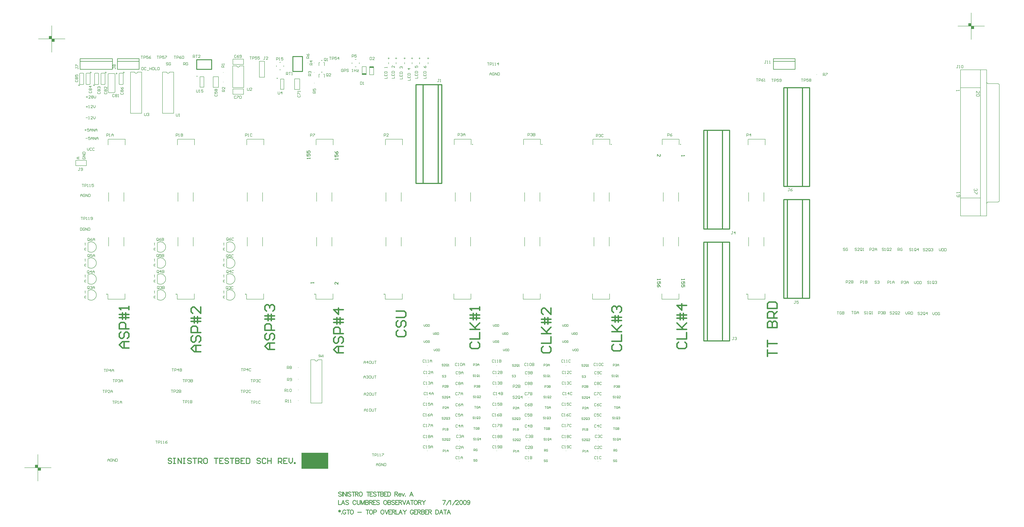
<source format=gto>
%FSLAX23Y23*%
%MOIN*%
G70*
G01*
G75*
G04 Layer_Color=65535*
%ADD10C,0.005*%
%ADD11O,0.087X0.024*%
%ADD12R,0.050X0.050*%
%ADD13R,0.048X0.078*%
%ADD14R,0.100X0.100*%
%ADD15R,0.085X0.016*%
%ADD16R,0.020X0.709*%
%ADD17R,0.050X0.050*%
%ADD18R,0.035X0.037*%
%ADD19R,0.035X0.037*%
%ADD20O,0.098X0.028*%
%ADD21C,0.010*%
%ADD22C,0.025*%
%ADD23C,0.012*%
%ADD24C,0.008*%
%ADD25C,0.012*%
%ADD26C,0.012*%
%ADD27C,0.080*%
%ADD28C,0.045*%
%ADD29R,0.059X0.059*%
%ADD30C,0.059*%
%ADD31O,0.079X0.039*%
%ADD32O,0.079X0.039*%
%ADD33C,0.087*%
%ADD34R,0.087X0.087*%
%ADD35C,0.050*%
%ADD36R,0.059X0.059*%
%ADD37R,0.059X0.059*%
%ADD38C,0.059*%
%ADD39C,0.047*%
%ADD40C,0.055*%
%ADD41C,0.067*%
%ADD42C,0.067*%
%ADD43R,0.067X0.067*%
%ADD44C,0.187*%
%ADD45C,0.250*%
%ADD46C,0.024*%
%ADD47C,0.050*%
%ADD48C,0.040*%
%ADD49C,0.072*%
%ADD50C,0.055*%
%ADD51C,0.055*%
G04:AMPARAMS|DCode=52|XSize=95.433mil|YSize=95.433mil|CornerRadius=0mil|HoleSize=0mil|Usage=FLASHONLY|Rotation=0.000|XOffset=0mil|YOffset=0mil|HoleType=Round|Shape=Relief|Width=10mil|Gap=10mil|Entries=4|*
%AMTHD52*
7,0,0,0.095,0.075,0.010,45*
%
%ADD52THD52*%
G04:AMPARAMS|DCode=53|XSize=112mil|YSize=112mil|CornerRadius=0mil|HoleSize=0mil|Usage=FLASHONLY|Rotation=0.000|XOffset=0mil|YOffset=0mil|HoleType=Round|Shape=Relief|Width=10mil|Gap=10mil|Entries=4|*
%AMTHD53*
7,0,0,0.112,0.092,0.010,45*
%
%ADD53THD53*%
%ADD54C,0.067*%
G04:AMPARAMS|DCode=55|XSize=85mil|YSize=85mil|CornerRadius=0mil|HoleSize=0mil|Usage=FLASHONLY|Rotation=0.000|XOffset=0mil|YOffset=0mil|HoleType=Round|Shape=Relief|Width=10mil|Gap=10mil|Entries=4|*
%AMTHD55*
7,0,0,0.085,0.065,0.010,45*
%
%ADD55THD55*%
G04:AMPARAMS|DCode=56|XSize=95.433mil|YSize=95.433mil|CornerRadius=0mil|HoleSize=0mil|Usage=FLASHONLY|Rotation=0.000|XOffset=0mil|YOffset=0mil|HoleType=Round|Shape=Relief|Width=10mil|Gap=10mil|Entries=4|*
%AMTHD56*
7,0,0,0.095,0.075,0.010,45*
%
%ADD56THD56*%
%ADD57C,0.048*%
%ADD58C,0.053*%
%ADD59C,0.063*%
%ADD60C,0.063*%
%ADD61C,0.148*%
%ADD62C,0.145*%
%ADD63C,0.030*%
G04:AMPARAMS|DCode=64|XSize=70mil|YSize=70mil|CornerRadius=0mil|HoleSize=0mil|Usage=FLASHONLY|Rotation=0.000|XOffset=0mil|YOffset=0mil|HoleType=Round|Shape=Relief|Width=10mil|Gap=10mil|Entries=4|*
%AMTHD64*
7,0,0,0.070,0.050,0.010,45*
%
%ADD64THD64*%
G04:AMPARAMS|DCode=65|XSize=87.559mil|YSize=87.559mil|CornerRadius=0mil|HoleSize=0mil|Usage=FLASHONLY|Rotation=0.000|XOffset=0mil|YOffset=0mil|HoleType=Round|Shape=Relief|Width=10mil|Gap=10mil|Entries=4|*
%AMTHD65*
7,0,0,0.088,0.068,0.010,45*
%
%ADD65THD65*%
G04:AMPARAMS|DCode=66|XSize=93.465mil|YSize=93.465mil|CornerRadius=0mil|HoleSize=0mil|Usage=FLASHONLY|Rotation=0.000|XOffset=0mil|YOffset=0mil|HoleType=Round|Shape=Relief|Width=10mil|Gap=10mil|Entries=4|*
%AMTHD66*
7,0,0,0.093,0.073,0.010,45*
%
%ADD66THD66*%
G04:AMPARAMS|DCode=67|XSize=102.913mil|YSize=102.913mil|CornerRadius=0mil|HoleSize=0mil|Usage=FLASHONLY|Rotation=0.000|XOffset=0mil|YOffset=0mil|HoleType=Round|Shape=Relief|Width=10mil|Gap=10mil|Entries=4|*
%AMTHD67*
7,0,0,0.103,0.083,0.010,45*
%
%ADD67THD67*%
G04:AMPARAMS|DCode=68|XSize=188.346mil|YSize=188.346mil|CornerRadius=0mil|HoleSize=0mil|Usage=FLASHONLY|Rotation=0.000|XOffset=0mil|YOffset=0mil|HoleType=Round|Shape=Relief|Width=10mil|Gap=10mil|Entries=4|*
%AMTHD68*
7,0,0,0.188,0.168,0.010,45*
%
%ADD68THD68*%
G04:AMPARAMS|DCode=69|XSize=185mil|YSize=185mil|CornerRadius=0mil|HoleSize=0mil|Usage=FLASHONLY|Rotation=0.000|XOffset=0mil|YOffset=0mil|HoleType=Round|Shape=Relief|Width=10mil|Gap=10mil|Entries=4|*
%AMTHD69*
7,0,0,0.185,0.165,0.010,45*
%
%ADD69THD69*%
%ADD70C,0.020*%
%ADD71C,0.015*%
%ADD72C,0.010*%
%ADD73C,0.010*%
%ADD74C,0.008*%
%ADD75C,0.007*%
%ADD76C,0.006*%
%ADD77C,0.006*%
%ADD78C,0.006*%
%ADD79C,0.028*%
%ADD80R,0.500X0.300*%
%ADD81R,0.075X0.031*%
D21*
X22538Y18090D02*
X22944D01*
Y17940D02*
Y18140D01*
X22538Y17940D02*
Y18140D01*
Y17940D02*
X22944D01*
X22538Y18140D02*
X22944D01*
X10238D02*
X10644D01*
X10238Y17940D02*
X10644D01*
X10238D02*
Y18140D01*
X10644Y17940D02*
Y18140D01*
X10238Y18090D02*
X10644D01*
X9538D02*
X10144D01*
Y17940D02*
Y18140D01*
X9538Y17940D02*
Y18140D01*
Y17940D02*
X10144D01*
X9538Y18140D02*
X10144D01*
X13849Y16259D02*
Y16279D01*
Y16269D01*
X13789D01*
X13799Y16259D01*
X13789Y16349D02*
Y16309D01*
X13819D01*
X13809Y16329D01*
Y16339D01*
X13819Y16349D01*
X13839D01*
X13849Y16339D01*
Y16319D01*
X13839Y16309D01*
X13789Y16409D02*
Y16369D01*
X13819D01*
X13809Y16389D01*
Y16399D01*
X13819Y16409D01*
X13839D01*
X13849Y16399D01*
Y16379D01*
X13839Y16369D01*
X14372Y16246D02*
Y16266D01*
Y16256D01*
X14312D01*
X14322Y16246D01*
X14312Y16336D02*
Y16296D01*
X14342D01*
X14332Y16316D01*
Y16326D01*
X14342Y16336D01*
X14362D01*
X14372Y16326D01*
Y16306D01*
X14362Y16296D01*
X14312Y16396D02*
X14322Y16376D01*
X14342Y16356D01*
X14362D01*
X14372Y16366D01*
Y16386D01*
X14362Y16396D01*
X14352D01*
X14342Y16386D01*
Y16356D01*
X14372Y13944D02*
Y13904D01*
X14332Y13944D01*
X14322D01*
X14312Y13934D01*
Y13914D01*
X14322Y13904D01*
X13920Y13923D02*
Y13943D01*
Y13933D01*
X13860D01*
X13870Y13923D01*
X20813Y16325D02*
Y16305D01*
Y16315D01*
X20873D01*
X20863Y16325D01*
X20361Y16305D02*
Y16344D01*
X20401Y16305D01*
X20411D01*
X20421Y16314D01*
Y16334D01*
X20411Y16344D01*
X20361Y14002D02*
Y13982D01*
Y13992D01*
X20421D01*
X20411Y14002D01*
X20421Y13912D02*
Y13952D01*
X20391D01*
X20401Y13932D01*
Y13922D01*
X20391Y13912D01*
X20371D01*
X20361Y13922D01*
Y13942D01*
X20371Y13952D01*
X20421Y13852D02*
X20411Y13872D01*
X20391Y13892D01*
X20371D01*
X20361Y13882D01*
Y13862D01*
X20371Y13852D01*
X20381D01*
X20391Y13862D01*
Y13892D01*
X20813Y14002D02*
Y13982D01*
Y13992D01*
X20873D01*
X20863Y14002D01*
X20873Y13912D02*
Y13952D01*
X20843D01*
X20853Y13932D01*
Y13922D01*
X20843Y13912D01*
X20823D01*
X20813Y13922D01*
Y13942D01*
X20823Y13952D01*
X20873Y13852D02*
Y13892D01*
X20843D01*
X20853Y13872D01*
Y13862D01*
X20843Y13852D01*
X20823D01*
X20813Y13862D01*
Y13882D01*
X20823Y13892D01*
D23*
X14404Y9668D02*
Y9622D01*
X14384Y9657D02*
X14423Y9634D01*
Y9657D02*
X14384Y9634D01*
X14443Y9596D02*
X14439Y9592D01*
X14443Y9588D01*
X14447Y9592D01*
X14443Y9596D01*
X14521Y9649D02*
X14517Y9657D01*
X14510Y9664D01*
X14502Y9668D01*
X14487D01*
X14479Y9664D01*
X14472Y9657D01*
X14468Y9649D01*
X14464Y9638D01*
Y9618D01*
X14468Y9607D01*
X14472Y9599D01*
X14479Y9592D01*
X14487Y9588D01*
X14502D01*
X14510Y9592D01*
X14517Y9599D01*
X14521Y9607D01*
Y9618D01*
X14502D02*
X14521D01*
X14566Y9668D02*
Y9588D01*
X14540Y9668D02*
X14593D01*
X14625D02*
X14618Y9664D01*
X14610Y9657D01*
X14606Y9649D01*
X14602Y9638D01*
Y9618D01*
X14606Y9607D01*
X14610Y9599D01*
X14618Y9592D01*
X14625Y9588D01*
X14640D01*
X14648Y9592D01*
X14656Y9599D01*
X14659Y9607D01*
X14663Y9618D01*
Y9638D01*
X14659Y9649D01*
X14656Y9657D01*
X14648Y9664D01*
X14640Y9668D01*
X14625D01*
X14745Y9622D02*
X14813D01*
X14926Y9668D02*
Y9588D01*
X14900Y9668D02*
X14953D01*
X14986D02*
X14978Y9664D01*
X14970Y9657D01*
X14966Y9649D01*
X14963Y9638D01*
Y9618D01*
X14966Y9607D01*
X14970Y9599D01*
X14978Y9592D01*
X14986Y9588D01*
X15001D01*
X15008Y9592D01*
X15016Y9599D01*
X15020Y9607D01*
X15024Y9618D01*
Y9638D01*
X15020Y9649D01*
X15016Y9657D01*
X15008Y9664D01*
X15001Y9668D01*
X14986D01*
X15042Y9626D02*
X15077D01*
X15088Y9630D01*
X15092Y9634D01*
X15096Y9641D01*
Y9653D01*
X15092Y9660D01*
X15088Y9664D01*
X15077Y9668D01*
X15042D01*
Y9588D01*
X15199Y9668D02*
X15192Y9664D01*
X15184Y9657D01*
X15180Y9649D01*
X15176Y9638D01*
Y9618D01*
X15180Y9607D01*
X15184Y9599D01*
X15192Y9592D01*
X15199Y9588D01*
X15214D01*
X15222Y9592D01*
X15230Y9599D01*
X15233Y9607D01*
X15237Y9618D01*
Y9638D01*
X15233Y9649D01*
X15230Y9657D01*
X15222Y9664D01*
X15214Y9668D01*
X15199D01*
X15256D02*
X15286Y9588D01*
X15317Y9668D02*
X15286Y9588D01*
X15377Y9668D02*
X15327D01*
Y9588D01*
X15377D01*
X15327Y9630D02*
X15358D01*
X15390Y9668D02*
Y9588D01*
Y9668D02*
X15424D01*
X15436Y9664D01*
X15440Y9660D01*
X15443Y9653D01*
Y9645D01*
X15440Y9638D01*
X15436Y9634D01*
X15424Y9630D01*
X15390D01*
X15417D02*
X15443Y9588D01*
X15461Y9668D02*
Y9588D01*
X15507D01*
X15577D02*
X15546Y9668D01*
X15516Y9588D01*
X15527Y9615D02*
X15565D01*
X15595Y9668D02*
X15626Y9630D01*
Y9588D01*
X15656Y9668D02*
X15626Y9630D01*
X15786Y9649D02*
X15783Y9657D01*
X15775Y9664D01*
X15767Y9668D01*
X15752D01*
X15745Y9664D01*
X15737Y9657D01*
X15733Y9649D01*
X15729Y9638D01*
Y9618D01*
X15733Y9607D01*
X15737Y9599D01*
X15745Y9592D01*
X15752Y9588D01*
X15767D01*
X15775Y9592D01*
X15783Y9599D01*
X15786Y9607D01*
Y9618D01*
X15767D02*
X15786D01*
X15854Y9668D02*
X15805D01*
Y9588D01*
X15854D01*
X15805Y9630D02*
X15835D01*
X15868Y9668D02*
Y9588D01*
Y9668D02*
X15902D01*
X15913Y9664D01*
X15917Y9660D01*
X15921Y9653D01*
Y9645D01*
X15917Y9638D01*
X15913Y9634D01*
X15902Y9630D01*
X15868D01*
X15894D02*
X15921Y9588D01*
X15939Y9668D02*
Y9588D01*
Y9668D02*
X15973D01*
X15985Y9664D01*
X15988Y9660D01*
X15992Y9653D01*
Y9645D01*
X15988Y9638D01*
X15985Y9634D01*
X15973Y9630D01*
X15939D02*
X15973D01*
X15985Y9626D01*
X15988Y9622D01*
X15992Y9615D01*
Y9603D01*
X15988Y9596D01*
X15985Y9592D01*
X15973Y9588D01*
X15939D01*
X16060Y9668D02*
X16010D01*
Y9588D01*
X16060D01*
X16010Y9630D02*
X16041D01*
X16073Y9668D02*
Y9588D01*
Y9668D02*
X16107D01*
X16119Y9664D01*
X16122Y9660D01*
X16126Y9653D01*
Y9645D01*
X16122Y9638D01*
X16119Y9634D01*
X16107Y9630D01*
X16073D01*
X16100D02*
X16126Y9588D01*
X16207Y9668D02*
Y9588D01*
Y9668D02*
X16234D01*
X16245Y9664D01*
X16253Y9657D01*
X16256Y9649D01*
X16260Y9638D01*
Y9618D01*
X16256Y9607D01*
X16253Y9599D01*
X16245Y9592D01*
X16234Y9588D01*
X16207D01*
X16339D02*
X16309Y9668D01*
X16278Y9588D01*
X16290Y9615D02*
X16328D01*
X16384Y9668D02*
Y9588D01*
X16358Y9668D02*
X16411D01*
X16482Y9588D02*
X16451Y9668D01*
X16421Y9588D01*
X16432Y9615D02*
X16470D01*
D24*
X10333Y17652D02*
X10342Y17656D01*
X10347Y17666D01*
X10271D02*
X10275Y17656D01*
X10285Y17652D01*
Y17868D02*
X10275Y17864D01*
X10271Y17854D01*
X10347D02*
X10342Y17864D01*
X10333Y17868D01*
X9545D02*
X9535Y17864D01*
X9531Y17854D01*
X9606D02*
X9602Y17864D01*
X9592Y17868D01*
Y17652D02*
X9602Y17656D01*
X9606Y17666D01*
X9531D02*
X9535Y17656D01*
X9545Y17652D01*
X9712D02*
X9722Y17656D01*
X9726Y17666D01*
X9651D02*
X9655Y17656D01*
X9665Y17652D01*
Y17868D02*
X9655Y17864D01*
X9651Y17854D01*
X9726D02*
X9722Y17864D01*
X9712Y17868D01*
X9825D02*
X9815Y17864D01*
X9811Y17854D01*
X9887D02*
X9882Y17864D01*
X9873Y17868D01*
Y17652D02*
X9882Y17656D01*
X9887Y17666D01*
X9811D02*
X9815Y17656D01*
X9825Y17652D01*
X9993D02*
X10002Y17656D01*
X10007Y17666D01*
X9931D02*
X9935Y17656D01*
X9944Y17652D01*
Y17868D02*
X9935Y17864D01*
X9931Y17854D01*
X10007D02*
X10002Y17864D01*
X9993Y17868D01*
X10193Y17845D02*
X10188Y17855D01*
X10179Y17859D01*
X10078D02*
X10069Y17855D01*
X10064Y17845D01*
Y17515D02*
X10069Y17505D01*
X10078Y17501D01*
X10179D02*
X10188Y17505D01*
X10193Y17515D01*
X10271Y17666D02*
Y17854D01*
X10347Y17666D02*
Y17854D01*
X10285Y17868D02*
X10333D01*
X10285Y17652D02*
X10333D01*
X9606Y17666D02*
Y17854D01*
X9531Y17666D02*
Y17854D01*
X9545Y17652D02*
X9592D01*
X9545Y17868D02*
X9592D01*
X9651Y17666D02*
Y17854D01*
X9726Y17666D02*
Y17854D01*
X9665Y17868D02*
X9712D01*
X9665Y17652D02*
X9712D01*
X9887Y17666D02*
Y17854D01*
X9811Y17666D02*
Y17854D01*
X9825Y17652D02*
X9873D01*
X9825Y17868D02*
X9873D01*
X9931Y17666D02*
Y17854D01*
X10007Y17666D02*
Y17854D01*
X9944Y17868D02*
X9993D01*
X9944Y17652D02*
X9993D01*
X10064Y17515D02*
Y17845D01*
X10193Y17515D02*
Y17845D01*
X10078Y17859D02*
X10179D01*
X10078Y17501D02*
X10179D01*
X11720Y17555D02*
Y17513D01*
X11729Y17505D01*
X11745D01*
X11754Y17513D01*
Y17555D01*
X11770Y17505D02*
X11787D01*
X11779D01*
Y17555D01*
X11770Y17547D01*
X11845Y17555D02*
X11812D01*
Y17530D01*
X11829Y17538D01*
X11837D01*
X11845Y17530D01*
Y17513D01*
X11837Y17505D01*
X11820D01*
X11812Y17513D01*
X11300Y18189D02*
X11334D01*
X11317D01*
Y18139D01*
X11350D02*
Y18189D01*
X11375D01*
X11384Y18181D01*
Y18164D01*
X11375Y18156D01*
X11350D01*
X11434Y18189D02*
X11417Y18181D01*
X11400Y18164D01*
Y18148D01*
X11409Y18139D01*
X11425D01*
X11434Y18148D01*
Y18156D01*
X11425Y18164D01*
X11400D01*
X11450Y18181D02*
X11459Y18189D01*
X11475D01*
X11484Y18181D01*
Y18148D01*
X11475Y18139D01*
X11459D01*
X11450Y18148D01*
Y18181D01*
X10980Y18189D02*
X11014D01*
X10997D01*
Y18139D01*
X11030D02*
Y18189D01*
X11055D01*
X11064Y18181D01*
Y18164D01*
X11055Y18156D01*
X11030D01*
X11114Y18189D02*
X11080D01*
Y18164D01*
X11097Y18173D01*
X11105D01*
X11114Y18164D01*
Y18148D01*
X11105Y18139D01*
X11089D01*
X11080Y18148D01*
X11130Y18189D02*
X11164D01*
Y18181D01*
X11130Y18148D01*
Y18139D01*
X10680Y18189D02*
X10714D01*
X10697D01*
Y18139D01*
X10730D02*
Y18189D01*
X10755D01*
X10764Y18181D01*
Y18164D01*
X10755Y18156D01*
X10730D01*
X10814Y18189D02*
X10780D01*
Y18164D01*
X10797Y18173D01*
X10805D01*
X10814Y18164D01*
Y18148D01*
X10805Y18139D01*
X10789D01*
X10780Y18148D01*
X10864Y18189D02*
X10847Y18181D01*
X10830Y18164D01*
Y18148D01*
X10839Y18139D01*
X10855D01*
X10864Y18148D01*
Y18156D01*
X10855Y18164D01*
X10830D01*
X12719Y18178D02*
X12753D01*
X12736D01*
Y18128D01*
X12769D02*
Y18178D01*
X12794D01*
X12803Y18170D01*
Y18153D01*
X12794Y18145D01*
X12769D01*
X12853Y18178D02*
X12819D01*
Y18153D01*
X12836Y18161D01*
X12844D01*
X12853Y18153D01*
Y18136D01*
X12844Y18128D01*
X12828D01*
X12819Y18136D01*
X12903Y18178D02*
X12869D01*
Y18153D01*
X12886Y18161D01*
X12894D01*
X12903Y18153D01*
Y18136D01*
X12894Y18128D01*
X12878D01*
X12869Y18136D01*
X14215Y18169D02*
X14248D01*
X14231D01*
Y18119D01*
X14264D02*
Y18169D01*
X14289D01*
X14298Y18161D01*
Y18144D01*
X14289Y18136D01*
X14264D01*
X14348Y18169D02*
X14314D01*
Y18144D01*
X14331Y18152D01*
X14339D01*
X14348Y18144D01*
Y18127D01*
X14339Y18119D01*
X14323D01*
X14314Y18127D01*
X14389Y18119D02*
Y18169D01*
X14364Y18144D01*
X14398D01*
X23060Y17761D02*
X23094D01*
X23077D01*
Y17711D01*
X23110D02*
Y17761D01*
X23135D01*
X23144Y17753D01*
Y17736D01*
X23135Y17728D01*
X23110D01*
X23194Y17761D02*
X23160D01*
Y17736D01*
X23177Y17744D01*
X23185D01*
X23194Y17736D01*
Y17719D01*
X23185Y17711D01*
X23169D01*
X23160Y17719D01*
X23210Y17753D02*
X23219Y17761D01*
X23235D01*
X23244Y17753D01*
Y17744D01*
X23235Y17736D01*
X23244Y17728D01*
Y17719D01*
X23235Y17711D01*
X23219D01*
X23210Y17719D01*
Y17728D01*
X23219Y17736D01*
X23210Y17744D01*
Y17753D01*
X23219Y17736D02*
X23235D01*
X22503Y17757D02*
X22536D01*
X22519D01*
Y17707D01*
X22552D02*
Y17757D01*
X22577D01*
X22586Y17749D01*
Y17732D01*
X22577Y17724D01*
X22552D01*
X22636Y17757D02*
X22602D01*
Y17732D01*
X22619Y17740D01*
X22627D01*
X22636Y17732D01*
Y17715D01*
X22627Y17707D01*
X22611D01*
X22602Y17715D01*
X22652D02*
X22661Y17707D01*
X22677D01*
X22686Y17715D01*
Y17749D01*
X22677Y17757D01*
X22661D01*
X22652Y17749D01*
Y17740D01*
X22661Y17732D01*
X22686D01*
X22216Y17763D02*
X22250D01*
X22233D01*
Y17713D01*
X22266D02*
Y17763D01*
X22291D01*
X22300Y17755D01*
Y17738D01*
X22291Y17730D01*
X22266D01*
X22350Y17763D02*
X22333Y17755D01*
X22316Y17738D01*
Y17721D01*
X22325Y17713D01*
X22341D01*
X22350Y17721D01*
Y17730D01*
X22341Y17738D01*
X22316D01*
X22366Y17713D02*
X22383D01*
X22375D01*
Y17763D01*
X22366Y17755D01*
X11656Y18156D02*
Y18206D01*
X11681D01*
X11690Y18198D01*
Y18181D01*
X11681Y18173D01*
X11656D01*
X11673D02*
X11690Y18156D01*
X11706Y18206D02*
X11740D01*
X11723D01*
Y18156D01*
X11790D02*
X11756D01*
X11790Y18189D01*
Y18198D01*
X11781Y18206D01*
X11765D01*
X11756Y18198D01*
X13405Y17832D02*
Y17882D01*
X13429D01*
X13438Y17874D01*
Y17857D01*
X13429Y17849D01*
X13405D01*
X13421D02*
X13438Y17832D01*
X13454Y17882D02*
X13488D01*
X13471D01*
Y17832D01*
X13504D02*
X13521D01*
X13513D01*
Y17882D01*
X13504Y17874D01*
X23469Y17818D02*
Y17868D01*
X23493D01*
X23502Y17860D01*
Y17843D01*
X23493Y17835D01*
X23469D01*
X23485D02*
X23502Y17818D01*
X23518Y17868D02*
X23552D01*
Y17860D01*
X23518Y17826D01*
Y17818D01*
X22404Y18100D02*
X22387D01*
X22395D01*
Y18058D01*
X22387Y18050D01*
X22379D01*
X22371Y18058D01*
X22420Y18050D02*
X22437D01*
X22429D01*
Y18100D01*
X22420Y18092D01*
X22462Y18050D02*
X22479D01*
X22470D01*
Y18100D01*
X22462Y18092D01*
X16618Y10664D02*
X16609Y10672D01*
X16593D01*
X16584Y10664D01*
Y10630D01*
X16593Y10622D01*
X16609D01*
X16618Y10630D01*
X16634Y10622D02*
X16651D01*
X16643D01*
Y10672D01*
X16634Y10664D01*
X16676Y10622D02*
Y10655D01*
X16693Y10672D01*
X16709Y10655D01*
Y10622D01*
Y10647D01*
X16676D01*
X17918Y10664D02*
X17909Y10672D01*
X17893D01*
X17885Y10664D01*
Y10630D01*
X17893Y10622D01*
X17909D01*
X17918Y10630D01*
X17934Y10622D02*
X17951D01*
X17943D01*
Y10672D01*
X17934Y10664D01*
X17976Y10672D02*
Y10622D01*
X18001D01*
X18009Y10630D01*
Y10639D01*
X18001Y10647D01*
X17976D01*
X18001D01*
X18009Y10655D01*
Y10664D01*
X18001Y10672D01*
X17976D01*
X19218Y10664D02*
X19209Y10672D01*
X19193D01*
X19184Y10664D01*
Y10630D01*
X19193Y10622D01*
X19209D01*
X19218Y10630D01*
X19234Y10622D02*
X19251D01*
X19243D01*
Y10672D01*
X19234Y10664D01*
X19309D02*
X19301Y10672D01*
X19284D01*
X19276Y10664D01*
Y10630D01*
X19284Y10622D01*
X19301D01*
X19309Y10630D01*
X16622Y10858D02*
X16613Y10866D01*
X16597D01*
X16588Y10858D01*
Y10824D01*
X16597Y10816D01*
X16613D01*
X16622Y10824D01*
X16672Y10816D02*
X16638D01*
X16672Y10849D01*
Y10858D01*
X16663Y10866D01*
X16647D01*
X16638Y10858D01*
X16688Y10816D02*
Y10849D01*
X16705Y10866D01*
X16722Y10849D01*
Y10816D01*
Y10841D01*
X16688D01*
X17922Y10858D02*
X17913Y10866D01*
X17897D01*
X17889Y10858D01*
Y10824D01*
X17897Y10816D01*
X17913D01*
X17922Y10824D01*
X17972Y10816D02*
X17938D01*
X17972Y10849D01*
Y10858D01*
X17963Y10866D01*
X17947D01*
X17938Y10858D01*
X17988Y10866D02*
Y10816D01*
X18013D01*
X18022Y10824D01*
Y10833D01*
X18013Y10841D01*
X17988D01*
X18013D01*
X18022Y10849D01*
Y10858D01*
X18013Y10866D01*
X17988D01*
X19222Y10858D02*
X19213Y10866D01*
X19197D01*
X19188Y10858D01*
Y10824D01*
X19197Y10816D01*
X19213D01*
X19222Y10824D01*
X19272Y10816D02*
X19238D01*
X19272Y10849D01*
Y10858D01*
X19263Y10866D01*
X19247D01*
X19238Y10858D01*
X19322D02*
X19313Y10866D01*
X19297D01*
X19288Y10858D01*
Y10824D01*
X19297Y10816D01*
X19313D01*
X19322Y10824D01*
X16630Y11065D02*
X16621Y11073D01*
X16605D01*
X16597Y11065D01*
Y11031D01*
X16605Y11023D01*
X16621D01*
X16630Y11031D01*
X16646Y11065D02*
X16655Y11073D01*
X16671D01*
X16680Y11065D01*
Y11056D01*
X16671Y11048D01*
X16663D01*
X16671D01*
X16680Y11040D01*
Y11031D01*
X16671Y11023D01*
X16655D01*
X16646Y11031D01*
X16696Y11023D02*
Y11056D01*
X16713Y11073D01*
X16730Y11056D01*
Y11023D01*
Y11048D01*
X16696D01*
X17930Y11065D02*
X17921Y11073D01*
X17905D01*
X17896Y11065D01*
Y11031D01*
X17905Y11023D01*
X17921D01*
X17930Y11031D01*
X17946Y11065D02*
X17955Y11073D01*
X17971D01*
X17980Y11065D01*
Y11056D01*
X17971Y11048D01*
X17963D01*
X17971D01*
X17980Y11040D01*
Y11031D01*
X17971Y11023D01*
X17955D01*
X17946Y11031D01*
X17996Y11073D02*
Y11023D01*
X18021D01*
X18030Y11031D01*
Y11040D01*
X18021Y11048D01*
X17996D01*
X18021D01*
X18030Y11056D01*
Y11065D01*
X18021Y11073D01*
X17996D01*
X19230Y11065D02*
X19221Y11073D01*
X19205D01*
X19197Y11065D01*
Y11031D01*
X19205Y11023D01*
X19221D01*
X19230Y11031D01*
X19246Y11065D02*
X19255Y11073D01*
X19271D01*
X19280Y11065D01*
Y11056D01*
X19271Y11048D01*
X19263D01*
X19271D01*
X19280Y11040D01*
Y11031D01*
X19271Y11023D01*
X19255D01*
X19246Y11031D01*
X19330Y11065D02*
X19321Y11073D01*
X19305D01*
X19296Y11065D01*
Y11031D01*
X19305Y11023D01*
X19321D01*
X19330Y11031D01*
X16616Y11259D02*
X16607Y11267D01*
X16591D01*
X16583Y11259D01*
Y11225D01*
X16591Y11217D01*
X16607D01*
X16616Y11225D01*
X16657Y11217D02*
Y11267D01*
X16632Y11242D01*
X16666D01*
X16682Y11217D02*
Y11250D01*
X16699Y11267D01*
X16716Y11250D01*
Y11217D01*
Y11242D01*
X16682D01*
X17916Y11259D02*
X17907Y11267D01*
X17891D01*
X17882Y11259D01*
Y11225D01*
X17891Y11217D01*
X17907D01*
X17916Y11225D01*
X17957Y11217D02*
Y11267D01*
X17932Y11242D01*
X17966D01*
X17982Y11267D02*
Y11217D01*
X18007D01*
X18016Y11225D01*
Y11234D01*
X18007Y11242D01*
X17982D01*
X18007D01*
X18016Y11250D01*
Y11259D01*
X18007Y11267D01*
X17982D01*
X19216Y11259D02*
X19207Y11267D01*
X19191D01*
X19183Y11259D01*
Y11225D01*
X19191Y11217D01*
X19207D01*
X19216Y11225D01*
X19257Y11217D02*
Y11267D01*
X19232Y11242D01*
X19266D01*
X19316Y11259D02*
X19307Y11267D01*
X19291D01*
X19282Y11259D01*
Y11225D01*
X19291Y11217D01*
X19307D01*
X19316Y11225D01*
X16614Y11466D02*
X16605Y11474D01*
X16589D01*
X16580Y11466D01*
Y11432D01*
X16589Y11424D01*
X16605D01*
X16614Y11432D01*
X16664Y11474D02*
X16630D01*
Y11449D01*
X16647Y11457D01*
X16655D01*
X16664Y11449D01*
Y11432D01*
X16655Y11424D01*
X16639D01*
X16630Y11432D01*
X16680Y11424D02*
Y11457D01*
X16697Y11474D01*
X16714Y11457D01*
Y11424D01*
Y11449D01*
X16680D01*
X17914Y11466D02*
X17905Y11474D01*
X17889D01*
X17881Y11466D01*
Y11432D01*
X17889Y11424D01*
X17905D01*
X17914Y11432D01*
X17964Y11474D02*
X17930D01*
Y11449D01*
X17947Y11457D01*
X17955D01*
X17964Y11449D01*
Y11432D01*
X17955Y11424D01*
X17939D01*
X17930Y11432D01*
X17980Y11474D02*
Y11424D01*
X18005D01*
X18014Y11432D01*
Y11441D01*
X18005Y11449D01*
X17980D01*
X18005D01*
X18014Y11457D01*
Y11466D01*
X18005Y11474D01*
X17980D01*
X19214Y11466D02*
X19205Y11474D01*
X19189D01*
X19181Y11466D01*
Y11432D01*
X19189Y11424D01*
X19205D01*
X19214Y11432D01*
X19264Y11474D02*
X19230D01*
Y11449D01*
X19247Y11457D01*
X19255D01*
X19264Y11449D01*
Y11432D01*
X19255Y11424D01*
X19239D01*
X19230Y11432D01*
X19314Y11466D02*
X19305Y11474D01*
X19289D01*
X19280Y11466D01*
Y11432D01*
X19289Y11424D01*
X19305D01*
X19314Y11432D01*
X16616Y11660D02*
X16607Y11668D01*
X16591D01*
X16583Y11660D01*
Y11626D01*
X16591Y11618D01*
X16607D01*
X16616Y11626D01*
X16666Y11668D02*
X16649Y11660D01*
X16632Y11643D01*
Y11626D01*
X16641Y11618D01*
X16657D01*
X16666Y11626D01*
Y11635D01*
X16657Y11643D01*
X16632D01*
X16682Y11618D02*
Y11651D01*
X16699Y11668D01*
X16716Y11651D01*
Y11618D01*
Y11643D01*
X16682D01*
X17916Y11660D02*
X17907Y11668D01*
X17891D01*
X17882Y11660D01*
Y11626D01*
X17891Y11618D01*
X17907D01*
X17916Y11626D01*
X17966Y11668D02*
X17949Y11660D01*
X17932Y11643D01*
Y11626D01*
X17941Y11618D01*
X17957D01*
X17966Y11626D01*
Y11635D01*
X17957Y11643D01*
X17932D01*
X17982Y11668D02*
Y11618D01*
X18007D01*
X18016Y11626D01*
Y11635D01*
X18007Y11643D01*
X17982D01*
X18007D01*
X18016Y11651D01*
Y11660D01*
X18007Y11668D01*
X17982D01*
X19216Y11660D02*
X19207Y11668D01*
X19191D01*
X19183Y11660D01*
Y11626D01*
X19191Y11618D01*
X19207D01*
X19216Y11626D01*
X19266Y11668D02*
X19249Y11660D01*
X19232Y11643D01*
Y11626D01*
X19241Y11618D01*
X19257D01*
X19266Y11626D01*
Y11635D01*
X19257Y11643D01*
X19232D01*
X19316Y11660D02*
X19307Y11668D01*
X19291D01*
X19282Y11660D01*
Y11626D01*
X19291Y11618D01*
X19307D01*
X19316Y11626D01*
X16614Y11865D02*
X16605Y11873D01*
X16589D01*
X16580Y11865D01*
Y11831D01*
X16589Y11823D01*
X16605D01*
X16614Y11831D01*
X16630Y11873D02*
X16664D01*
Y11865D01*
X16630Y11831D01*
Y11823D01*
X16680D02*
Y11856D01*
X16697Y11873D01*
X16714Y11856D01*
Y11823D01*
Y11848D01*
X16680D01*
X17914Y11865D02*
X17905Y11873D01*
X17889D01*
X17881Y11865D01*
Y11831D01*
X17889Y11823D01*
X17905D01*
X17914Y11831D01*
X17930Y11873D02*
X17964D01*
Y11865D01*
X17930Y11831D01*
Y11823D01*
X17980Y11873D02*
Y11823D01*
X18005D01*
X18014Y11831D01*
Y11840D01*
X18005Y11848D01*
X17980D01*
X18005D01*
X18014Y11856D01*
Y11865D01*
X18005Y11873D01*
X17980D01*
X19214Y11865D02*
X19205Y11873D01*
X19189D01*
X19181Y11865D01*
Y11831D01*
X19189Y11823D01*
X19205D01*
X19214Y11831D01*
X19230Y11873D02*
X19264D01*
Y11865D01*
X19230Y11831D01*
Y11823D01*
X19314Y11865D02*
X19305Y11873D01*
X19289D01*
X19280Y11865D01*
Y11831D01*
X19289Y11823D01*
X19305D01*
X19314Y11831D01*
X16616Y12060D02*
X16607Y12068D01*
X16591D01*
X16583Y12060D01*
Y12026D01*
X16591Y12018D01*
X16607D01*
X16616Y12026D01*
X16632Y12060D02*
X16641Y12068D01*
X16657D01*
X16666Y12060D01*
Y12051D01*
X16657Y12043D01*
X16666Y12035D01*
Y12026D01*
X16657Y12018D01*
X16641D01*
X16632Y12026D01*
Y12035D01*
X16641Y12043D01*
X16632Y12051D01*
Y12060D01*
X16641Y12043D02*
X16657D01*
X16682Y12018D02*
Y12051D01*
X16699Y12068D01*
X16716Y12051D01*
Y12018D01*
Y12043D01*
X16682D01*
X17916Y12060D02*
X17907Y12068D01*
X17891D01*
X17882Y12060D01*
Y12026D01*
X17891Y12018D01*
X17907D01*
X17916Y12026D01*
X17932Y12060D02*
X17941Y12068D01*
X17957D01*
X17966Y12060D01*
Y12051D01*
X17957Y12043D01*
X17966Y12035D01*
Y12026D01*
X17957Y12018D01*
X17941D01*
X17932Y12026D01*
Y12035D01*
X17941Y12043D01*
X17932Y12051D01*
Y12060D01*
X17941Y12043D02*
X17957D01*
X17982Y12068D02*
Y12018D01*
X18007D01*
X18016Y12026D01*
Y12035D01*
X18007Y12043D01*
X17982D01*
X18007D01*
X18016Y12051D01*
Y12060D01*
X18007Y12068D01*
X17982D01*
X19216Y12060D02*
X19207Y12068D01*
X19191D01*
X19183Y12060D01*
Y12026D01*
X19191Y12018D01*
X19207D01*
X19216Y12026D01*
X19232Y12060D02*
X19241Y12068D01*
X19257D01*
X19266Y12060D01*
Y12051D01*
X19257Y12043D01*
X19266Y12035D01*
Y12026D01*
X19257Y12018D01*
X19241D01*
X19232Y12026D01*
Y12035D01*
X19241Y12043D01*
X19232Y12051D01*
Y12060D01*
X19241Y12043D02*
X19257D01*
X19316Y12060D02*
X19307Y12068D01*
X19291D01*
X19282Y12060D01*
Y12026D01*
X19291Y12018D01*
X19307D01*
X19316Y12026D01*
X16620Y12260D02*
X16611Y12268D01*
X16595D01*
X16587Y12260D01*
Y12226D01*
X16595Y12218D01*
X16611D01*
X16620Y12226D01*
X16636D02*
X16645Y12218D01*
X16661D01*
X16670Y12226D01*
Y12260D01*
X16661Y12268D01*
X16645D01*
X16636Y12260D01*
Y12251D01*
X16645Y12243D01*
X16670D01*
X16686Y12218D02*
Y12251D01*
X16703Y12268D01*
X16720Y12251D01*
Y12218D01*
Y12243D01*
X16686D01*
X17920Y12260D02*
X17911Y12268D01*
X17895D01*
X17886Y12260D01*
Y12226D01*
X17895Y12218D01*
X17911D01*
X17920Y12226D01*
X17936D02*
X17945Y12218D01*
X17961D01*
X17970Y12226D01*
Y12260D01*
X17961Y12268D01*
X17945D01*
X17936Y12260D01*
Y12251D01*
X17945Y12243D01*
X17970D01*
X17986Y12268D02*
Y12218D01*
X18011D01*
X18020Y12226D01*
Y12235D01*
X18011Y12243D01*
X17986D01*
X18011D01*
X18020Y12251D01*
Y12260D01*
X18011Y12268D01*
X17986D01*
X19220Y12260D02*
X19211Y12268D01*
X19195D01*
X19187Y12260D01*
Y12226D01*
X19195Y12218D01*
X19211D01*
X19220Y12226D01*
X19236D02*
X19245Y12218D01*
X19261D01*
X19270Y12226D01*
Y12260D01*
X19261Y12268D01*
X19245D01*
X19236Y12260D01*
Y12251D01*
X19245Y12243D01*
X19270D01*
X19320Y12260D02*
X19311Y12268D01*
X19295D01*
X19286Y12260D01*
Y12226D01*
X19295Y12218D01*
X19311D01*
X19320Y12226D01*
X16608Y12415D02*
X16599Y12423D01*
X16583D01*
X16574Y12415D01*
Y12381D01*
X16583Y12373D01*
X16599D01*
X16608Y12381D01*
X16624Y12373D02*
X16641D01*
X16633D01*
Y12423D01*
X16624Y12415D01*
X16666D02*
X16674Y12423D01*
X16691D01*
X16699Y12415D01*
Y12381D01*
X16691Y12373D01*
X16674D01*
X16666Y12381D01*
Y12415D01*
X16716Y12373D02*
Y12406D01*
X16733Y12423D01*
X16749Y12406D01*
Y12373D01*
Y12398D01*
X16716D01*
X17908Y12415D02*
X17899Y12423D01*
X17883D01*
X17875Y12415D01*
Y12381D01*
X17883Y12373D01*
X17899D01*
X17908Y12381D01*
X17924Y12373D02*
X17941D01*
X17933D01*
Y12423D01*
X17924Y12415D01*
X17966D02*
X17974Y12423D01*
X17991D01*
X17999Y12415D01*
Y12381D01*
X17991Y12373D01*
X17974D01*
X17966Y12381D01*
Y12415D01*
X18016Y12423D02*
Y12373D01*
X18041D01*
X18049Y12381D01*
Y12390D01*
X18041Y12398D01*
X18016D01*
X18041D01*
X18049Y12406D01*
Y12415D01*
X18041Y12423D01*
X18016D01*
X19208Y12415D02*
X19199Y12423D01*
X19183D01*
X19174Y12415D01*
Y12381D01*
X19183Y12373D01*
X19199D01*
X19208Y12381D01*
X19224Y12373D02*
X19241D01*
X19233D01*
Y12423D01*
X19224Y12415D01*
X19266D02*
X19274Y12423D01*
X19291D01*
X19299Y12415D01*
Y12381D01*
X19291Y12373D01*
X19274D01*
X19266Y12381D01*
Y12415D01*
X19349D02*
X19341Y12423D01*
X19324D01*
X19316Y12415D01*
Y12381D01*
X19324Y12373D01*
X19341D01*
X19349Y12381D01*
X16000Y12479D02*
X15991Y12487D01*
X15975D01*
X15967Y12479D01*
Y12445D01*
X15975Y12437D01*
X15991D01*
X16000Y12445D01*
X16016Y12437D02*
X16033D01*
X16025D01*
Y12487D01*
X16016Y12479D01*
X16058Y12437D02*
X16075D01*
X16066D01*
Y12487D01*
X16058Y12479D01*
X16100Y12437D02*
Y12470D01*
X16116Y12487D01*
X16133Y12470D01*
Y12437D01*
Y12462D01*
X16100D01*
X17300Y12479D02*
X17291Y12487D01*
X17275D01*
X17267Y12479D01*
Y12445D01*
X17275Y12437D01*
X17291D01*
X17300Y12445D01*
X17316Y12437D02*
X17333D01*
X17325D01*
Y12487D01*
X17316Y12479D01*
X17358Y12437D02*
X17375D01*
X17366D01*
Y12487D01*
X17358Y12479D01*
X17400Y12487D02*
Y12437D01*
X17425D01*
X17433Y12445D01*
Y12454D01*
X17425Y12462D01*
X17400D01*
X17425D01*
X17433Y12470D01*
Y12479D01*
X17425Y12487D01*
X17400D01*
X18600Y12479D02*
X18591Y12487D01*
X18575D01*
X18566Y12479D01*
Y12445D01*
X18575Y12437D01*
X18591D01*
X18600Y12445D01*
X18616Y12437D02*
X18633D01*
X18625D01*
Y12487D01*
X18616Y12479D01*
X18658Y12437D02*
X18675D01*
X18666D01*
Y12487D01*
X18658Y12479D01*
X18733D02*
X18725Y12487D01*
X18708D01*
X18700Y12479D01*
Y12445D01*
X18708Y12437D01*
X18725D01*
X18733Y12445D01*
X16012Y12266D02*
X16003Y12274D01*
X15987D01*
X15979Y12266D01*
Y12232D01*
X15987Y12224D01*
X16003D01*
X16012Y12232D01*
X16028Y12224D02*
X16045D01*
X16037D01*
Y12274D01*
X16028Y12266D01*
X16103Y12224D02*
X16070D01*
X16103Y12257D01*
Y12266D01*
X16095Y12274D01*
X16078D01*
X16070Y12266D01*
X16120Y12224D02*
Y12257D01*
X16137Y12274D01*
X16153Y12257D01*
Y12224D01*
Y12249D01*
X16120D01*
X17312Y12266D02*
X17303Y12274D01*
X17287D01*
X17278Y12266D01*
Y12232D01*
X17287Y12224D01*
X17303D01*
X17312Y12232D01*
X17328Y12224D02*
X17345D01*
X17337D01*
Y12274D01*
X17328Y12266D01*
X17403Y12224D02*
X17370D01*
X17403Y12257D01*
Y12266D01*
X17395Y12274D01*
X17378D01*
X17370Y12266D01*
X17420Y12274D02*
Y12224D01*
X17445D01*
X17453Y12232D01*
Y12241D01*
X17445Y12249D01*
X17420D01*
X17445D01*
X17453Y12257D01*
Y12266D01*
X17445Y12274D01*
X17420D01*
X18612Y12266D02*
X18603Y12274D01*
X18587D01*
X18579Y12266D01*
Y12232D01*
X18587Y12224D01*
X18603D01*
X18612Y12232D01*
X18628Y12224D02*
X18645D01*
X18637D01*
Y12274D01*
X18628Y12266D01*
X18703Y12224D02*
X18670D01*
X18703Y12257D01*
Y12266D01*
X18695Y12274D01*
X18678D01*
X18670Y12266D01*
X18753D02*
X18745Y12274D01*
X18728D01*
X18720Y12266D01*
Y12232D01*
X18728Y12224D01*
X18745D01*
X18753Y12232D01*
X16010Y12066D02*
X16001Y12074D01*
X15985D01*
X15976Y12066D01*
Y12032D01*
X15985Y12024D01*
X16001D01*
X16010Y12032D01*
X16026Y12024D02*
X16043D01*
X16035D01*
Y12074D01*
X16026Y12066D01*
X16068D02*
X16076Y12074D01*
X16093D01*
X16101Y12066D01*
Y12057D01*
X16093Y12049D01*
X16085D01*
X16093D01*
X16101Y12041D01*
Y12032D01*
X16093Y12024D01*
X16076D01*
X16068Y12032D01*
X16118Y12024D02*
Y12057D01*
X16135Y12074D01*
X16151Y12057D01*
Y12024D01*
Y12049D01*
X16118D01*
X17310Y12066D02*
X17301Y12074D01*
X17285D01*
X17277Y12066D01*
Y12032D01*
X17285Y12024D01*
X17301D01*
X17310Y12032D01*
X17326Y12024D02*
X17343D01*
X17335D01*
Y12074D01*
X17326Y12066D01*
X17368D02*
X17376Y12074D01*
X17393D01*
X17401Y12066D01*
Y12057D01*
X17393Y12049D01*
X17385D01*
X17393D01*
X17401Y12041D01*
Y12032D01*
X17393Y12024D01*
X17376D01*
X17368Y12032D01*
X17418Y12074D02*
Y12024D01*
X17443D01*
X17451Y12032D01*
Y12041D01*
X17443Y12049D01*
X17418D01*
X17443D01*
X17451Y12057D01*
Y12066D01*
X17443Y12074D01*
X17418D01*
X18610Y12066D02*
X18601Y12074D01*
X18585D01*
X18576Y12066D01*
Y12032D01*
X18585Y12024D01*
X18601D01*
X18610Y12032D01*
X18626Y12024D02*
X18643D01*
X18635D01*
Y12074D01*
X18626Y12066D01*
X18668D02*
X18676Y12074D01*
X18693D01*
X18701Y12066D01*
Y12057D01*
X18693Y12049D01*
X18685D01*
X18693D01*
X18701Y12041D01*
Y12032D01*
X18693Y12024D01*
X18676D01*
X18668Y12032D01*
X18751Y12066D02*
X18743Y12074D01*
X18726D01*
X18718Y12066D01*
Y12032D01*
X18726Y12024D01*
X18743D01*
X18751Y12032D01*
X16022Y11867D02*
X16013Y11875D01*
X15997D01*
X15988Y11867D01*
Y11833D01*
X15997Y11825D01*
X16013D01*
X16022Y11833D01*
X16038Y11825D02*
X16055D01*
X16047D01*
Y11875D01*
X16038Y11867D01*
X16105Y11825D02*
Y11875D01*
X16080Y11850D01*
X16113D01*
X16130Y11825D02*
Y11858D01*
X16147Y11875D01*
X16163Y11858D01*
Y11825D01*
Y11850D01*
X16130D01*
X17322Y11867D02*
X17313Y11875D01*
X17297D01*
X17288Y11867D01*
Y11833D01*
X17297Y11825D01*
X17313D01*
X17322Y11833D01*
X17338Y11825D02*
X17355D01*
X17347D01*
Y11875D01*
X17338Y11867D01*
X17405Y11825D02*
Y11875D01*
X17380Y11850D01*
X17413D01*
X17430Y11875D02*
Y11825D01*
X17455D01*
X17463Y11833D01*
Y11842D01*
X17455Y11850D01*
X17430D01*
X17455D01*
X17463Y11858D01*
Y11867D01*
X17455Y11875D01*
X17430D01*
X18622Y11867D02*
X18613Y11875D01*
X18597D01*
X18588Y11867D01*
Y11833D01*
X18597Y11825D01*
X18613D01*
X18622Y11833D01*
X18638Y11825D02*
X18655D01*
X18647D01*
Y11875D01*
X18638Y11867D01*
X18705Y11825D02*
Y11875D01*
X18680Y11850D01*
X18713D01*
X18763Y11867D02*
X18755Y11875D01*
X18738D01*
X18730Y11867D01*
Y11833D01*
X18738Y11825D01*
X18755D01*
X18763Y11833D01*
X16008Y11669D02*
X15999Y11677D01*
X15983D01*
X15974Y11669D01*
Y11635D01*
X15983Y11627D01*
X15999D01*
X16008Y11635D01*
X16024Y11627D02*
X16041D01*
X16033D01*
Y11677D01*
X16024Y11669D01*
X16099Y11677D02*
X16066D01*
Y11652D01*
X16083Y11660D01*
X16091D01*
X16099Y11652D01*
Y11635D01*
X16091Y11627D01*
X16074D01*
X16066Y11635D01*
X16116Y11627D02*
Y11660D01*
X16133Y11677D01*
X16149Y11660D01*
Y11627D01*
Y11652D01*
X16116D01*
X17308Y11669D02*
X17299Y11677D01*
X17283D01*
X17274Y11669D01*
Y11635D01*
X17283Y11627D01*
X17299D01*
X17308Y11635D01*
X17324Y11627D02*
X17341D01*
X17333D01*
Y11677D01*
X17324Y11669D01*
X17399Y11677D02*
X17366D01*
Y11652D01*
X17383Y11660D01*
X17391D01*
X17399Y11652D01*
Y11635D01*
X17391Y11627D01*
X17374D01*
X17366Y11635D01*
X17416Y11677D02*
Y11627D01*
X17441D01*
X17449Y11635D01*
Y11644D01*
X17441Y11652D01*
X17416D01*
X17441D01*
X17449Y11660D01*
Y11669D01*
X17441Y11677D01*
X17416D01*
X18608Y11669D02*
X18599Y11677D01*
X18583D01*
X18574Y11669D01*
Y11635D01*
X18583Y11627D01*
X18599D01*
X18608Y11635D01*
X18624Y11627D02*
X18641D01*
X18633D01*
Y11677D01*
X18624Y11669D01*
X18699Y11677D02*
X18666D01*
Y11652D01*
X18683Y11660D01*
X18691D01*
X18699Y11652D01*
Y11635D01*
X18691Y11627D01*
X18674D01*
X18666Y11635D01*
X18749Y11669D02*
X18741Y11677D01*
X18724D01*
X18716Y11669D01*
Y11635D01*
X18724Y11627D01*
X18741D01*
X18749Y11635D01*
X16002Y11468D02*
X15993Y11476D01*
X15977D01*
X15969Y11468D01*
Y11434D01*
X15977Y11426D01*
X15993D01*
X16002Y11434D01*
X16018Y11426D02*
X16035D01*
X16027D01*
Y11476D01*
X16018Y11468D01*
X16093Y11476D02*
X16077Y11468D01*
X16060Y11451D01*
Y11434D01*
X16068Y11426D01*
X16085D01*
X16093Y11434D01*
Y11443D01*
X16085Y11451D01*
X16060D01*
X16110Y11426D02*
Y11459D01*
X16127Y11476D01*
X16143Y11459D01*
Y11426D01*
Y11451D01*
X16110D01*
X17302Y11468D02*
X17293Y11476D01*
X17277D01*
X17268Y11468D01*
Y11434D01*
X17277Y11426D01*
X17293D01*
X17302Y11434D01*
X17318Y11426D02*
X17335D01*
X17327D01*
Y11476D01*
X17318Y11468D01*
X17393Y11476D02*
X17377Y11468D01*
X17360Y11451D01*
Y11434D01*
X17368Y11426D01*
X17385D01*
X17393Y11434D01*
Y11443D01*
X17385Y11451D01*
X17360D01*
X17410Y11476D02*
Y11426D01*
X17435D01*
X17443Y11434D01*
Y11443D01*
X17435Y11451D01*
X17410D01*
X17435D01*
X17443Y11459D01*
Y11468D01*
X17435Y11476D01*
X17410D01*
X18602Y11468D02*
X18593Y11476D01*
X18577D01*
X18569Y11468D01*
Y11434D01*
X18577Y11426D01*
X18593D01*
X18602Y11434D01*
X18618Y11426D02*
X18635D01*
X18627D01*
Y11476D01*
X18618Y11468D01*
X18693Y11476D02*
X18677Y11468D01*
X18660Y11451D01*
Y11434D01*
X18668Y11426D01*
X18685D01*
X18693Y11434D01*
Y11443D01*
X18685Y11451D01*
X18660D01*
X18743Y11468D02*
X18735Y11476D01*
X18718D01*
X18710Y11468D01*
Y11434D01*
X18718Y11426D01*
X18735D01*
X18743Y11434D01*
X16008Y11269D02*
X15999Y11277D01*
X15983D01*
X15974Y11269D01*
Y11235D01*
X15983Y11227D01*
X15999D01*
X16008Y11235D01*
X16024Y11227D02*
X16041D01*
X16033D01*
Y11277D01*
X16024Y11269D01*
X16066Y11277D02*
X16099D01*
Y11269D01*
X16066Y11235D01*
Y11227D01*
X16116D02*
Y11260D01*
X16133Y11277D01*
X16149Y11260D01*
Y11227D01*
Y11252D01*
X16116D01*
X17308Y11269D02*
X17299Y11277D01*
X17283D01*
X17274Y11269D01*
Y11235D01*
X17283Y11227D01*
X17299D01*
X17308Y11235D01*
X17324Y11227D02*
X17341D01*
X17333D01*
Y11277D01*
X17324Y11269D01*
X17366Y11277D02*
X17399D01*
Y11269D01*
X17366Y11235D01*
Y11227D01*
X17416Y11277D02*
Y11227D01*
X17441D01*
X17449Y11235D01*
Y11244D01*
X17441Y11252D01*
X17416D01*
X17441D01*
X17449Y11260D01*
Y11269D01*
X17441Y11277D01*
X17416D01*
X18608Y11269D02*
X18599Y11277D01*
X18583D01*
X18574Y11269D01*
Y11235D01*
X18583Y11227D01*
X18599D01*
X18608Y11235D01*
X18624Y11227D02*
X18641D01*
X18633D01*
Y11277D01*
X18624Y11269D01*
X18666Y11277D02*
X18699D01*
Y11269D01*
X18666Y11235D01*
Y11227D01*
X18749Y11269D02*
X18741Y11277D01*
X18724D01*
X18716Y11269D01*
Y11235D01*
X18724Y11227D01*
X18741D01*
X18749Y11235D01*
X16008Y11063D02*
X15999Y11071D01*
X15983D01*
X15974Y11063D01*
Y11029D01*
X15983Y11021D01*
X15999D01*
X16008Y11029D01*
X16024Y11021D02*
X16041D01*
X16033D01*
Y11071D01*
X16024Y11063D01*
X16066D02*
X16074Y11071D01*
X16091D01*
X16099Y11063D01*
Y11054D01*
X16091Y11046D01*
X16099Y11038D01*
Y11029D01*
X16091Y11021D01*
X16074D01*
X16066Y11029D01*
Y11038D01*
X16074Y11046D01*
X16066Y11054D01*
Y11063D01*
X16074Y11046D02*
X16091D01*
X16116Y11021D02*
Y11054D01*
X16133Y11071D01*
X16149Y11054D01*
Y11021D01*
Y11046D01*
X16116D01*
X17308Y11063D02*
X17299Y11071D01*
X17283D01*
X17274Y11063D01*
Y11029D01*
X17283Y11021D01*
X17299D01*
X17308Y11029D01*
X17324Y11021D02*
X17341D01*
X17333D01*
Y11071D01*
X17324Y11063D01*
X17366D02*
X17374Y11071D01*
X17391D01*
X17399Y11063D01*
Y11054D01*
X17391Y11046D01*
X17399Y11038D01*
Y11029D01*
X17391Y11021D01*
X17374D01*
X17366Y11029D01*
Y11038D01*
X17374Y11046D01*
X17366Y11054D01*
Y11063D01*
X17374Y11046D02*
X17391D01*
X17416Y11071D02*
Y11021D01*
X17441D01*
X17449Y11029D01*
Y11038D01*
X17441Y11046D01*
X17416D01*
X17441D01*
X17449Y11054D01*
Y11063D01*
X17441Y11071D01*
X17416D01*
X18608Y11063D02*
X18599Y11071D01*
X18583D01*
X18574Y11063D01*
Y11029D01*
X18583Y11021D01*
X18599D01*
X18608Y11029D01*
X18624Y11021D02*
X18641D01*
X18633D01*
Y11071D01*
X18624Y11063D01*
X18666D02*
X18674Y11071D01*
X18691D01*
X18699Y11063D01*
Y11054D01*
X18691Y11046D01*
X18699Y11038D01*
Y11029D01*
X18691Y11021D01*
X18674D01*
X18666Y11029D01*
Y11038D01*
X18674Y11046D01*
X18666Y11054D01*
Y11063D01*
X18674Y11046D02*
X18691D01*
X18749Y11063D02*
X18741Y11071D01*
X18724D01*
X18716Y11063D01*
Y11029D01*
X18724Y11021D01*
X18741D01*
X18749Y11029D01*
X16008Y10868D02*
X15999Y10876D01*
X15983D01*
X15974Y10868D01*
Y10834D01*
X15983Y10826D01*
X15999D01*
X16008Y10834D01*
X16024Y10826D02*
X16041D01*
X16033D01*
Y10876D01*
X16024Y10868D01*
X16066Y10834D02*
X16074Y10826D01*
X16091D01*
X16099Y10834D01*
Y10868D01*
X16091Y10876D01*
X16074D01*
X16066Y10868D01*
Y10859D01*
X16074Y10851D01*
X16099D01*
X16116Y10826D02*
Y10859D01*
X16133Y10876D01*
X16149Y10859D01*
Y10826D01*
Y10851D01*
X16116D01*
X17308Y10868D02*
X17299Y10876D01*
X17283D01*
X17274Y10868D01*
Y10834D01*
X17283Y10826D01*
X17299D01*
X17308Y10834D01*
X17324Y10826D02*
X17341D01*
X17333D01*
Y10876D01*
X17324Y10868D01*
X17366Y10834D02*
X17374Y10826D01*
X17391D01*
X17399Y10834D01*
Y10868D01*
X17391Y10876D01*
X17374D01*
X17366Y10868D01*
Y10859D01*
X17374Y10851D01*
X17399D01*
X17416Y10876D02*
Y10826D01*
X17441D01*
X17449Y10834D01*
Y10843D01*
X17441Y10851D01*
X17416D01*
X17441D01*
X17449Y10859D01*
Y10868D01*
X17441Y10876D01*
X17416D01*
X18608Y10868D02*
X18599Y10876D01*
X18583D01*
X18574Y10868D01*
Y10834D01*
X18583Y10826D01*
X18599D01*
X18608Y10834D01*
X18624Y10826D02*
X18641D01*
X18633D01*
Y10876D01*
X18624Y10868D01*
X18666Y10834D02*
X18674Y10826D01*
X18691D01*
X18699Y10834D01*
Y10868D01*
X18691Y10876D01*
X18674D01*
X18666Y10868D01*
Y10859D01*
X18674Y10851D01*
X18699D01*
X18749Y10868D02*
X18741Y10876D01*
X18724D01*
X18716Y10868D01*
Y10834D01*
X18724Y10826D01*
X18741D01*
X18749Y10834D01*
X12070Y17466D02*
X12062Y17458D01*
Y17441D01*
X12070Y17433D01*
X12103D01*
X12111Y17441D01*
Y17458D01*
X12103Y17466D01*
X12062Y17516D02*
Y17483D01*
X12087D01*
X12078Y17500D01*
Y17508D01*
X12087Y17516D01*
X12103D01*
X12111Y17508D01*
Y17491D01*
X12103Y17483D01*
X12070Y17533D02*
X12062Y17541D01*
Y17558D01*
X12070Y17566D01*
X12078D01*
X12087Y17558D01*
X12095Y17566D01*
X12103D01*
X12111Y17558D01*
Y17541D01*
X12103Y17533D01*
X12095D01*
X12087Y17541D01*
X12078Y17533D01*
X12070D01*
X12087Y17541D02*
Y17558D01*
X12465Y18199D02*
X12456Y18207D01*
X12440D01*
X12432Y18199D01*
Y18165D01*
X12440Y18157D01*
X12456D01*
X12465Y18165D01*
X12515Y18207D02*
X12498Y18199D01*
X12481Y18182D01*
Y18165D01*
X12490Y18157D01*
X12506D01*
X12515Y18165D01*
Y18174D01*
X12506Y18182D01*
X12481D01*
X12531Y18165D02*
X12540Y18157D01*
X12556D01*
X12565Y18165D01*
Y18199D01*
X12556Y18207D01*
X12540D01*
X12531Y18199D01*
Y18190D01*
X12540Y18182D01*
X12565D01*
X12462Y17432D02*
X12453Y17440D01*
X12437D01*
X12429Y17432D01*
Y17398D01*
X12437Y17390D01*
X12453D01*
X12462Y17398D01*
X12478Y17440D02*
X12512D01*
Y17432D01*
X12478Y17398D01*
Y17390D01*
X12528Y17432D02*
X12537Y17440D01*
X12553D01*
X12562Y17432D01*
Y17398D01*
X12553Y17390D01*
X12537D01*
X12528Y17398D01*
Y17432D01*
X13626Y17450D02*
X13618Y17442D01*
Y17425D01*
X13626Y17417D01*
X13659D01*
X13667Y17425D01*
Y17442D01*
X13659Y17450D01*
X13618Y17467D02*
Y17500D01*
X13626D01*
X13659Y17467D01*
X13667D01*
Y17517D02*
Y17534D01*
Y17525D01*
X13618D01*
X13626Y17517D01*
X10181Y17463D02*
X10172Y17471D01*
X10156D01*
X10148Y17463D01*
Y17429D01*
X10156Y17421D01*
X10172D01*
X10181Y17429D01*
X10197Y17463D02*
X10206Y17471D01*
X10222D01*
X10231Y17463D01*
Y17454D01*
X10222Y17446D01*
X10231Y17438D01*
Y17429D01*
X10222Y17421D01*
X10206D01*
X10197Y17429D01*
Y17438D01*
X10206Y17446D01*
X10197Y17454D01*
Y17463D01*
X10206Y17446D02*
X10222D01*
X10247Y17421D02*
X10264D01*
X10256D01*
Y17471D01*
X10247Y17463D01*
X10001Y17510D02*
X9993Y17502D01*
Y17485D01*
X10001Y17477D01*
X10034D01*
X10042Y17485D01*
Y17502D01*
X10034Y17510D01*
X10001Y17527D02*
X9993Y17535D01*
Y17552D01*
X10001Y17560D01*
X10009D01*
X10018Y17552D01*
X10026Y17560D01*
X10034D01*
X10042Y17552D01*
Y17535D01*
X10034Y17527D01*
X10026D01*
X10018Y17535D01*
X10009Y17527D01*
X10001D01*
X10018Y17535D02*
Y17552D01*
X10042Y17610D02*
Y17577D01*
X10009Y17610D01*
X10001D01*
X9993Y17602D01*
Y17585D01*
X10001Y17577D01*
X9876Y17512D02*
X9868Y17504D01*
Y17487D01*
X9876Y17479D01*
X9909D01*
X9917Y17487D01*
Y17504D01*
X9909Y17512D01*
X9876Y17529D02*
X9868Y17537D01*
Y17554D01*
X9876Y17562D01*
X9884D01*
X9893Y17554D01*
X9901Y17562D01*
X9909D01*
X9917Y17554D01*
Y17537D01*
X9909Y17529D01*
X9901D01*
X9893Y17537D01*
X9884Y17529D01*
X9876D01*
X9893Y17537D02*
Y17554D01*
X9876Y17579D02*
X9868Y17587D01*
Y17604D01*
X9876Y17612D01*
X9884D01*
X9893Y17604D01*
Y17596D01*
Y17604D01*
X9901Y17612D01*
X9909D01*
X9917Y17604D01*
Y17587D01*
X9909Y17579D01*
X9715Y17528D02*
X9707Y17520D01*
Y17503D01*
X9715Y17495D01*
X9748D01*
X9757Y17503D01*
Y17520D01*
X9748Y17528D01*
X9715Y17545D02*
X9707Y17553D01*
Y17570D01*
X9715Y17578D01*
X9723D01*
X9732Y17570D01*
X9740Y17578D01*
X9748D01*
X9757Y17570D01*
Y17553D01*
X9748Y17545D01*
X9740D01*
X9732Y17553D01*
X9723Y17545D01*
X9715D01*
X9732Y17553D02*
Y17570D01*
X9757Y17620D02*
X9707D01*
X9732Y17595D01*
Y17628D01*
X9457Y17737D02*
X9449Y17729D01*
Y17712D01*
X9457Y17704D01*
X9490D01*
X9498Y17712D01*
Y17729D01*
X9490Y17737D01*
X9457Y17754D02*
X9449Y17762D01*
Y17779D01*
X9457Y17787D01*
X9465D01*
X9474Y17779D01*
X9482Y17787D01*
X9490D01*
X9498Y17779D01*
Y17762D01*
X9490Y17754D01*
X9482D01*
X9474Y17762D01*
X9465Y17754D01*
X9457D01*
X9474Y17762D02*
Y17779D01*
X9449Y17837D02*
Y17804D01*
X9474D01*
X9465Y17821D01*
Y17829D01*
X9474Y17837D01*
X9490D01*
X9498Y17829D01*
Y17812D01*
X9490Y17804D01*
X10307Y17501D02*
X10299Y17493D01*
Y17476D01*
X10307Y17468D01*
X10340D01*
X10349Y17476D01*
Y17493D01*
X10340Y17501D01*
X10307Y17518D02*
X10299Y17526D01*
Y17543D01*
X10307Y17551D01*
X10315D01*
X10324Y17543D01*
X10332Y17551D01*
X10340D01*
X10349Y17543D01*
Y17526D01*
X10340Y17518D01*
X10332D01*
X10324Y17526D01*
X10315Y17518D01*
X10307D01*
X10324Y17526D02*
Y17543D01*
X10299Y17601D02*
X10307Y17585D01*
X10324Y17568D01*
X10340D01*
X10349Y17576D01*
Y17593D01*
X10340Y17601D01*
X10332D01*
X10324Y17593D01*
Y17568D01*
X14792Y17703D02*
Y17653D01*
X14817D01*
X14826Y17661D01*
Y17695D01*
X14817Y17703D01*
X14792D01*
X14842Y17653D02*
X14859D01*
X14851D01*
Y17703D01*
X14842Y17695D01*
X14974Y18167D02*
Y18118D01*
X14999D01*
X15007Y18126D01*
Y18159D01*
X14999Y18167D01*
X14974D01*
X15057Y18118D02*
X15024D01*
X15057Y18151D01*
Y18159D01*
X15049Y18167D01*
X15032D01*
X15024Y18159D01*
X16271Y17752D02*
X16254D01*
X16262D01*
Y17710D01*
X16254Y17702D01*
X16246D01*
X16237Y17710D01*
X16287Y17702D02*
X16304D01*
X16296D01*
Y17752D01*
X16287Y17744D01*
X13010Y18172D02*
X12993D01*
X13001D01*
Y18130D01*
X12993Y18122D01*
X12985D01*
X12976Y18130D01*
X13060Y18122D02*
X13026D01*
X13060Y18155D01*
Y18164D01*
X13051Y18172D01*
X13035D01*
X13026Y18164D01*
X21798Y12909D02*
X21781D01*
X21789D01*
Y12867D01*
X21781Y12859D01*
X21773D01*
X21764Y12867D01*
X21814Y12901D02*
X21823Y12909D01*
X21839D01*
X21848Y12901D01*
Y12892D01*
X21839Y12884D01*
X21831D01*
X21839D01*
X21848Y12876D01*
Y12867D01*
X21839Y12859D01*
X21823D01*
X21814Y12867D01*
X21780Y14894D02*
X21763D01*
X21771D01*
Y14852D01*
X21763Y14844D01*
X21755D01*
X21747Y14852D01*
X21821Y14844D02*
Y14894D01*
X21796Y14869D01*
X21830D01*
X22958Y13591D02*
X22941D01*
X22949D01*
Y13549D01*
X22941Y13541D01*
X22933D01*
X22924Y13549D01*
X23008Y13591D02*
X22974D01*
Y13566D01*
X22991Y13574D01*
X22999D01*
X23008Y13566D01*
Y13549D01*
X22999Y13541D01*
X22983D01*
X22974Y13549D01*
X22842Y15702D02*
X22825D01*
X22833D01*
Y15660D01*
X22825Y15652D01*
X22817D01*
X22809Y15660D01*
X22892Y15702D02*
X22875Y15694D01*
X22858Y15677D01*
Y15660D01*
X22867Y15652D01*
X22883D01*
X22892Y15660D01*
Y15669D01*
X22883Y15677D01*
X22858D01*
X9454Y17978D02*
Y17961D01*
Y17969D01*
X9496D01*
X9504Y17961D01*
Y17953D01*
X9496Y17944D01*
X9454Y17994D02*
Y18028D01*
X9462D01*
X9496Y17994D01*
X9504D01*
X10154Y17978D02*
Y17961D01*
Y17969D01*
X10196D01*
X10204Y17961D01*
Y17953D01*
X10196Y17944D01*
X10162Y17994D02*
X10154Y18003D01*
Y18019D01*
X10162Y18028D01*
X10171D01*
X10179Y18019D01*
X10187Y18028D01*
X10196D01*
X10204Y18019D01*
Y18003D01*
X10196Y17994D01*
X10187D01*
X10179Y18003D01*
X10171Y17994D01*
X10162D01*
X10179Y18003D02*
Y18019D01*
X9536Y16088D02*
X9519D01*
X9527D01*
Y16046D01*
X9519Y16038D01*
X9511D01*
X9502Y16046D01*
X9552D02*
X9561Y16038D01*
X9577D01*
X9586Y16046D01*
Y16080D01*
X9577Y16088D01*
X9561D01*
X9552Y16080D01*
Y16071D01*
X9561Y16063D01*
X9586D01*
X10037Y16680D02*
Y16729D01*
X10062D01*
X10070Y16721D01*
Y16705D01*
X10062Y16696D01*
X10037D01*
X10087Y16680D02*
X10104D01*
X10095D01*
Y16729D01*
X10087Y16721D01*
X10129Y16680D02*
Y16713D01*
X10145Y16729D01*
X10162Y16713D01*
Y16680D01*
Y16705D01*
X10129D01*
X11337Y16680D02*
Y16729D01*
X11362D01*
X11370Y16721D01*
Y16705D01*
X11362Y16696D01*
X11337D01*
X11387Y16680D02*
X11404D01*
X11395D01*
Y16729D01*
X11387Y16721D01*
X11429Y16729D02*
Y16680D01*
X11454D01*
X11462Y16688D01*
Y16696D01*
X11454Y16705D01*
X11429D01*
X11454D01*
X11462Y16713D01*
Y16721D01*
X11454Y16729D01*
X11429D01*
X12637Y16680D02*
Y16729D01*
X12662D01*
X12670Y16721D01*
Y16705D01*
X12662Y16696D01*
X12637D01*
X12687Y16680D02*
X12704D01*
X12695D01*
Y16729D01*
X12687Y16721D01*
X12762D02*
X12754Y16729D01*
X12737D01*
X12729Y16721D01*
Y16688D01*
X12737Y16680D01*
X12754D01*
X12762Y16688D01*
X15237Y16680D02*
Y16729D01*
X15262D01*
X15270Y16721D01*
Y16705D01*
X15262Y16696D01*
X15237D01*
X15320Y16680D02*
X15287D01*
X15320Y16713D01*
Y16721D01*
X15312Y16729D01*
X15295D01*
X15287Y16721D01*
X16624Y16687D02*
Y16737D01*
X16648D01*
X16657Y16729D01*
Y16712D01*
X16648Y16704D01*
X16624D01*
X16673Y16729D02*
X16682Y16737D01*
X16698D01*
X16707Y16729D01*
Y16720D01*
X16698Y16712D01*
X16690D01*
X16698D01*
X16707Y16704D01*
Y16695D01*
X16698Y16687D01*
X16682D01*
X16673Y16695D01*
X16723Y16687D02*
Y16720D01*
X16740Y16737D01*
X16757Y16720D01*
Y16687D01*
Y16712D01*
X16723D01*
X17935Y16687D02*
Y16737D01*
X17960D01*
X17969Y16729D01*
Y16712D01*
X17960Y16704D01*
X17935D01*
X17985Y16729D02*
X17994Y16737D01*
X18010D01*
X18019Y16729D01*
Y16720D01*
X18010Y16712D01*
X18002D01*
X18010D01*
X18019Y16704D01*
Y16695D01*
X18010Y16687D01*
X17994D01*
X17985Y16695D01*
X18035Y16737D02*
Y16687D01*
X18060D01*
X18069Y16695D01*
Y16704D01*
X18060Y16712D01*
X18035D01*
X18060D01*
X18069Y16720D01*
Y16729D01*
X18060Y16737D01*
X18035D01*
X19216Y16669D02*
Y16719D01*
X19241D01*
X19250Y16711D01*
Y16694D01*
X19241Y16686D01*
X19216D01*
X19266Y16711D02*
X19275Y16719D01*
X19291D01*
X19300Y16711D01*
Y16702D01*
X19291Y16694D01*
X19283D01*
X19291D01*
X19300Y16686D01*
Y16677D01*
X19291Y16669D01*
X19275D01*
X19266Y16677D01*
X19350Y16711D02*
X19341Y16719D01*
X19325D01*
X19316Y16711D01*
Y16677D01*
X19325Y16669D01*
X19341D01*
X19350Y16677D01*
X22037Y16680D02*
Y16729D01*
X22062D01*
X22070Y16721D01*
Y16705D01*
X22062Y16696D01*
X22037D01*
X22112Y16680D02*
Y16729D01*
X22087Y16705D01*
X22120D01*
X14150Y18103D02*
Y18137D01*
X14141Y18145D01*
X14125D01*
X14116Y18137D01*
Y18103D01*
X14125Y18095D01*
X14141D01*
X14133Y18112D02*
X14150Y18095D01*
X14141D02*
X14150Y18103D01*
X14166Y18095D02*
X14183D01*
X14175D01*
Y18145D01*
X14166Y18137D01*
X14190Y17817D02*
Y17851D01*
X14181Y17859D01*
X14165D01*
X14156Y17851D01*
Y17817D01*
X14165Y17809D01*
X14181D01*
X14173Y17826D02*
X14190Y17809D01*
X14181D02*
X14190Y17817D01*
X14240Y17809D02*
X14206D01*
X14240Y17842D01*
Y17851D01*
X14231Y17859D01*
X14215D01*
X14206Y17851D01*
X12245Y17978D02*
X12195D01*
Y18003D01*
X12203Y18011D01*
X12220D01*
X12228Y18003D01*
Y17978D01*
Y17995D02*
X12245Y18011D01*
Y18028D02*
Y18045D01*
Y18036D01*
X12195D01*
X12203Y18028D01*
X12253Y17519D02*
X12204D01*
Y17544D01*
X12212Y17552D01*
X12229D01*
X12237Y17544D01*
Y17519D01*
Y17536D02*
X12253Y17552D01*
Y17602D02*
Y17569D01*
X12220Y17602D01*
X12212D01*
X12204Y17594D01*
Y17577D01*
X12212Y17569D01*
X13870Y17816D02*
X13820D01*
Y17841D01*
X13828Y17850D01*
X13845D01*
X13853Y17841D01*
Y17816D01*
Y17833D02*
X13870Y17850D01*
X13828Y17866D02*
X13820Y17875D01*
Y17891D01*
X13828Y17900D01*
X13837D01*
X13845Y17891D01*
Y17883D01*
Y17891D01*
X13853Y17900D01*
X13862D01*
X13870Y17891D01*
Y17875D01*
X13862Y17866D01*
X13898Y18021D02*
X13848D01*
Y18046D01*
X13856Y18054D01*
X13873D01*
X13881Y18046D01*
Y18021D01*
Y18038D02*
X13898Y18054D01*
Y18096D02*
X13848D01*
X13873Y18071D01*
Y18104D01*
X13958Y17490D02*
X13908D01*
Y17515D01*
X13916Y17523D01*
X13933D01*
X13941Y17515D01*
Y17490D01*
Y17507D02*
X13958Y17523D01*
X13908Y17573D02*
Y17540D01*
X13933D01*
X13924Y17557D01*
Y17565D01*
X13933Y17573D01*
X13949D01*
X13958Y17565D01*
Y17548D01*
X13949Y17540D01*
X13835Y18144D02*
X13786D01*
Y18169D01*
X13794Y18177D01*
X13811D01*
X13819Y18169D01*
Y18144D01*
Y18161D02*
X13835Y18177D01*
X13786Y18227D02*
X13794Y18211D01*
X13811Y18194D01*
X13827D01*
X13835Y18202D01*
Y18219D01*
X13827Y18227D01*
X13819D01*
X13811Y18219D01*
Y18194D01*
X10146Y11714D02*
X10179D01*
X10162D01*
Y11664D01*
X10195D02*
Y11714D01*
X10220D01*
X10229Y11706D01*
Y11689D01*
X10220Y11681D01*
X10195D01*
X10245Y11664D02*
X10262D01*
X10254D01*
Y11714D01*
X10245Y11706D01*
X10287Y11664D02*
Y11697D01*
X10304Y11714D01*
X10320Y11697D01*
Y11664D01*
Y11689D01*
X10287D01*
X11464Y11723D02*
X11497D01*
X11480D01*
Y11673D01*
X11513D02*
Y11723D01*
X11538D01*
X11547Y11715D01*
Y11698D01*
X11538Y11690D01*
X11513D01*
X11563Y11673D02*
X11580D01*
X11572D01*
Y11723D01*
X11563Y11715D01*
X11605Y11723D02*
Y11673D01*
X11630D01*
X11638Y11681D01*
Y11690D01*
X11630Y11698D01*
X11605D01*
X11630D01*
X11638Y11706D01*
Y11715D01*
X11630Y11723D01*
X11605D01*
X12743Y11714D02*
X12777D01*
X12760D01*
Y11664D01*
X12793D02*
Y11714D01*
X12818D01*
X12827Y11706D01*
Y11689D01*
X12818Y11681D01*
X12793D01*
X12843Y11664D02*
X12860D01*
X12852D01*
Y11714D01*
X12843Y11706D01*
X12918D02*
X12910Y11714D01*
X12893D01*
X12885Y11706D01*
Y11672D01*
X12893Y11664D01*
X12910D01*
X12918Y11672D01*
X9962Y11915D02*
X9996D01*
X9979D01*
Y11865D01*
X10012D02*
Y11915D01*
X10037D01*
X10046Y11907D01*
Y11890D01*
X10037Y11882D01*
X10012D01*
X10096Y11865D02*
X10062D01*
X10096Y11898D01*
Y11907D01*
X10087Y11915D01*
X10071D01*
X10062Y11907D01*
X10112Y11865D02*
Y11898D01*
X10129Y11915D01*
X10146Y11898D01*
Y11865D01*
Y11890D01*
X10112D01*
X11245Y11919D02*
X11279D01*
X11262D01*
Y11869D01*
X11295D02*
Y11919D01*
X11320D01*
X11329Y11911D01*
Y11894D01*
X11320Y11886D01*
X11295D01*
X11379Y11869D02*
X11345D01*
X11379Y11902D01*
Y11911D01*
X11370Y11919D01*
X11354D01*
X11345Y11911D01*
X11395Y11919D02*
Y11869D01*
X11420D01*
X11429Y11877D01*
Y11886D01*
X11420Y11894D01*
X11395D01*
X11420D01*
X11429Y11902D01*
Y11911D01*
X11420Y11919D01*
X11395D01*
X12554Y11917D02*
X12588D01*
X12571D01*
Y11867D01*
X12604D02*
Y11917D01*
X12629D01*
X12638Y11909D01*
Y11892D01*
X12629Y11884D01*
X12604D01*
X12688Y11867D02*
X12654D01*
X12688Y11900D01*
Y11909D01*
X12679Y11917D01*
X12663D01*
X12654Y11909D01*
X12738D02*
X12729Y11917D01*
X12713D01*
X12704Y11909D01*
Y11875D01*
X12713Y11867D01*
X12729D01*
X12738Y11875D01*
X10153Y12116D02*
X10186D01*
X10169D01*
Y12066D01*
X10202D02*
Y12116D01*
X10227D01*
X10236Y12108D01*
Y12091D01*
X10227Y12083D01*
X10202D01*
X10252Y12108D02*
X10261Y12116D01*
X10277D01*
X10286Y12108D01*
Y12099D01*
X10277Y12091D01*
X10269D01*
X10277D01*
X10286Y12083D01*
Y12074D01*
X10277Y12066D01*
X10261D01*
X10252Y12074D01*
X10302Y12066D02*
Y12099D01*
X10319Y12116D01*
X10336Y12099D01*
Y12066D01*
Y12091D01*
X10302D01*
X11465Y12118D02*
X11499D01*
X11482D01*
Y12068D01*
X11515D02*
Y12118D01*
X11540D01*
X11549Y12110D01*
Y12093D01*
X11540Y12085D01*
X11515D01*
X11565Y12110D02*
X11574Y12118D01*
X11590D01*
X11599Y12110D01*
Y12101D01*
X11590Y12093D01*
X11582D01*
X11590D01*
X11599Y12085D01*
Y12076D01*
X11590Y12068D01*
X11574D01*
X11565Y12076D01*
X11615Y12118D02*
Y12068D01*
X11640D01*
X11649Y12076D01*
Y12085D01*
X11640Y12093D01*
X11615D01*
X11640D01*
X11649Y12101D01*
Y12110D01*
X11640Y12118D01*
X11615D01*
X12741Y12116D02*
X12775D01*
X12758D01*
Y12066D01*
X12791D02*
Y12116D01*
X12816D01*
X12825Y12108D01*
Y12091D01*
X12816Y12083D01*
X12791D01*
X12841Y12108D02*
X12850Y12116D01*
X12866D01*
X12875Y12108D01*
Y12099D01*
X12866Y12091D01*
X12858D01*
X12866D01*
X12875Y12083D01*
Y12074D01*
X12866Y12066D01*
X12850D01*
X12841Y12074D01*
X12925Y12108D02*
X12916Y12116D01*
X12900D01*
X12891Y12108D01*
Y12074D01*
X12900Y12066D01*
X12916D01*
X12925Y12074D01*
X9986Y12310D02*
X10019D01*
X10002D01*
Y12260D01*
X10035D02*
Y12310D01*
X10060D01*
X10069Y12302D01*
Y12285D01*
X10060Y12277D01*
X10035D01*
X10110Y12260D02*
Y12310D01*
X10085Y12285D01*
X10119D01*
X10135Y12260D02*
Y12293D01*
X10152Y12310D01*
X10169Y12293D01*
Y12260D01*
Y12285D01*
X10135D01*
X11259Y12320D02*
X11293D01*
X11276D01*
Y12270D01*
X11309D02*
Y12320D01*
X11334D01*
X11343Y12312D01*
Y12295D01*
X11334Y12287D01*
X11309D01*
X11384Y12270D02*
Y12320D01*
X11359Y12295D01*
X11393D01*
X11409Y12320D02*
Y12270D01*
X11434D01*
X11443Y12278D01*
Y12287D01*
X11434Y12295D01*
X11409D01*
X11434D01*
X11443Y12303D01*
Y12312D01*
X11434Y12320D01*
X11409D01*
X12559Y12324D02*
X12592D01*
X12575D01*
Y12274D01*
X12608D02*
Y12324D01*
X12633D01*
X12642Y12316D01*
Y12299D01*
X12633Y12291D01*
X12608D01*
X12683Y12274D02*
Y12324D01*
X12658Y12299D01*
X12692D01*
X12742Y12316D02*
X12733Y12324D01*
X12717D01*
X12708Y12316D01*
Y12282D01*
X12717Y12274D01*
X12733D01*
X12742Y12282D01*
X17175Y18064D02*
X17208D01*
X17192D01*
Y18014D01*
X17225D02*
Y18064D01*
X17250D01*
X17258Y18056D01*
Y18039D01*
X17250Y18031D01*
X17225D01*
X17275Y18014D02*
X17292D01*
X17283D01*
Y18064D01*
X17275Y18056D01*
X17317Y18014D02*
X17333D01*
X17325D01*
Y18064D01*
X17317Y18056D01*
X17383Y18014D02*
Y18064D01*
X17358Y18039D01*
X17392D01*
X9575Y15784D02*
X9608D01*
X9592D01*
Y15734D01*
X9625D02*
Y15784D01*
X9650D01*
X9658Y15776D01*
Y15759D01*
X9650Y15751D01*
X9625D01*
X9675Y15734D02*
X9692D01*
X9683D01*
Y15784D01*
X9675Y15776D01*
X9717Y15734D02*
X9733D01*
X9725D01*
Y15784D01*
X9717Y15776D01*
X9792Y15784D02*
X9758D01*
Y15759D01*
X9775Y15768D01*
X9783D01*
X9792Y15759D01*
Y15743D01*
X9783Y15734D01*
X9767D01*
X9758Y15743D01*
X10955Y10964D02*
X10988D01*
X10972D01*
Y10915D01*
X11005D02*
Y10964D01*
X11030D01*
X11038Y10956D01*
Y10939D01*
X11030Y10931D01*
X11005D01*
X11055Y10915D02*
X11072D01*
X11063D01*
Y10964D01*
X11055Y10956D01*
X11097Y10915D02*
X11113D01*
X11105D01*
Y10964D01*
X11097Y10956D01*
X11172Y10964D02*
X11155Y10956D01*
X11138Y10939D01*
Y10923D01*
X11147Y10915D01*
X11163D01*
X11172Y10923D01*
Y10931D01*
X11163Y10939D01*
X11138D01*
X15015Y10724D02*
X15048D01*
X15032D01*
Y10675D01*
X15065D02*
Y10724D01*
X15090D01*
X15098Y10716D01*
Y10699D01*
X15090Y10691D01*
X15065D01*
X15115Y10675D02*
X15132D01*
X15123D01*
Y10724D01*
X15115Y10716D01*
X15157Y10675D02*
X15173D01*
X15165D01*
Y10724D01*
X15157Y10716D01*
X15198Y10724D02*
X15232D01*
Y10716D01*
X15198Y10683D01*
Y10675D01*
X9555Y15164D02*
X9588D01*
X9572D01*
Y15115D01*
X9605D02*
Y15164D01*
X9630D01*
X9638Y15156D01*
Y15139D01*
X9630Y15131D01*
X9605D01*
X9655Y15115D02*
X9672D01*
X9663D01*
Y15164D01*
X9655Y15156D01*
X9697Y15115D02*
X9713D01*
X9705D01*
Y15164D01*
X9697Y15156D01*
X9738Y15123D02*
X9747Y15115D01*
X9763D01*
X9772Y15123D01*
Y15156D01*
X9763Y15164D01*
X9747D01*
X9738Y15156D01*
Y15148D01*
X9747Y15139D01*
X9772D01*
X11340Y17105D02*
Y17063D01*
X11349Y17055D01*
X11365D01*
X11374Y17063D01*
Y17105D01*
X11390Y17055D02*
X11407D01*
X11399D01*
Y17105D01*
X11390Y17097D01*
X12675Y17589D02*
Y17547D01*
X12684Y17539D01*
X12700D01*
X12709Y17547D01*
Y17589D01*
X12759Y17539D02*
X12725D01*
X12759Y17572D01*
Y17581D01*
X12750Y17589D01*
X12734D01*
X12725Y17581D01*
X10745Y17116D02*
Y17074D01*
X10754Y17066D01*
X10770D01*
X10779Y17074D01*
Y17116D01*
X10795Y17108D02*
X10804Y17116D01*
X10820D01*
X10829Y17108D01*
Y17099D01*
X10820Y17091D01*
X10812D01*
X10820D01*
X10829Y17083D01*
Y17074D01*
X10820Y17066D01*
X10804D01*
X10795Y17074D01*
X9711Y13824D02*
Y13858D01*
X9702Y13866D01*
X9686D01*
X9677Y13858D01*
Y13824D01*
X9686Y13816D01*
X9702D01*
X9694Y13833D02*
X9711Y13816D01*
X9702D02*
X9711Y13824D01*
X9727Y13858D02*
X9736Y13866D01*
X9752D01*
X9761Y13858D01*
Y13849D01*
X9752Y13841D01*
X9744D01*
X9752D01*
X9761Y13833D01*
Y13824D01*
X9752Y13816D01*
X9736D01*
X9727Y13824D01*
X9777Y13816D02*
Y13849D01*
X9794Y13866D01*
X9811Y13849D01*
Y13816D01*
Y13841D01*
X9777D01*
X11019Y13824D02*
Y13858D01*
X11010Y13866D01*
X10994D01*
X10986Y13858D01*
Y13824D01*
X10994Y13816D01*
X11010D01*
X11002Y13833D02*
X11019Y13816D01*
X11010D02*
X11019Y13824D01*
X11035Y13858D02*
X11044Y13866D01*
X11060D01*
X11069Y13858D01*
Y13849D01*
X11060Y13841D01*
X11052D01*
X11060D01*
X11069Y13833D01*
Y13824D01*
X11060Y13816D01*
X11044D01*
X11035Y13824D01*
X11085Y13866D02*
Y13816D01*
X11110D01*
X11119Y13824D01*
Y13833D01*
X11110Y13841D01*
X11085D01*
X11110D01*
X11119Y13849D01*
Y13858D01*
X11110Y13866D01*
X11085D01*
X12309Y13821D02*
Y13855D01*
X12300Y13863D01*
X12284D01*
X12276Y13855D01*
Y13821D01*
X12284Y13813D01*
X12300D01*
X12292Y13830D02*
X12309Y13813D01*
X12300D02*
X12309Y13821D01*
X12325Y13855D02*
X12334Y13863D01*
X12350D01*
X12359Y13855D01*
Y13846D01*
X12350Y13838D01*
X12342D01*
X12350D01*
X12359Y13830D01*
Y13821D01*
X12350Y13813D01*
X12334D01*
X12325Y13821D01*
X12409Y13855D02*
X12400Y13863D01*
X12384D01*
X12375Y13855D01*
Y13821D01*
X12384Y13813D01*
X12400D01*
X12409Y13821D01*
X9708Y14119D02*
Y14153D01*
X9699Y14161D01*
X9683D01*
X9675Y14153D01*
Y14119D01*
X9683Y14111D01*
X9699D01*
X9691Y14128D02*
X9708Y14111D01*
X9699D02*
X9708Y14119D01*
X9749Y14111D02*
Y14161D01*
X9724Y14136D01*
X9758D01*
X9774Y14111D02*
Y14144D01*
X9791Y14161D01*
X9808Y14144D01*
Y14111D01*
Y14136D01*
X9774D01*
X11012Y14123D02*
Y14157D01*
X11003Y14165D01*
X10987D01*
X10979Y14157D01*
Y14123D01*
X10987Y14115D01*
X11003D01*
X10995Y14132D02*
X11012Y14115D01*
X11003D02*
X11012Y14123D01*
X11053Y14115D02*
Y14165D01*
X11028Y14140D01*
X11062D01*
X11078Y14165D02*
Y14115D01*
X11103D01*
X11112Y14123D01*
Y14132D01*
X11103Y14140D01*
X11078D01*
X11103D01*
X11112Y14148D01*
Y14157D01*
X11103Y14165D01*
X11078D01*
X12318Y14123D02*
Y14157D01*
X12309Y14165D01*
X12293D01*
X12285Y14157D01*
Y14123D01*
X12293Y14115D01*
X12309D01*
X12301Y14132D02*
X12318Y14115D01*
X12309D02*
X12318Y14123D01*
X12359Y14115D02*
Y14165D01*
X12334Y14140D01*
X12368D01*
X12418Y14157D02*
X12409Y14165D01*
X12393D01*
X12384Y14157D01*
Y14123D01*
X12393Y14115D01*
X12409D01*
X12418Y14123D01*
X9713Y14423D02*
Y14457D01*
X9704Y14465D01*
X9688D01*
X9679Y14457D01*
Y14423D01*
X9688Y14415D01*
X9704D01*
X9696Y14432D02*
X9713Y14415D01*
X9704D02*
X9713Y14423D01*
X9763Y14465D02*
X9729D01*
Y14440D01*
X9746Y14448D01*
X9754D01*
X9763Y14440D01*
Y14423D01*
X9754Y14415D01*
X9738D01*
X9729Y14423D01*
X9779Y14415D02*
Y14448D01*
X9796Y14465D01*
X9813Y14448D01*
Y14415D01*
Y14440D01*
X9779D01*
X11009Y14426D02*
Y14459D01*
X11000Y14468D01*
X10984D01*
X10975Y14459D01*
Y14426D01*
X10984Y14418D01*
X11000D01*
X10992Y14435D02*
X11009Y14418D01*
X11000D02*
X11009Y14426D01*
X11059Y14468D02*
X11025D01*
Y14443D01*
X11042Y14451D01*
X11050D01*
X11059Y14443D01*
Y14426D01*
X11050Y14418D01*
X11034D01*
X11025Y14426D01*
X11075Y14468D02*
Y14418D01*
X11100D01*
X11109Y14426D01*
Y14435D01*
X11100Y14443D01*
X11075D01*
X11100D01*
X11109Y14451D01*
Y14459D01*
X11100Y14468D01*
X11075D01*
X12315Y14418D02*
Y14452D01*
X12306Y14460D01*
X12290D01*
X12281Y14452D01*
Y14418D01*
X12290Y14410D01*
X12306D01*
X12298Y14427D02*
X12315Y14410D01*
X12306D02*
X12315Y14418D01*
X12365Y14460D02*
X12331D01*
Y14435D01*
X12348Y14443D01*
X12356D01*
X12365Y14435D01*
Y14418D01*
X12356Y14410D01*
X12340D01*
X12331Y14418D01*
X12415Y14452D02*
X12406Y14460D01*
X12390D01*
X12381Y14452D01*
Y14418D01*
X12390Y14410D01*
X12406D01*
X12415Y14418D01*
X9713Y14727D02*
Y14761D01*
X9704Y14769D01*
X9688D01*
X9679Y14761D01*
Y14727D01*
X9688Y14719D01*
X9704D01*
X9696Y14736D02*
X9713Y14719D01*
X9704D02*
X9713Y14727D01*
X9763Y14769D02*
X9746Y14761D01*
X9729Y14744D01*
Y14727D01*
X9738Y14719D01*
X9754D01*
X9763Y14727D01*
Y14736D01*
X9754Y14744D01*
X9729D01*
X9779Y14719D02*
Y14752D01*
X9796Y14769D01*
X9813Y14752D01*
Y14719D01*
Y14744D01*
X9779D01*
X11007Y14729D02*
Y14763D01*
X10998Y14771D01*
X10982D01*
X10974Y14763D01*
Y14729D01*
X10982Y14721D01*
X10998D01*
X10990Y14738D02*
X11007Y14721D01*
X10998D02*
X11007Y14729D01*
X11057Y14771D02*
X11040Y14763D01*
X11023Y14746D01*
Y14729D01*
X11032Y14721D01*
X11048D01*
X11057Y14729D01*
Y14738D01*
X11048Y14746D01*
X11023D01*
X11073Y14771D02*
Y14721D01*
X11098D01*
X11107Y14729D01*
Y14738D01*
X11098Y14746D01*
X11073D01*
X11098D01*
X11107Y14754D01*
Y14763D01*
X11098Y14771D01*
X11073D01*
X12318Y14733D02*
Y14767D01*
X12309Y14775D01*
X12293D01*
X12285Y14767D01*
Y14733D01*
X12293Y14725D01*
X12309D01*
X12301Y14742D02*
X12318Y14725D01*
X12309D02*
X12318Y14733D01*
X12368Y14775D02*
X12351Y14767D01*
X12334Y14750D01*
Y14733D01*
X12343Y14725D01*
X12359D01*
X12368Y14733D01*
Y14742D01*
X12359Y14750D01*
X12334D01*
X12418Y14767D02*
X12409Y14775D01*
X12393D01*
X12384Y14767D01*
Y14733D01*
X12393Y14725D01*
X12409D01*
X12418Y14733D01*
X14636Y18163D02*
Y18213D01*
X14661D01*
X14669Y18205D01*
Y18188D01*
X14661Y18180D01*
X14636D01*
X14719Y18213D02*
X14686D01*
Y18188D01*
X14703Y18197D01*
X14711D01*
X14719Y18188D01*
Y18172D01*
X14711Y18163D01*
X14694D01*
X14686Y18172D01*
X13219Y18110D02*
Y18159D01*
X13244D01*
X13252Y18151D01*
Y18134D01*
X13244Y18126D01*
X13219D01*
X13269Y18110D02*
X13286D01*
X13277D01*
Y18159D01*
X13269Y18151D01*
X13344Y18159D02*
X13311D01*
Y18134D01*
X13327Y18143D01*
X13336D01*
X13344Y18134D01*
Y18118D01*
X13336Y18110D01*
X13319D01*
X13311Y18118D01*
X13250Y17520D02*
Y17478D01*
X13259Y17470D01*
X13275D01*
X13284Y17478D01*
Y17520D01*
X13325Y17470D02*
Y17520D01*
X13300Y17495D01*
X13334D01*
X26004Y18013D02*
X25987D01*
X25995D01*
Y17971D01*
X25987Y17963D01*
X25979D01*
X25971Y17971D01*
X26020Y17963D02*
X26037D01*
X26029D01*
Y18013D01*
X26020Y18005D01*
X26062D02*
X26070Y18013D01*
X26087D01*
X26095Y18005D01*
Y17971D01*
X26087Y17963D01*
X26070D01*
X26062Y17971D01*
Y18005D01*
X20555Y16683D02*
Y16733D01*
X20579D01*
X20588Y16725D01*
Y16708D01*
X20579Y16700D01*
X20555D01*
X20638Y16733D02*
X20621Y16725D01*
X20604Y16708D01*
Y16691D01*
X20613Y16683D01*
X20629D01*
X20638Y16691D01*
Y16700D01*
X20629Y16708D01*
X20604D01*
X13858Y16678D02*
Y16728D01*
X13882D01*
X13891Y16720D01*
Y16703D01*
X13882Y16695D01*
X13858D01*
X13907Y16728D02*
X13941D01*
Y16720D01*
X13907Y16686D01*
Y16678D01*
X13420Y12315D02*
Y12365D01*
X13444D01*
X13453Y12357D01*
Y12340D01*
X13444Y12332D01*
X13420D01*
X13436D02*
X13453Y12315D01*
X13469Y12357D02*
X13478Y12365D01*
X13494D01*
X13503Y12357D01*
Y12348D01*
X13494Y12340D01*
X13503Y12332D01*
Y12323D01*
X13494Y12315D01*
X13478D01*
X13469Y12323D01*
Y12332D01*
X13478Y12340D01*
X13469Y12348D01*
Y12357D01*
X13478Y12340D02*
X13494D01*
X13424Y12090D02*
Y12140D01*
X13448D01*
X13457Y12132D01*
Y12115D01*
X13448Y12107D01*
X13424D01*
X13440D02*
X13457Y12090D01*
X13473Y12098D02*
X13482Y12090D01*
X13498D01*
X13507Y12098D01*
Y12132D01*
X13498Y12140D01*
X13482D01*
X13473Y12132D01*
Y12123D01*
X13482Y12115D01*
X13507D01*
X13377Y11888D02*
Y11938D01*
X13401D01*
X13410Y11930D01*
Y11913D01*
X13401Y11905D01*
X13377D01*
X13393D02*
X13410Y11888D01*
X13426D02*
X13443D01*
X13435D01*
Y11938D01*
X13426Y11930D01*
X13468D02*
X13476Y11938D01*
X13493D01*
X13501Y11930D01*
Y11896D01*
X13493Y11888D01*
X13476D01*
X13468Y11896D01*
Y11930D01*
X13387Y11686D02*
Y11736D01*
X13412D01*
X13421Y11728D01*
Y11711D01*
X13412Y11703D01*
X13387D01*
X13404D02*
X13421Y11686D01*
X13437D02*
X13454D01*
X13446D01*
Y11736D01*
X13437Y11728D01*
X13479Y11686D02*
X13496D01*
X13487D01*
Y11736D01*
X13479Y11728D01*
X14038Y12572D02*
X14031Y12579D01*
X14018D01*
X14012Y12572D01*
Y12566D01*
X14018Y12559D01*
X14031D01*
X14038Y12552D01*
Y12546D01*
X14031Y12539D01*
X14018D01*
X14012Y12546D01*
X14051Y12579D02*
Y12539D01*
X14065Y12552D01*
X14078Y12539D01*
Y12579D01*
X14091Y12539D02*
X14105D01*
X14098D01*
Y12579D01*
X14091Y12572D01*
X18774Y12690D02*
Y12663D01*
X18787Y12650D01*
X18800Y12663D01*
Y12690D01*
X18833D02*
X18820D01*
X18813Y12683D01*
Y12657D01*
X18820Y12650D01*
X18833D01*
X18840Y12657D01*
Y12683D01*
X18833Y12690D01*
X18853D02*
Y12650D01*
X18873D01*
X18880Y12657D01*
Y12683D01*
X18873Y12690D01*
X18853D01*
X18758Y12995D02*
Y12968D01*
X18772Y12955D01*
X18785Y12968D01*
Y12995D01*
X18798Y12955D02*
Y12995D01*
X18818D01*
X18825Y12988D01*
Y12975D01*
X18818Y12968D01*
X18798D01*
X18812D02*
X18825Y12955D01*
X18838Y12995D02*
Y12955D01*
X18858D01*
X18865Y12962D01*
Y12988D01*
X18858Y12995D01*
X18838D01*
X18583Y12845D02*
Y12818D01*
X18597Y12805D01*
X18610Y12818D01*
Y12845D01*
X18643D02*
X18630D01*
X18623Y12838D01*
Y12812D01*
X18630Y12805D01*
X18643D01*
X18650Y12812D01*
Y12838D01*
X18643Y12845D01*
X18690Y12838D02*
X18683Y12845D01*
X18670D01*
X18663Y12838D01*
Y12812D01*
X18670Y12805D01*
X18683D01*
X18690Y12812D01*
Y12825D01*
X18677D01*
X18583Y13150D02*
Y13123D01*
X18597Y13110D01*
X18610Y13123D01*
Y13150D01*
X18623D02*
Y13110D01*
X18643D01*
X18650Y13117D01*
Y13143D01*
X18643Y13150D01*
X18623D01*
X18663D02*
Y13110D01*
X18683D01*
X18690Y13117D01*
Y13143D01*
X18683Y13150D01*
X18663D01*
X17473Y12690D02*
Y12663D01*
X17487Y12650D01*
X17500Y12663D01*
Y12690D01*
X17533D02*
X17520D01*
X17513Y12683D01*
Y12657D01*
X17520Y12650D01*
X17533D01*
X17540Y12657D01*
Y12683D01*
X17533Y12690D01*
X17553D02*
Y12650D01*
X17573D01*
X17580Y12657D01*
Y12683D01*
X17573Y12690D01*
X17553D01*
X17458Y12995D02*
Y12968D01*
X17472Y12955D01*
X17485Y12968D01*
Y12995D01*
X17498Y12955D02*
Y12995D01*
X17518D01*
X17525Y12988D01*
Y12975D01*
X17518Y12968D01*
X17498D01*
X17512D02*
X17525Y12955D01*
X17538Y12995D02*
Y12955D01*
X17558D01*
X17565Y12962D01*
Y12988D01*
X17558Y12995D01*
X17538D01*
X17284Y12845D02*
Y12818D01*
X17297Y12805D01*
X17310Y12818D01*
Y12845D01*
X17343D02*
X17330D01*
X17323Y12838D01*
Y12812D01*
X17330Y12805D01*
X17343D01*
X17350Y12812D01*
Y12838D01*
X17343Y12845D01*
X17390Y12838D02*
X17383Y12845D01*
X17370D01*
X17363Y12838D01*
Y12812D01*
X17370Y12805D01*
X17383D01*
X17390Y12812D01*
Y12825D01*
X17377D01*
X17284Y13150D02*
Y13123D01*
X17297Y13110D01*
X17310Y13123D01*
Y13150D01*
X17323D02*
Y13110D01*
X17343D01*
X17350Y13117D01*
Y13143D01*
X17343Y13150D01*
X17323D01*
X17363D02*
Y13110D01*
X17383D01*
X17390Y13117D01*
Y13143D01*
X17383Y13150D01*
X17363D01*
X15983D02*
Y13123D01*
X15997Y13110D01*
X16010Y13123D01*
Y13150D01*
X16023D02*
Y13110D01*
X16043D01*
X16050Y13117D01*
Y13143D01*
X16043Y13150D01*
X16023D01*
X16063D02*
Y13110D01*
X16083D01*
X16090Y13117D01*
Y13143D01*
X16083Y13150D01*
X16063D01*
X15983Y12845D02*
Y12818D01*
X15997Y12805D01*
X16010Y12818D01*
Y12845D01*
X16043D02*
X16030D01*
X16023Y12838D01*
Y12812D01*
X16030Y12805D01*
X16043D01*
X16050Y12812D01*
Y12838D01*
X16043Y12845D01*
X16090Y12838D02*
X16083Y12845D01*
X16070D01*
X16063Y12838D01*
Y12812D01*
X16070Y12805D01*
X16083D01*
X16090Y12812D01*
Y12825D01*
X16077D01*
X16159Y12995D02*
Y12968D01*
X16172Y12955D01*
X16185Y12968D01*
Y12995D01*
X16198Y12955D02*
Y12995D01*
X16218D01*
X16225Y12988D01*
Y12975D01*
X16218Y12968D01*
X16198D01*
X16212D02*
X16225Y12955D01*
X16238Y12995D02*
Y12955D01*
X16258D01*
X16265Y12962D01*
Y12988D01*
X16258Y12995D01*
X16238D01*
X16174Y12690D02*
Y12663D01*
X16187Y12650D01*
X16200Y12663D01*
Y12690D01*
X16233D02*
X16220D01*
X16213Y12683D01*
Y12657D01*
X16220Y12650D01*
X16233D01*
X16240Y12657D01*
Y12683D01*
X16233Y12690D01*
X16253D02*
Y12650D01*
X16273D01*
X16280Y12657D01*
Y12683D01*
X16273Y12690D01*
X16253D01*
X19534Y12197D02*
X19527Y12204D01*
X19514D01*
X19507Y12197D01*
Y12191D01*
X19514Y12184D01*
X19527D01*
X19534Y12177D01*
Y12171D01*
X19527Y12164D01*
X19514D01*
X19507Y12171D01*
X19547Y12164D02*
X19561D01*
X19554D01*
Y12204D01*
X19547Y12197D01*
X19607Y12171D02*
Y12197D01*
X19601Y12204D01*
X19587D01*
X19581Y12197D01*
Y12171D01*
X19587Y12164D01*
X19601D01*
X19594Y12177D02*
X19607Y12164D01*
X19601D02*
X19607Y12171D01*
X19621Y12164D02*
X19634D01*
X19627D01*
Y12204D01*
X19621Y12197D01*
X19556Y11799D02*
X19549Y11806D01*
X19536D01*
X19529Y11799D01*
Y11793D01*
X19536Y11786D01*
X19549D01*
X19556Y11779D01*
Y11773D01*
X19549Y11766D01*
X19536D01*
X19529Y11773D01*
X19569Y11766D02*
X19583D01*
X19576D01*
Y11806D01*
X19569Y11799D01*
X19629Y11773D02*
Y11799D01*
X19623Y11806D01*
X19609D01*
X19603Y11799D01*
Y11773D01*
X19609Y11766D01*
X19623D01*
X19616Y11779D02*
X19629Y11766D01*
X19623D02*
X19629Y11773D01*
X19669Y11766D02*
X19643D01*
X19669Y11793D01*
Y11799D01*
X19663Y11806D01*
X19649D01*
X19643Y11799D01*
X19560Y11005D02*
X19553Y11012D01*
X19540D01*
X19534Y11005D01*
Y10999D01*
X19540Y10992D01*
X19553D01*
X19560Y10985D01*
Y10979D01*
X19553Y10972D01*
X19540D01*
X19534Y10979D01*
X19573Y10972D02*
X19587D01*
X19580D01*
Y11012D01*
X19573Y11005D01*
X19633Y10979D02*
Y11005D01*
X19627Y11012D01*
X19613D01*
X19607Y11005D01*
Y10979D01*
X19613Y10972D01*
X19627D01*
X19620Y10985D02*
X19633Y10972D01*
X19627D02*
X19633Y10979D01*
X19667Y10972D02*
Y11012D01*
X19647Y10992D01*
X19673D01*
X19548Y11406D02*
X19541Y11413D01*
X19528D01*
X19521Y11406D01*
Y11400D01*
X19528Y11393D01*
X19541D01*
X19548Y11386D01*
Y11380D01*
X19541Y11373D01*
X19528D01*
X19521Y11380D01*
X19561Y11373D02*
X19575D01*
X19568D01*
Y11413D01*
X19561Y11406D01*
X19621Y11380D02*
Y11406D01*
X19615Y11413D01*
X19601D01*
X19595Y11406D01*
Y11380D01*
X19601Y11373D01*
X19615D01*
X19608Y11386D02*
X19621Y11373D01*
X19615D02*
X19621Y11380D01*
X19635Y11406D02*
X19641Y11413D01*
X19655D01*
X19661Y11406D01*
Y11400D01*
X19655Y11393D01*
X19648D01*
X19655D01*
X19661Y11386D01*
Y11380D01*
X19655Y11373D01*
X19641D01*
X19635Y11380D01*
X18970Y12393D02*
X18963Y12400D01*
X18950D01*
X18944Y12393D01*
Y12387D01*
X18950Y12380D01*
X18963D01*
X18970Y12373D01*
Y12367D01*
X18963Y12360D01*
X18950D01*
X18944Y12367D01*
X19010Y12360D02*
X18983D01*
X19010Y12387D01*
Y12393D01*
X19003Y12400D01*
X18990D01*
X18983Y12393D01*
X19050Y12367D02*
Y12393D01*
X19043Y12400D01*
X19030D01*
X19023Y12393D01*
Y12367D01*
X19030Y12360D01*
X19043D01*
X19037Y12373D02*
X19050Y12360D01*
X19043D02*
X19050Y12367D01*
X19063Y12360D02*
X19077D01*
X19070D01*
Y12400D01*
X19063Y12393D01*
X18978Y10997D02*
X18971Y11004D01*
X18958D01*
X18951Y10997D01*
Y10991D01*
X18958Y10984D01*
X18971D01*
X18978Y10977D01*
Y10971D01*
X18971Y10964D01*
X18958D01*
X18951Y10971D01*
X19018Y10964D02*
X18991D01*
X19018Y10991D01*
Y10997D01*
X19011Y11004D01*
X18998D01*
X18991Y10997D01*
X19058Y10971D02*
Y10997D01*
X19051Y11004D01*
X19038D01*
X19031Y10997D01*
Y10971D01*
X19038Y10964D01*
X19051D01*
X19045Y10977D02*
X19058Y10964D01*
X19051D02*
X19058Y10971D01*
X19098Y10964D02*
X19071D01*
X19098Y10991D01*
Y10997D01*
X19091Y11004D01*
X19078D01*
X19071Y10997D01*
X18970Y11394D02*
X18963Y11401D01*
X18950D01*
X18944Y11394D01*
Y11388D01*
X18950Y11381D01*
X18963D01*
X18970Y11374D01*
Y11368D01*
X18963Y11361D01*
X18950D01*
X18944Y11368D01*
X19010Y11361D02*
X18983D01*
X19010Y11388D01*
Y11394D01*
X19003Y11401D01*
X18990D01*
X18983Y11394D01*
X19050Y11368D02*
Y11394D01*
X19043Y11401D01*
X19030D01*
X19023Y11394D01*
Y11368D01*
X19030Y11361D01*
X19043D01*
X19037Y11374D02*
X19050Y11361D01*
X19043D02*
X19050Y11368D01*
X19063Y11394D02*
X19070Y11401D01*
X19083D01*
X19090Y11394D01*
Y11388D01*
X19083Y11381D01*
X19077D01*
X19083D01*
X19090Y11374D01*
Y11368D01*
X19083Y11361D01*
X19070D01*
X19063Y11368D01*
X18978Y11791D02*
X18971Y11798D01*
X18958D01*
X18951Y11791D01*
Y11785D01*
X18958Y11778D01*
X18971D01*
X18978Y11771D01*
Y11765D01*
X18971Y11758D01*
X18958D01*
X18951Y11765D01*
X19018Y11758D02*
X18991D01*
X19018Y11785D01*
Y11791D01*
X19011Y11798D01*
X18998D01*
X18991Y11791D01*
X19058Y11765D02*
Y11791D01*
X19051Y11798D01*
X19038D01*
X19031Y11791D01*
Y11765D01*
X19038Y11758D01*
X19051D01*
X19045Y11771D02*
X19058Y11758D01*
X19051D02*
X19058Y11765D01*
X19091Y11758D02*
Y11798D01*
X19071Y11778D01*
X19098D01*
X18978Y12184D02*
X18971Y12191D01*
X18958D01*
X18951Y12184D01*
Y12178D01*
X18958Y12171D01*
X18971D01*
X18978Y12164D01*
Y12158D01*
X18971Y12151D01*
X18958D01*
X18951Y12158D01*
X18991Y12184D02*
X18998Y12191D01*
X19011D01*
X19018Y12184D01*
Y12178D01*
X19011Y12171D01*
X19005D01*
X19011D01*
X19018Y12164D01*
Y12158D01*
X19011Y12151D01*
X18998D01*
X18991Y12158D01*
X19542Y10767D02*
Y10807D01*
X19561D01*
X19568Y10800D01*
Y10787D01*
X19561Y10780D01*
X19542D01*
X19555D02*
X19568Y10767D01*
X19608Y10800D02*
X19601Y10807D01*
X19588D01*
X19581Y10800D01*
Y10774D01*
X19588Y10767D01*
X19601D01*
X19608Y10774D01*
Y10787D01*
X19595D01*
X19564Y10603D02*
X19557Y10610D01*
X19544D01*
X19538Y10603D01*
Y10597D01*
X19544Y10590D01*
X19557D01*
X19564Y10583D01*
Y10577D01*
X19557Y10570D01*
X19544D01*
X19538Y10577D01*
X19604Y10603D02*
X19597Y10610D01*
X19584D01*
X19577Y10603D01*
Y10577D01*
X19584Y10570D01*
X19597D01*
X19604Y10577D01*
Y10590D01*
X19591D01*
X18963Y10751D02*
Y10791D01*
X18983D01*
X18990Y10784D01*
Y10771D01*
X18983Y10764D01*
X18963D01*
X19003Y10751D02*
X19017D01*
X19010D01*
Y10791D01*
X19003Y10784D01*
X19037Y10751D02*
Y10778D01*
X19050Y10791D01*
X19063Y10778D01*
Y10751D01*
Y10771D01*
X19037D01*
X18959Y11156D02*
Y11196D01*
X18979D01*
X18986Y11189D01*
Y11176D01*
X18979Y11169D01*
X18959D01*
X18999Y11156D02*
X19013D01*
X19006D01*
Y11196D01*
X18999Y11189D01*
X19033Y11196D02*
Y11156D01*
X19053D01*
X19059Y11163D01*
Y11169D01*
X19053Y11176D01*
X19033D01*
X19053D01*
X19059Y11183D01*
Y11189D01*
X19053Y11196D01*
X19033D01*
X18959Y11561D02*
Y11601D01*
X18979D01*
X18986Y11594D01*
Y11581D01*
X18979Y11574D01*
X18959D01*
X19026Y11561D02*
X18999D01*
X19026Y11588D01*
Y11594D01*
X19019Y11601D01*
X19006D01*
X18999Y11594D01*
X19039Y11561D02*
Y11588D01*
X19053Y11601D01*
X19066Y11588D01*
Y11561D01*
Y11581D01*
X19039D01*
X18955Y11963D02*
Y12003D01*
X18975D01*
X18982Y11996D01*
Y11983D01*
X18975Y11976D01*
X18955D01*
X19022Y11963D02*
X18995D01*
X19022Y11990D01*
Y11996D01*
X19015Y12003D01*
X19002D01*
X18995Y11996D01*
X19035Y12003D02*
Y11963D01*
X19055D01*
X19062Y11970D01*
Y11976D01*
X19055Y11983D01*
X19035D01*
X19055D01*
X19062Y11990D01*
Y11996D01*
X19055Y12003D01*
X19035D01*
X19534Y12368D02*
Y12408D01*
X19553D01*
X19560Y12401D01*
Y12388D01*
X19553Y12381D01*
X19534D01*
X19573Y12401D02*
X19580Y12408D01*
X19593D01*
X19600Y12401D01*
Y12395D01*
X19593Y12388D01*
X19587D01*
X19593D01*
X19600Y12381D01*
Y12375D01*
X19593Y12368D01*
X19580D01*
X19573Y12375D01*
X19613Y12368D02*
Y12395D01*
X19627Y12408D01*
X19640Y12395D01*
Y12368D01*
Y12388D01*
X19613D01*
X19549Y11963D02*
Y12003D01*
X19569D01*
X19576Y11996D01*
Y11983D01*
X19569Y11976D01*
X19549D01*
X19589Y11996D02*
X19596Y12003D01*
X19609D01*
X19616Y11996D01*
Y11990D01*
X19609Y11983D01*
X19603D01*
X19609D01*
X19616Y11976D01*
Y11970D01*
X19609Y11963D01*
X19596D01*
X19589Y11970D01*
X19629Y12003D02*
Y11963D01*
X19649D01*
X19656Y11970D01*
Y11976D01*
X19649Y11983D01*
X19629D01*
X19649D01*
X19656Y11990D01*
Y11996D01*
X19649Y12003D01*
X19629D01*
X19553Y11609D02*
X19580D01*
X19567D01*
Y11569D01*
X19620Y11602D02*
X19613Y11609D01*
X19600D01*
X19593Y11602D01*
Y11576D01*
X19600Y11569D01*
X19613D01*
X19620Y11576D01*
Y11589D01*
X19607D01*
X19633Y11569D02*
Y11596D01*
X19647Y11609D01*
X19660Y11596D01*
Y11569D01*
Y11589D01*
X19633D01*
X19538Y11212D02*
X19564D01*
X19551D01*
Y11172D01*
X19604Y11205D02*
X19597Y11212D01*
X19584D01*
X19577Y11205D01*
Y11179D01*
X19584Y11172D01*
X19597D01*
X19604Y11179D01*
Y11192D01*
X19591D01*
X19617Y11212D02*
Y11172D01*
X19637D01*
X19644Y11179D01*
Y11185D01*
X19637Y11192D01*
X19617D01*
X19637D01*
X19644Y11199D01*
Y11205D01*
X19637Y11212D01*
X19617D01*
X18252Y12196D02*
X18245Y12203D01*
X18232D01*
X18226Y12196D01*
Y12190D01*
X18232Y12183D01*
X18245D01*
X18252Y12176D01*
Y12170D01*
X18245Y12163D01*
X18232D01*
X18226Y12170D01*
X18265Y12163D02*
X18279D01*
X18272D01*
Y12203D01*
X18265Y12196D01*
X18325Y12170D02*
Y12196D01*
X18319Y12203D01*
X18305D01*
X18299Y12196D01*
Y12170D01*
X18305Y12163D01*
X18319D01*
X18312Y12176D02*
X18325Y12163D01*
X18319D02*
X18325Y12170D01*
X18339Y12163D02*
X18352D01*
X18345D01*
Y12203D01*
X18339Y12196D01*
X18256Y11799D02*
X18249Y11806D01*
X18236D01*
X18229Y11799D01*
Y11793D01*
X18236Y11786D01*
X18249D01*
X18256Y11779D01*
Y11773D01*
X18249Y11766D01*
X18236D01*
X18229Y11773D01*
X18269Y11766D02*
X18283D01*
X18276D01*
Y11806D01*
X18269Y11799D01*
X18329Y11773D02*
Y11799D01*
X18323Y11806D01*
X18309D01*
X18303Y11799D01*
Y11773D01*
X18309Y11766D01*
X18323D01*
X18316Y11779D02*
X18329Y11766D01*
X18323D02*
X18329Y11773D01*
X18369Y11766D02*
X18343D01*
X18369Y11793D01*
Y11799D01*
X18363Y11806D01*
X18349D01*
X18343Y11799D01*
X18260Y11005D02*
X18253Y11012D01*
X18240D01*
X18233Y11005D01*
Y10999D01*
X18240Y10992D01*
X18253D01*
X18260Y10985D01*
Y10979D01*
X18253Y10972D01*
X18240D01*
X18233Y10979D01*
X18273Y10972D02*
X18287D01*
X18280D01*
Y11012D01*
X18273Y11005D01*
X18333Y10979D02*
Y11005D01*
X18327Y11012D01*
X18313D01*
X18307Y11005D01*
Y10979D01*
X18313Y10972D01*
X18327D01*
X18320Y10985D02*
X18333Y10972D01*
X18327D02*
X18333Y10979D01*
X18367Y10972D02*
Y11012D01*
X18347Y10992D01*
X18373D01*
X18248Y11406D02*
X18241Y11413D01*
X18228D01*
X18222Y11406D01*
Y11400D01*
X18228Y11393D01*
X18241D01*
X18248Y11386D01*
Y11380D01*
X18241Y11373D01*
X18228D01*
X18222Y11380D01*
X18261Y11373D02*
X18275D01*
X18268D01*
Y11413D01*
X18261Y11406D01*
X18321Y11380D02*
Y11406D01*
X18315Y11413D01*
X18301D01*
X18295Y11406D01*
Y11380D01*
X18301Y11373D01*
X18315D01*
X18308Y11386D02*
X18321Y11373D01*
X18315D02*
X18321Y11380D01*
X18335Y11406D02*
X18341Y11413D01*
X18355D01*
X18361Y11406D01*
Y11400D01*
X18355Y11393D01*
X18348D01*
X18355D01*
X18361Y11386D01*
Y11380D01*
X18355Y11373D01*
X18341D01*
X18335Y11380D01*
X17670Y12393D02*
X17663Y12400D01*
X17650D01*
X17643Y12393D01*
Y12387D01*
X17650Y12380D01*
X17663D01*
X17670Y12373D01*
Y12367D01*
X17663Y12360D01*
X17650D01*
X17643Y12367D01*
X17710Y12360D02*
X17683D01*
X17710Y12387D01*
Y12393D01*
X17703Y12400D01*
X17690D01*
X17683Y12393D01*
X17750Y12367D02*
Y12393D01*
X17743Y12400D01*
X17730D01*
X17723Y12393D01*
Y12367D01*
X17730Y12360D01*
X17743D01*
X17737Y12373D02*
X17750Y12360D01*
X17743D02*
X17750Y12367D01*
X17763Y12360D02*
X17777D01*
X17770D01*
Y12400D01*
X17763Y12393D01*
X17678Y10997D02*
X17671Y11004D01*
X17658D01*
X17652Y10997D01*
Y10991D01*
X17658Y10984D01*
X17671D01*
X17678Y10977D01*
Y10971D01*
X17671Y10964D01*
X17658D01*
X17652Y10971D01*
X17718Y10964D02*
X17691D01*
X17718Y10991D01*
Y10997D01*
X17711Y11004D01*
X17698D01*
X17691Y10997D01*
X17758Y10971D02*
Y10997D01*
X17751Y11004D01*
X17738D01*
X17731Y10997D01*
Y10971D01*
X17738Y10964D01*
X17751D01*
X17745Y10977D02*
X17758Y10964D01*
X17751D02*
X17758Y10971D01*
X17798Y10964D02*
X17771D01*
X17798Y10991D01*
Y10997D01*
X17791Y11004D01*
X17778D01*
X17771Y10997D01*
X17670Y11394D02*
X17663Y11401D01*
X17650D01*
X17643Y11394D01*
Y11388D01*
X17650Y11381D01*
X17663D01*
X17670Y11374D01*
Y11368D01*
X17663Y11361D01*
X17650D01*
X17643Y11368D01*
X17710Y11361D02*
X17683D01*
X17710Y11388D01*
Y11394D01*
X17703Y11401D01*
X17690D01*
X17683Y11394D01*
X17750Y11368D02*
Y11394D01*
X17743Y11401D01*
X17730D01*
X17723Y11394D01*
Y11368D01*
X17730Y11361D01*
X17743D01*
X17737Y11374D02*
X17750Y11361D01*
X17743D02*
X17750Y11368D01*
X17763Y11394D02*
X17770Y11401D01*
X17783D01*
X17790Y11394D01*
Y11388D01*
X17783Y11381D01*
X17777D01*
X17783D01*
X17790Y11374D01*
Y11368D01*
X17783Y11361D01*
X17770D01*
X17763Y11368D01*
X17685Y11800D02*
X17676Y11808D01*
X17660D01*
X17652Y11800D01*
Y11791D01*
X17660Y11783D01*
X17676D01*
X17685Y11775D01*
Y11766D01*
X17676Y11758D01*
X17660D01*
X17652Y11766D01*
X17735Y11758D02*
X17701D01*
X17735Y11791D01*
Y11800D01*
X17726Y11808D01*
X17710D01*
X17701Y11800D01*
X17785Y11766D02*
Y11800D01*
X17776Y11808D01*
X17760D01*
X17751Y11800D01*
Y11766D01*
X17760Y11758D01*
X17776D01*
X17768Y11775D02*
X17785Y11758D01*
X17776D02*
X17785Y11766D01*
X17826Y11758D02*
Y11808D01*
X17801Y11783D01*
X17835D01*
X17665Y12193D02*
X17658Y12200D01*
X17645D01*
X17639Y12193D01*
Y12187D01*
X17645Y12180D01*
X17658D01*
X17665Y12173D01*
Y12167D01*
X17658Y12160D01*
X17645D01*
X17639Y12167D01*
X17678Y12193D02*
X17685Y12200D01*
X17698D01*
X17705Y12193D01*
Y12187D01*
X17698Y12180D01*
X17692D01*
X17698D01*
X17705Y12173D01*
Y12167D01*
X17698Y12160D01*
X17685D01*
X17678Y12167D01*
X18242Y10767D02*
Y10807D01*
X18261D01*
X18268Y10800D01*
Y10787D01*
X18261Y10780D01*
X18242D01*
X18255D02*
X18268Y10767D01*
X18308Y10800D02*
X18301Y10807D01*
X18288D01*
X18281Y10800D01*
Y10774D01*
X18288Y10767D01*
X18301D01*
X18308Y10774D01*
Y10787D01*
X18295D01*
X18264Y10603D02*
X18257Y10610D01*
X18244D01*
X18237Y10603D01*
Y10597D01*
X18244Y10590D01*
X18257D01*
X18264Y10583D01*
Y10577D01*
X18257Y10570D01*
X18244D01*
X18237Y10577D01*
X18304Y10603D02*
X18297Y10610D01*
X18284D01*
X18277Y10603D01*
Y10577D01*
X18284Y10570D01*
X18297D01*
X18304Y10577D01*
Y10590D01*
X18291D01*
X17663Y10751D02*
Y10791D01*
X17683D01*
X17690Y10784D01*
Y10771D01*
X17683Y10764D01*
X17663D01*
X17703Y10751D02*
X17717D01*
X17710D01*
Y10791D01*
X17703Y10784D01*
X17737Y10751D02*
Y10778D01*
X17750Y10791D01*
X17763Y10778D01*
Y10751D01*
Y10771D01*
X17737D01*
X17660Y11156D02*
Y11196D01*
X17679D01*
X17686Y11189D01*
Y11176D01*
X17679Y11169D01*
X17660D01*
X17699Y11156D02*
X17713D01*
X17706D01*
Y11196D01*
X17699Y11189D01*
X17733Y11196D02*
Y11156D01*
X17753D01*
X17759Y11163D01*
Y11169D01*
X17753Y11176D01*
X17733D01*
X17753D01*
X17759Y11183D01*
Y11189D01*
X17753Y11196D01*
X17733D01*
X17660Y11561D02*
Y11601D01*
X17679D01*
X17686Y11594D01*
Y11581D01*
X17679Y11574D01*
X17660D01*
X17726Y11561D02*
X17699D01*
X17726Y11588D01*
Y11594D01*
X17719Y11601D01*
X17706D01*
X17699Y11594D01*
X17739Y11561D02*
Y11588D01*
X17753Y11601D01*
X17766Y11588D01*
Y11561D01*
Y11581D01*
X17739D01*
X17656Y11963D02*
Y12013D01*
X17680D01*
X17689Y12005D01*
Y11988D01*
X17680Y11980D01*
X17656D01*
X17739Y11963D02*
X17705D01*
X17739Y11996D01*
Y12005D01*
X17730Y12013D01*
X17714D01*
X17705Y12005D01*
X17755Y12013D02*
Y11963D01*
X17780D01*
X17789Y11971D01*
Y11980D01*
X17780Y11988D01*
X17755D01*
X17780D01*
X17789Y11996D01*
Y12005D01*
X17780Y12013D01*
X17755D01*
X18233Y12368D02*
Y12408D01*
X18253D01*
X18260Y12401D01*
Y12388D01*
X18253Y12381D01*
X18233D01*
X18273Y12401D02*
X18280Y12408D01*
X18293D01*
X18300Y12401D01*
Y12395D01*
X18293Y12388D01*
X18287D01*
X18293D01*
X18300Y12381D01*
Y12375D01*
X18293Y12368D01*
X18280D01*
X18273Y12375D01*
X18313Y12368D02*
Y12395D01*
X18327Y12408D01*
X18340Y12395D01*
Y12368D01*
Y12388D01*
X18313D01*
X18250Y11963D02*
Y12003D01*
X18269D01*
X18276Y11996D01*
Y11983D01*
X18269Y11976D01*
X18250D01*
X18289Y11996D02*
X18296Y12003D01*
X18309D01*
X18316Y11996D01*
Y11990D01*
X18309Y11983D01*
X18303D01*
X18309D01*
X18316Y11976D01*
Y11970D01*
X18309Y11963D01*
X18296D01*
X18289Y11970D01*
X18329Y12003D02*
Y11963D01*
X18349D01*
X18356Y11970D01*
Y11976D01*
X18349Y11983D01*
X18329D01*
X18349D01*
X18356Y11990D01*
Y11996D01*
X18349Y12003D01*
X18329D01*
X18253Y11609D02*
X18280D01*
X18267D01*
Y11569D01*
X18320Y11602D02*
X18313Y11609D01*
X18300D01*
X18293Y11602D01*
Y11576D01*
X18300Y11569D01*
X18313D01*
X18320Y11576D01*
Y11589D01*
X18307D01*
X18333Y11569D02*
Y11596D01*
X18347Y11609D01*
X18360Y11596D01*
Y11569D01*
Y11589D01*
X18333D01*
X18237Y11212D02*
X18264D01*
X18251D01*
Y11172D01*
X18304Y11205D02*
X18297Y11212D01*
X18284D01*
X18277Y11205D01*
Y11179D01*
X18284Y11172D01*
X18297D01*
X18304Y11179D01*
Y11192D01*
X18291D01*
X18317Y11212D02*
Y11172D01*
X18337D01*
X18344Y11179D01*
Y11185D01*
X18337Y11192D01*
X18317D01*
X18337D01*
X18344Y11199D01*
Y11205D01*
X18337Y11212D01*
X18317D01*
X16932Y12201D02*
X16925Y12208D01*
X16912D01*
X16906Y12201D01*
Y12195D01*
X16912Y12188D01*
X16925D01*
X16932Y12181D01*
Y12175D01*
X16925Y12168D01*
X16912D01*
X16906Y12175D01*
X16945Y12168D02*
X16959D01*
X16952D01*
Y12208D01*
X16945Y12201D01*
X17005Y12175D02*
Y12201D01*
X16999Y12208D01*
X16985D01*
X16979Y12201D01*
Y12175D01*
X16985Y12168D01*
X16999D01*
X16992Y12181D02*
X17005Y12168D01*
X16999D02*
X17005Y12175D01*
X17019Y12168D02*
X17032D01*
X17025D01*
Y12208D01*
X17019Y12201D01*
X16936Y11804D02*
X16929Y11811D01*
X16916D01*
X16910Y11804D01*
Y11798D01*
X16916Y11791D01*
X16929D01*
X16936Y11784D01*
Y11778D01*
X16929Y11771D01*
X16916D01*
X16910Y11778D01*
X16949Y11771D02*
X16963D01*
X16956D01*
Y11811D01*
X16949Y11804D01*
X17009Y11778D02*
Y11804D01*
X17003Y11811D01*
X16989D01*
X16983Y11804D01*
Y11778D01*
X16989Y11771D01*
X17003D01*
X16996Y11784D02*
X17009Y11771D01*
X17003D02*
X17009Y11778D01*
X17049Y11771D02*
X17023D01*
X17049Y11798D01*
Y11804D01*
X17043Y11811D01*
X17029D01*
X17023Y11804D01*
X16940Y11010D02*
X16933Y11017D01*
X16920D01*
X16913Y11010D01*
Y11004D01*
X16920Y10997D01*
X16933D01*
X16940Y10990D01*
Y10984D01*
X16933Y10977D01*
X16920D01*
X16913Y10984D01*
X16953Y10977D02*
X16967D01*
X16960D01*
Y11017D01*
X16953Y11010D01*
X17013Y10984D02*
Y11010D01*
X17007Y11017D01*
X16993D01*
X16987Y11010D01*
Y10984D01*
X16993Y10977D01*
X17007D01*
X17000Y10990D02*
X17013Y10977D01*
X17007D02*
X17013Y10984D01*
X17047Y10977D02*
Y11017D01*
X17027Y10997D01*
X17053D01*
X16928Y11411D02*
X16921Y11418D01*
X16908D01*
X16902Y11411D01*
Y11405D01*
X16908Y11398D01*
X16921D01*
X16928Y11391D01*
Y11385D01*
X16921Y11378D01*
X16908D01*
X16902Y11385D01*
X16941Y11378D02*
X16955D01*
X16948D01*
Y11418D01*
X16941Y11411D01*
X17001Y11385D02*
Y11411D01*
X16995Y11418D01*
X16981D01*
X16975Y11411D01*
Y11385D01*
X16981Y11378D01*
X16995D01*
X16988Y11391D02*
X17001Y11378D01*
X16995D02*
X17001Y11385D01*
X17015Y11411D02*
X17021Y11418D01*
X17035D01*
X17041Y11411D01*
Y11405D01*
X17035Y11398D01*
X17028D01*
X17035D01*
X17041Y11391D01*
Y11385D01*
X17035Y11378D01*
X17021D01*
X17015Y11385D01*
X16350Y12398D02*
X16343Y12405D01*
X16330D01*
X16323Y12398D01*
Y12392D01*
X16330Y12385D01*
X16343D01*
X16350Y12378D01*
Y12372D01*
X16343Y12365D01*
X16330D01*
X16323Y12372D01*
X16390Y12365D02*
X16363D01*
X16390Y12392D01*
Y12398D01*
X16383Y12405D01*
X16370D01*
X16363Y12398D01*
X16430Y12372D02*
Y12398D01*
X16423Y12405D01*
X16410D01*
X16403Y12398D01*
Y12372D01*
X16410Y12365D01*
X16423D01*
X16417Y12378D02*
X16430Y12365D01*
X16423D02*
X16430Y12372D01*
X16443Y12365D02*
X16457D01*
X16450D01*
Y12405D01*
X16443Y12398D01*
X16358Y11002D02*
X16351Y11009D01*
X16338D01*
X16331Y11002D01*
Y10996D01*
X16338Y10989D01*
X16351D01*
X16358Y10982D01*
Y10976D01*
X16351Y10969D01*
X16338D01*
X16331Y10976D01*
X16398Y10969D02*
X16371D01*
X16398Y10996D01*
Y11002D01*
X16391Y11009D01*
X16378D01*
X16371Y11002D01*
X16438Y10976D02*
Y11002D01*
X16431Y11009D01*
X16418D01*
X16411Y11002D01*
Y10976D01*
X16418Y10969D01*
X16431D01*
X16425Y10982D02*
X16438Y10969D01*
X16431D02*
X16438Y10976D01*
X16478Y10969D02*
X16451D01*
X16478Y10996D01*
Y11002D01*
X16471Y11009D01*
X16458D01*
X16451Y11002D01*
X16350Y11399D02*
X16343Y11406D01*
X16330D01*
X16323Y11399D01*
Y11393D01*
X16330Y11386D01*
X16343D01*
X16350Y11379D01*
Y11373D01*
X16343Y11366D01*
X16330D01*
X16323Y11373D01*
X16390Y11366D02*
X16363D01*
X16390Y11393D01*
Y11399D01*
X16383Y11406D01*
X16370D01*
X16363Y11399D01*
X16430Y11373D02*
Y11399D01*
X16423Y11406D01*
X16410D01*
X16403Y11399D01*
Y11373D01*
X16410Y11366D01*
X16423D01*
X16417Y11379D02*
X16430Y11366D01*
X16423D02*
X16430Y11373D01*
X16443Y11399D02*
X16450Y11406D01*
X16463D01*
X16470Y11399D01*
Y11393D01*
X16463Y11386D01*
X16457D01*
X16463D01*
X16470Y11379D01*
Y11373D01*
X16463Y11366D01*
X16450D01*
X16443Y11373D01*
X16358Y11796D02*
X16351Y11803D01*
X16338D01*
X16331Y11796D01*
Y11790D01*
X16338Y11783D01*
X16351D01*
X16358Y11776D01*
Y11770D01*
X16351Y11763D01*
X16338D01*
X16331Y11770D01*
X16398Y11763D02*
X16371D01*
X16398Y11790D01*
Y11796D01*
X16391Y11803D01*
X16378D01*
X16371Y11796D01*
X16438Y11770D02*
Y11796D01*
X16431Y11803D01*
X16418D01*
X16411Y11796D01*
Y11770D01*
X16418Y11763D01*
X16431D01*
X16425Y11776D02*
X16438Y11763D01*
X16431D02*
X16438Y11770D01*
X16471Y11763D02*
Y11803D01*
X16451Y11783D01*
X16478D01*
X16358Y12189D02*
X16351Y12196D01*
X16338D01*
X16331Y12189D01*
Y12183D01*
X16338Y12176D01*
X16351D01*
X16358Y12169D01*
Y12163D01*
X16351Y12156D01*
X16338D01*
X16331Y12163D01*
X16371Y12189D02*
X16378Y12196D01*
X16391D01*
X16398Y12189D01*
Y12183D01*
X16391Y12176D01*
X16385D01*
X16391D01*
X16398Y12169D01*
Y12163D01*
X16391Y12156D01*
X16378D01*
X16371Y12163D01*
X16921Y10772D02*
Y10812D01*
X16941D01*
X16948Y10805D01*
Y10792D01*
X16941Y10785D01*
X16921D01*
X16935D02*
X16948Y10772D01*
X16988Y10805D02*
X16981Y10812D01*
X16968D01*
X16961Y10805D01*
Y10779D01*
X16968Y10772D01*
X16981D01*
X16988Y10779D01*
Y10792D01*
X16975D01*
X16944Y10608D02*
X16937Y10615D01*
X16924D01*
X16917Y10608D01*
Y10602D01*
X16924Y10595D01*
X16937D01*
X16944Y10588D01*
Y10582D01*
X16937Y10575D01*
X16924D01*
X16917Y10582D01*
X16984Y10608D02*
X16977Y10615D01*
X16964D01*
X16957Y10608D01*
Y10582D01*
X16964Y10575D01*
X16977D01*
X16984Y10582D01*
Y10595D01*
X16971D01*
X16344Y10756D02*
Y10796D01*
X16363D01*
X16370Y10789D01*
Y10776D01*
X16363Y10769D01*
X16344D01*
X16383Y10756D02*
X16397D01*
X16390D01*
Y10796D01*
X16383Y10789D01*
X16417Y10756D02*
Y10783D01*
X16430Y10796D01*
X16443Y10783D01*
Y10756D01*
Y10776D01*
X16417D01*
X16340Y11161D02*
Y11201D01*
X16359D01*
X16366Y11194D01*
Y11181D01*
X16359Y11174D01*
X16340D01*
X16379Y11161D02*
X16393D01*
X16386D01*
Y11201D01*
X16379Y11194D01*
X16413Y11201D02*
Y11161D01*
X16433D01*
X16439Y11168D01*
Y11174D01*
X16433Y11181D01*
X16413D01*
X16433D01*
X16439Y11188D01*
Y11194D01*
X16433Y11201D01*
X16413D01*
X16340Y11566D02*
Y11606D01*
X16359D01*
X16366Y11599D01*
Y11586D01*
X16359Y11579D01*
X16340D01*
X16406Y11566D02*
X16379D01*
X16406Y11593D01*
Y11599D01*
X16399Y11606D01*
X16386D01*
X16379Y11599D01*
X16419Y11566D02*
Y11593D01*
X16433Y11606D01*
X16446Y11593D01*
Y11566D01*
Y11586D01*
X16419D01*
X16336Y11968D02*
Y12008D01*
X16355D01*
X16362Y12001D01*
Y11988D01*
X16355Y11981D01*
X16336D01*
X16402Y11968D02*
X16375D01*
X16402Y11995D01*
Y12001D01*
X16395Y12008D01*
X16382D01*
X16375Y12001D01*
X16415Y12008D02*
Y11968D01*
X16435D01*
X16442Y11975D01*
Y11981D01*
X16435Y11988D01*
X16415D01*
X16435D01*
X16442Y11995D01*
Y12001D01*
X16435Y12008D01*
X16415D01*
X16913Y12373D02*
Y12413D01*
X16933D01*
X16940Y12406D01*
Y12393D01*
X16933Y12386D01*
X16913D01*
X16953Y12406D02*
X16960Y12413D01*
X16973D01*
X16980Y12406D01*
Y12400D01*
X16973Y12393D01*
X16967D01*
X16973D01*
X16980Y12386D01*
Y12380D01*
X16973Y12373D01*
X16960D01*
X16953Y12380D01*
X16993Y12373D02*
Y12400D01*
X17007Y12413D01*
X17020Y12400D01*
Y12373D01*
Y12393D01*
X16993D01*
X16930Y11968D02*
Y12008D01*
X16949D01*
X16956Y12001D01*
Y11988D01*
X16949Y11981D01*
X16930D01*
X16969Y12001D02*
X16976Y12008D01*
X16989D01*
X16996Y12001D01*
Y11995D01*
X16989Y11988D01*
X16983D01*
X16989D01*
X16996Y11981D01*
Y11975D01*
X16989Y11968D01*
X16976D01*
X16969Y11975D01*
X17009Y12008D02*
Y11968D01*
X17029D01*
X17036Y11975D01*
Y11981D01*
X17029Y11988D01*
X17009D01*
X17029D01*
X17036Y11995D01*
Y12001D01*
X17029Y12008D01*
X17009D01*
X16934Y11614D02*
X16960D01*
X16947D01*
Y11574D01*
X17000Y11607D02*
X16993Y11614D01*
X16980D01*
X16973Y11607D01*
Y11581D01*
X16980Y11574D01*
X16993D01*
X17000Y11581D01*
Y11594D01*
X16987D01*
X17013Y11574D02*
Y11601D01*
X17027Y11614D01*
X17040Y11601D01*
Y11574D01*
Y11594D01*
X17013D01*
X16917Y11217D02*
X16944D01*
X16931D01*
Y11177D01*
X16984Y11210D02*
X16977Y11217D01*
X16964D01*
X16957Y11210D01*
Y11184D01*
X16964Y11177D01*
X16977D01*
X16984Y11184D01*
Y11197D01*
X16971D01*
X16997Y11217D02*
Y11177D01*
X17017D01*
X17024Y11184D01*
Y11190D01*
X17017Y11197D01*
X16997D01*
X17017D01*
X17024Y11204D01*
Y11210D01*
X17017Y11217D01*
X16997D01*
X12249Y14548D02*
X12242Y14542D01*
X12229D01*
X12222Y14548D01*
Y14555D01*
X12229Y14562D01*
X12236D01*
X12229D01*
X12222Y14568D01*
Y14575D01*
X12229Y14582D01*
X12242D01*
X12249Y14575D01*
X12240Y14677D02*
X12227D01*
X12233D01*
Y14637D01*
X12240Y14643D01*
X10940Y14677D02*
X10927D01*
X10933D01*
Y14637D01*
X10940Y14643D01*
X10949Y14548D02*
X10942Y14542D01*
X10929D01*
X10922Y14548D01*
Y14555D01*
X10929Y14562D01*
X10936D01*
X10929D01*
X10922Y14568D01*
Y14575D01*
X10929Y14582D01*
X10942D01*
X10949Y14575D01*
X9649Y14548D02*
X9642Y14542D01*
X9629D01*
X9622Y14548D01*
Y14555D01*
X9629Y14562D01*
X9636D01*
X9629D01*
X9622Y14568D01*
Y14575D01*
X9629Y14582D01*
X9642D01*
X9649Y14575D01*
X9640Y14677D02*
X9627D01*
X9633D01*
Y14637D01*
X9640Y14643D01*
X12249Y14248D02*
X12242Y14242D01*
X12229D01*
X12222Y14248D01*
Y14255D01*
X12229Y14262D01*
X12236D01*
X12229D01*
X12222Y14268D01*
Y14275D01*
X12229Y14282D01*
X12242D01*
X12249Y14275D01*
X12240Y14377D02*
X12227D01*
X12233D01*
Y14337D01*
X12240Y14343D01*
X10940Y14377D02*
X10927D01*
X10933D01*
Y14337D01*
X10940Y14343D01*
X10949Y14248D02*
X10942Y14242D01*
X10929D01*
X10922Y14248D01*
Y14255D01*
X10929Y14262D01*
X10936D01*
X10929D01*
X10922Y14268D01*
Y14275D01*
X10929Y14282D01*
X10942D01*
X10949Y14275D01*
X9649Y14248D02*
X9642Y14242D01*
X9629D01*
X9622Y14248D01*
Y14255D01*
X9629Y14262D01*
X9636D01*
X9629D01*
X9622Y14268D01*
Y14275D01*
X9629Y14282D01*
X9642D01*
X9649Y14275D01*
X9640Y14377D02*
X9627D01*
X9633D01*
Y14337D01*
X9640Y14343D01*
X12249Y13948D02*
X12242Y13942D01*
X12229D01*
X12222Y13948D01*
Y13955D01*
X12229Y13962D01*
X12236D01*
X12229D01*
X12222Y13968D01*
Y13975D01*
X12229Y13982D01*
X12242D01*
X12249Y13975D01*
X12240Y14077D02*
X12227D01*
X12233D01*
Y14037D01*
X12240Y14043D01*
X10940Y14077D02*
X10927D01*
X10933D01*
Y14037D01*
X10940Y14043D01*
X10949Y13948D02*
X10942Y13942D01*
X10929D01*
X10922Y13948D01*
Y13955D01*
X10929Y13962D01*
X10936D01*
X10929D01*
X10922Y13968D01*
Y13975D01*
X10929Y13982D01*
X10942D01*
X10949Y13975D01*
X9649Y13948D02*
X9642Y13942D01*
X9629D01*
X9622Y13948D01*
Y13955D01*
X9629Y13962D01*
X9636D01*
X9629D01*
X9622Y13968D01*
Y13975D01*
X9629Y13982D01*
X9642D01*
X9649Y13975D01*
X9640Y14077D02*
X9627D01*
X9633D01*
Y14037D01*
X9640Y14043D01*
X12249Y13648D02*
X12242Y13642D01*
X12229D01*
X12222Y13648D01*
Y13655D01*
X12229Y13662D01*
X12236D01*
X12229D01*
X12222Y13668D01*
Y13675D01*
X12229Y13682D01*
X12242D01*
X12249Y13675D01*
X12240Y13777D02*
X12227D01*
X12233D01*
Y13737D01*
X12240Y13743D01*
X10940Y13777D02*
X10927D01*
X10933D01*
Y13737D01*
X10940Y13743D01*
X10949Y13648D02*
X10942Y13642D01*
X10929D01*
X10922Y13648D01*
Y13655D01*
X10929Y13662D01*
X10936D01*
X10929D01*
X10922Y13668D01*
Y13675D01*
X10929Y13682D01*
X10942D01*
X10949Y13675D01*
X9649Y13648D02*
X9642Y13642D01*
X9629D01*
X9622Y13648D01*
Y13655D01*
X9629Y13662D01*
X9636D01*
X9629D01*
X9622Y13668D01*
Y13675D01*
X9629Y13682D01*
X9642D01*
X9649Y13675D01*
X9640Y13777D02*
X9627D01*
X9633D01*
Y13737D01*
X9640Y13743D01*
X14868Y11516D02*
Y11549D01*
X14885Y11566D01*
X14902Y11549D01*
Y11516D01*
Y11541D01*
X14868D01*
X14918Y11516D02*
X14935D01*
X14927D01*
Y11566D01*
X14918Y11558D01*
X14985Y11566D02*
X14968D01*
X14960Y11558D01*
Y11524D01*
X14968Y11516D01*
X14985D01*
X14993Y11524D01*
Y11558D01*
X14985Y11566D01*
X15010D02*
Y11524D01*
X15018Y11516D01*
X15035D01*
X15043Y11524D01*
Y11566D01*
X15060D02*
X15093D01*
X15077D01*
Y11516D01*
X14863Y11815D02*
Y11848D01*
X14879Y11865D01*
X14896Y11848D01*
Y11815D01*
Y11840D01*
X14863D01*
X14946Y11815D02*
X14912D01*
X14946Y11848D01*
Y11857D01*
X14937Y11865D01*
X14921D01*
X14912Y11857D01*
X14987Y11865D02*
X14971D01*
X14962Y11857D01*
Y11823D01*
X14971Y11815D01*
X14987D01*
X14996Y11823D01*
Y11857D01*
X14987Y11865D01*
X15012D02*
Y11823D01*
X15021Y11815D01*
X15037D01*
X15046Y11823D01*
Y11865D01*
X15062D02*
X15096D01*
X15079D01*
Y11815D01*
X14858Y12137D02*
Y12170D01*
X14874Y12187D01*
X14891Y12170D01*
Y12137D01*
Y12162D01*
X14858D01*
X14907Y12179D02*
X14916Y12187D01*
X14932D01*
X14941Y12179D01*
Y12170D01*
X14932Y12162D01*
X14924D01*
X14932D01*
X14941Y12154D01*
Y12145D01*
X14932Y12137D01*
X14916D01*
X14907Y12145D01*
X14982Y12187D02*
X14966D01*
X14957Y12179D01*
Y12145D01*
X14966Y12137D01*
X14982D01*
X14991Y12145D01*
Y12179D01*
X14982Y12187D01*
X15007D02*
Y12145D01*
X15016Y12137D01*
X15032D01*
X15041Y12145D01*
Y12187D01*
X15057D02*
X15091D01*
X15074D01*
Y12137D01*
X14859Y12413D02*
Y12446D01*
X14876Y12463D01*
X14893Y12446D01*
Y12413D01*
Y12438D01*
X14859D01*
X14934Y12413D02*
Y12463D01*
X14909Y12438D01*
X14943D01*
X14984Y12463D02*
X14968D01*
X14959Y12455D01*
Y12421D01*
X14968Y12413D01*
X14984D01*
X14993Y12421D01*
Y12455D01*
X14984Y12463D01*
X15009D02*
Y12421D01*
X15018Y12413D01*
X15034D01*
X15043Y12421D01*
Y12463D01*
X15059D02*
X15093D01*
X15076D01*
Y12413D01*
X15092Y10494D02*
Y10527D01*
X15108Y10544D01*
X15125Y10527D01*
Y10494D01*
Y10519D01*
X15092D01*
X15175Y10536D02*
X15166Y10544D01*
X15150D01*
X15141Y10536D01*
Y10502D01*
X15150Y10494D01*
X15166D01*
X15175Y10502D01*
Y10519D01*
X15158D01*
X15191Y10494D02*
Y10544D01*
X15225Y10494D01*
Y10544D01*
X15241D02*
Y10494D01*
X15266D01*
X15275Y10502D01*
Y10536D01*
X15266Y10544D01*
X15241D01*
X10056Y10578D02*
Y10611D01*
X10072Y10628D01*
X10089Y10611D01*
Y10578D01*
Y10603D01*
X10056D01*
X10139Y10620D02*
X10130Y10628D01*
X10114D01*
X10105Y10620D01*
Y10586D01*
X10114Y10578D01*
X10130D01*
X10139Y10586D01*
Y10603D01*
X10122D01*
X10155Y10578D02*
Y10628D01*
X10189Y10578D01*
Y10628D01*
X10205D02*
Y10578D01*
X10230D01*
X10239Y10586D01*
Y10620D01*
X10230Y10628D01*
X10205D01*
X17219Y17825D02*
Y17858D01*
X17236Y17875D01*
X17253Y17858D01*
Y17825D01*
Y17850D01*
X17219D01*
X17303Y17867D02*
X17294Y17875D01*
X17278D01*
X17269Y17867D01*
Y17833D01*
X17278Y17825D01*
X17294D01*
X17303Y17833D01*
Y17850D01*
X17286D01*
X17319Y17825D02*
Y17875D01*
X17353Y17825D01*
Y17875D01*
X17369D02*
Y17825D01*
X17394D01*
X17403Y17833D01*
Y17867D01*
X17394Y17875D01*
X17369D01*
X11476Y18017D02*
Y18067D01*
X11500D01*
X11509Y18059D01*
Y18042D01*
X11500Y18034D01*
X11476D01*
X11492D02*
X11509Y18017D01*
X11559Y18059D02*
X11550Y18067D01*
X11534D01*
X11525Y18059D01*
Y18025D01*
X11534Y18017D01*
X11550D01*
X11559Y18025D01*
Y18042D01*
X11542D01*
X11188Y18058D02*
X11179Y18066D01*
X11163D01*
X11155Y18058D01*
Y18049D01*
X11163Y18041D01*
X11179D01*
X11188Y18033D01*
Y18024D01*
X11179Y18016D01*
X11163D01*
X11155Y18024D01*
X11238Y18058D02*
X11229Y18066D01*
X11213D01*
X11204Y18058D01*
Y18024D01*
X11213Y18016D01*
X11229D01*
X11238Y18024D01*
Y18041D01*
X11221D01*
X10693Y17975D02*
Y17925D01*
X10717D01*
X10726Y17933D01*
Y17967D01*
X10717Y17975D01*
X10693D01*
X10776Y17967D02*
X10767Y17975D01*
X10751D01*
X10742Y17967D01*
Y17933D01*
X10751Y17925D01*
X10767D01*
X10776Y17933D01*
X10792Y17917D02*
X10826D01*
X10842Y17975D02*
Y17925D01*
Y17950D01*
X10876D01*
Y17975D01*
Y17925D01*
X10917Y17975D02*
X10901D01*
X10892Y17967D01*
Y17933D01*
X10901Y17925D01*
X10917D01*
X10926Y17933D01*
Y17967D01*
X10917Y17975D01*
X10942D02*
Y17925D01*
X10976D01*
X10992Y17975D02*
Y17925D01*
X11017D01*
X11026Y17933D01*
Y17967D01*
X11017Y17975D01*
X10992D01*
X23732Y13391D02*
X23765D01*
X23748D01*
Y13341D01*
X23815Y13383D02*
X23806Y13391D01*
X23790D01*
X23781Y13383D01*
Y13349D01*
X23790Y13341D01*
X23806D01*
X23815Y13349D01*
Y13366D01*
X23798D01*
X23831Y13391D02*
Y13341D01*
X23856D01*
X23865Y13349D01*
Y13358D01*
X23856Y13366D01*
X23831D01*
X23856D01*
X23865Y13374D01*
Y13383D01*
X23856Y13391D01*
X23831D01*
X24003Y13396D02*
X24036D01*
X24019D01*
Y13346D01*
X24086Y13388D02*
X24077Y13396D01*
X24061D01*
X24052Y13388D01*
Y13354D01*
X24061Y13346D01*
X24077D01*
X24086Y13354D01*
Y13371D01*
X24069D01*
X24102Y13346D02*
Y13379D01*
X24119Y13396D01*
X24136Y13379D01*
Y13346D01*
Y13371D01*
X24102D01*
X24276Y13385D02*
X24267Y13393D01*
X24251D01*
X24243Y13385D01*
Y13376D01*
X24251Y13368D01*
X24267D01*
X24276Y13360D01*
Y13351D01*
X24267Y13343D01*
X24251D01*
X24243Y13351D01*
X24292Y13343D02*
X24309D01*
X24301D01*
Y13393D01*
X24292Y13385D01*
X24367Y13351D02*
Y13385D01*
X24359Y13393D01*
X24342D01*
X24334Y13385D01*
Y13351D01*
X24342Y13343D01*
X24359D01*
X24351Y13360D02*
X24367Y13343D01*
X24359D02*
X24367Y13351D01*
X24384Y13343D02*
X24401D01*
X24392D01*
Y13393D01*
X24384Y13385D01*
X24506Y13342D02*
Y13392D01*
X24530D01*
X24539Y13384D01*
Y13367D01*
X24530Y13359D01*
X24506D01*
X24555Y13384D02*
X24564Y13392D01*
X24580D01*
X24589Y13384D01*
Y13375D01*
X24580Y13367D01*
X24572D01*
X24580D01*
X24589Y13359D01*
Y13350D01*
X24580Y13342D01*
X24564D01*
X24555Y13350D01*
X24605Y13392D02*
Y13342D01*
X24630D01*
X24639Y13350D01*
Y13359D01*
X24630Y13367D01*
X24605D01*
X24630D01*
X24639Y13375D01*
Y13384D01*
X24630Y13392D01*
X24605D01*
X24757Y13382D02*
X24748Y13390D01*
X24732D01*
X24723Y13382D01*
Y13373D01*
X24732Y13365D01*
X24748D01*
X24757Y13357D01*
Y13348D01*
X24748Y13340D01*
X24732D01*
X24723Y13348D01*
X24807Y13340D02*
X24773D01*
X24807Y13373D01*
Y13382D01*
X24798Y13390D01*
X24782D01*
X24773Y13382D01*
X24857Y13348D02*
Y13382D01*
X24848Y13390D01*
X24832D01*
X24823Y13382D01*
Y13348D01*
X24832Y13340D01*
X24848D01*
X24840Y13357D02*
X24857Y13340D01*
X24848D02*
X24857Y13348D01*
X24907Y13340D02*
X24873D01*
X24907Y13373D01*
Y13382D01*
X24898Y13390D01*
X24882D01*
X24873Y13382D01*
X25017Y13386D02*
Y13353D01*
X25033Y13336D01*
X25050Y13353D01*
Y13386D01*
X25066Y13336D02*
Y13386D01*
X25091D01*
X25100Y13378D01*
Y13361D01*
X25091Y13353D01*
X25066D01*
X25083D02*
X25100Y13336D01*
X25116Y13386D02*
Y13336D01*
X25141D01*
X25150Y13344D01*
Y13378D01*
X25141Y13386D01*
X25116D01*
X25281Y13373D02*
X25272Y13381D01*
X25256D01*
X25247Y13373D01*
Y13364D01*
X25256Y13356D01*
X25272D01*
X25281Y13348D01*
Y13339D01*
X25272Y13331D01*
X25256D01*
X25247Y13339D01*
X25331Y13331D02*
X25297D01*
X25331Y13364D01*
Y13373D01*
X25322Y13381D01*
X25306D01*
X25297Y13373D01*
X25381Y13339D02*
Y13373D01*
X25372Y13381D01*
X25356D01*
X25347Y13373D01*
Y13339D01*
X25356Y13331D01*
X25372D01*
X25364Y13348D02*
X25381Y13331D01*
X25372D02*
X25381Y13339D01*
X25422Y13331D02*
Y13381D01*
X25397Y13356D01*
X25431D01*
X25522Y13375D02*
Y13342D01*
X25539Y13325D01*
X25556Y13342D01*
Y13375D01*
X25597D02*
X25581D01*
X25572Y13367D01*
Y13333D01*
X25581Y13325D01*
X25597D01*
X25606Y13333D01*
Y13367D01*
X25597Y13375D01*
X25656Y13367D02*
X25647Y13375D01*
X25631D01*
X25622Y13367D01*
Y13333D01*
X25631Y13325D01*
X25647D01*
X25656Y13333D01*
Y13350D01*
X25639D01*
X25460Y13956D02*
X25451Y13964D01*
X25435D01*
X25427Y13956D01*
Y13947D01*
X25435Y13939D01*
X25451D01*
X25460Y13931D01*
Y13922D01*
X25451Y13914D01*
X25435D01*
X25427Y13922D01*
X25476Y13914D02*
X25493D01*
X25485D01*
Y13964D01*
X25476Y13956D01*
X25551Y13922D02*
Y13956D01*
X25543Y13964D01*
X25526D01*
X25518Y13956D01*
Y13922D01*
X25526Y13914D01*
X25543D01*
X25535Y13931D02*
X25551Y13914D01*
X25543D02*
X25551Y13922D01*
X25568Y13956D02*
X25576Y13964D01*
X25593D01*
X25601Y13956D01*
Y13947D01*
X25593Y13939D01*
X25585D01*
X25593D01*
X25601Y13931D01*
Y13922D01*
X25593Y13914D01*
X25576D01*
X25568Y13922D01*
X25181Y13960D02*
Y13927D01*
X25197Y13910D01*
X25214Y13927D01*
Y13960D01*
X25255D02*
X25239D01*
X25230Y13952D01*
Y13918D01*
X25239Y13910D01*
X25255D01*
X25264Y13918D01*
Y13952D01*
X25255Y13960D01*
X25280D02*
Y13910D01*
X25305D01*
X25314Y13918D01*
Y13952D01*
X25305Y13960D01*
X25280D01*
X24938Y13913D02*
Y13963D01*
X24962D01*
X24971Y13955D01*
Y13938D01*
X24962Y13930D01*
X24938D01*
X24987Y13955D02*
X24996Y13963D01*
X25012D01*
X25021Y13955D01*
Y13946D01*
X25012Y13938D01*
X25004D01*
X25012D01*
X25021Y13930D01*
Y13921D01*
X25012Y13913D01*
X24996D01*
X24987Y13921D01*
X25037Y13913D02*
Y13946D01*
X25054Y13963D01*
X25071Y13946D01*
Y13913D01*
Y13938D01*
X25037D01*
X24680Y13916D02*
Y13966D01*
X24704D01*
X24713Y13958D01*
Y13941D01*
X24704Y13933D01*
X24680D01*
X24729Y13916D02*
X24746D01*
X24738D01*
Y13966D01*
X24729Y13958D01*
X24771Y13916D02*
Y13949D01*
X24788Y13966D01*
X24804Y13949D01*
Y13916D01*
Y13941D01*
X24771D01*
X24473Y13959D02*
X24464Y13967D01*
X24448D01*
X24440Y13959D01*
Y13950D01*
X24448Y13942D01*
X24464D01*
X24473Y13934D01*
Y13925D01*
X24464Y13917D01*
X24448D01*
X24440Y13925D01*
X24489Y13959D02*
X24498Y13967D01*
X24514D01*
X24523Y13959D01*
Y13950D01*
X24514Y13942D01*
X24506D01*
X24514D01*
X24523Y13934D01*
Y13925D01*
X24514Y13917D01*
X24498D01*
X24489Y13925D01*
X24171Y13921D02*
Y13971D01*
X24196D01*
X24205Y13963D01*
Y13946D01*
X24196Y13938D01*
X24171D01*
X24221Y13921D02*
X24238D01*
X24230D01*
Y13971D01*
X24221Y13963D01*
X24263Y13971D02*
Y13921D01*
X24288D01*
X24296Y13929D01*
Y13938D01*
X24288Y13946D01*
X24263D01*
X24288D01*
X24296Y13954D01*
Y13963D01*
X24288Y13971D01*
X24263D01*
X23900Y13922D02*
Y13972D01*
X23925D01*
X23934Y13964D01*
Y13947D01*
X23925Y13939D01*
X23900D01*
X23984Y13922D02*
X23950D01*
X23984Y13955D01*
Y13964D01*
X23975Y13972D01*
X23959D01*
X23950Y13964D01*
X24000Y13972D02*
Y13922D01*
X24025D01*
X24034Y13930D01*
Y13939D01*
X24025Y13947D01*
X24000D01*
X24025D01*
X24034Y13955D01*
Y13964D01*
X24025Y13972D01*
X24000D01*
X23881Y14576D02*
X23872Y14584D01*
X23856D01*
X23847Y14576D01*
Y14567D01*
X23856Y14559D01*
X23872D01*
X23881Y14551D01*
Y14542D01*
X23872Y14534D01*
X23856D01*
X23847Y14542D01*
X23931Y14576D02*
X23922Y14584D01*
X23906D01*
X23897Y14576D01*
Y14542D01*
X23906Y14534D01*
X23922D01*
X23931Y14542D01*
Y14559D01*
X23914D01*
X24101Y14576D02*
X24092Y14584D01*
X24076D01*
X24067Y14576D01*
Y14567D01*
X24076Y14559D01*
X24092D01*
X24101Y14551D01*
Y14542D01*
X24092Y14534D01*
X24076D01*
X24067Y14542D01*
X24151Y14534D02*
X24117D01*
X24151Y14567D01*
Y14576D01*
X24142Y14584D01*
X24126D01*
X24117Y14576D01*
X24201Y14542D02*
Y14576D01*
X24192Y14584D01*
X24176D01*
X24167Y14576D01*
Y14542D01*
X24176Y14534D01*
X24192D01*
X24184Y14551D02*
X24201Y14534D01*
X24192D02*
X24201Y14542D01*
X24217Y14534D02*
X24234D01*
X24226D01*
Y14584D01*
X24217Y14576D01*
X24344Y14533D02*
Y14583D01*
X24368D01*
X24377Y14575D01*
Y14558D01*
X24368Y14550D01*
X24344D01*
X24427Y14533D02*
X24393D01*
X24427Y14566D01*
Y14575D01*
X24418Y14583D01*
X24402D01*
X24393Y14575D01*
X24443Y14533D02*
Y14566D01*
X24460Y14583D01*
X24477Y14566D01*
Y14533D01*
Y14558D01*
X24443D01*
X24609Y14574D02*
X24600Y14582D01*
X24584D01*
X24576Y14574D01*
Y14565D01*
X24584Y14557D01*
X24600D01*
X24609Y14549D01*
Y14540D01*
X24600Y14532D01*
X24584D01*
X24576Y14540D01*
X24625Y14532D02*
X24642D01*
X24634D01*
Y14582D01*
X24625Y14574D01*
X24700Y14540D02*
Y14574D01*
X24692Y14582D01*
X24675D01*
X24667Y14574D01*
Y14540D01*
X24675Y14532D01*
X24692D01*
X24684Y14549D02*
X24700Y14532D01*
X24692D02*
X24700Y14540D01*
X24750Y14532D02*
X24717D01*
X24750Y14565D01*
Y14574D01*
X24742Y14582D01*
X24725D01*
X24717Y14574D01*
X24871Y14532D02*
Y14582D01*
X24895D01*
X24904Y14574D01*
Y14557D01*
X24895Y14549D01*
X24871D01*
X24887D02*
X24904Y14532D01*
X24954Y14574D02*
X24945Y14582D01*
X24929D01*
X24920Y14574D01*
Y14540D01*
X24929Y14532D01*
X24945D01*
X24954Y14540D01*
Y14557D01*
X24937D01*
X25123Y14571D02*
X25114Y14579D01*
X25098D01*
X25090Y14571D01*
Y14562D01*
X25098Y14554D01*
X25114D01*
X25123Y14546D01*
Y14537D01*
X25114Y14529D01*
X25098D01*
X25090Y14537D01*
X25139Y14529D02*
X25156D01*
X25148D01*
Y14579D01*
X25139Y14571D01*
X25214Y14537D02*
Y14571D01*
X25206Y14579D01*
X25189D01*
X25181Y14571D01*
Y14537D01*
X25189Y14529D01*
X25206D01*
X25198Y14546D02*
X25214Y14529D01*
X25206D02*
X25214Y14537D01*
X25256Y14529D02*
Y14579D01*
X25231Y14554D01*
X25264D01*
X25379Y14570D02*
X25370Y14578D01*
X25354D01*
X25346Y14570D01*
Y14561D01*
X25354Y14553D01*
X25370D01*
X25379Y14545D01*
Y14536D01*
X25370Y14528D01*
X25354D01*
X25346Y14536D01*
X25429Y14528D02*
X25395D01*
X25429Y14561D01*
Y14570D01*
X25420Y14578D01*
X25404D01*
X25395Y14570D01*
X25479Y14536D02*
Y14570D01*
X25470Y14578D01*
X25454D01*
X25445Y14570D01*
Y14536D01*
X25454Y14528D01*
X25470D01*
X25462Y14545D02*
X25479Y14528D01*
X25470D02*
X25479Y14536D01*
X25495Y14570D02*
X25504Y14578D01*
X25520D01*
X25529Y14570D01*
Y14561D01*
X25520Y14553D01*
X25512D01*
X25520D01*
X25529Y14545D01*
Y14536D01*
X25520Y14528D01*
X25504D01*
X25495Y14536D01*
X25646Y14576D02*
Y14543D01*
X25662Y14526D01*
X25679Y14543D01*
Y14576D01*
X25695D02*
Y14526D01*
X25720D01*
X25729Y14534D01*
Y14568D01*
X25720Y14576D01*
X25695D01*
X25745D02*
Y14526D01*
X25770D01*
X25779Y14534D01*
Y14568D01*
X25770Y14576D01*
X25745D01*
X15247Y17765D02*
X15297D01*
Y17798D01*
X15247Y17848D02*
Y17815D01*
X15297D01*
Y17848D01*
X15272Y17815D02*
Y17832D01*
X15247Y17865D02*
X15297D01*
Y17890D01*
X15288Y17898D01*
X15255D01*
X15247Y17890D01*
Y17865D01*
X15297Y17965D02*
Y17982D01*
Y17973D01*
X15247D01*
X15255Y17965D01*
X15385Y17771D02*
X15434D01*
Y17804D01*
X15385Y17854D02*
Y17821D01*
X15434D01*
Y17854D01*
X15410Y17821D02*
Y17838D01*
X15385Y17871D02*
X15434D01*
Y17896D01*
X15426Y17904D01*
X15393D01*
X15385Y17896D01*
Y17871D01*
X15434Y18004D02*
Y17971D01*
X15401Y18004D01*
X15393D01*
X15385Y17996D01*
Y17979D01*
X15393Y17971D01*
X15535Y17756D02*
X15585D01*
Y17789D01*
X15535Y17839D02*
Y17806D01*
X15585D01*
Y17839D01*
X15560Y17806D02*
Y17823D01*
X15535Y17856D02*
X15585D01*
Y17881D01*
X15576Y17889D01*
X15543D01*
X15535Y17881D01*
Y17856D01*
X15543Y17956D02*
X15535Y17964D01*
Y17981D01*
X15543Y17989D01*
X15551D01*
X15560Y17981D01*
Y17973D01*
Y17981D01*
X15568Y17989D01*
X15576D01*
X15585Y17981D01*
Y17964D01*
X15576Y17956D01*
X15682Y17729D02*
X15731D01*
Y17762D01*
X15682Y17812D02*
Y17779D01*
X15731D01*
Y17812D01*
X15707Y17779D02*
Y17796D01*
X15682Y17829D02*
X15731D01*
Y17854D01*
X15723Y17862D01*
X15690D01*
X15682Y17854D01*
Y17829D01*
X15731Y17954D02*
X15682D01*
X15707Y17929D01*
Y17962D01*
X15820Y17769D02*
X15870D01*
Y17802D01*
X15820Y17852D02*
Y17819D01*
X15870D01*
Y17852D01*
X15845Y17819D02*
Y17836D01*
X15820Y17869D02*
X15870D01*
Y17894D01*
X15861Y17902D01*
X15828D01*
X15820Y17894D01*
Y17869D01*
Y18002D02*
Y17969D01*
X15845D01*
X15836Y17986D01*
Y17994D01*
X15845Y18002D01*
X15861D01*
X15870Y17994D01*
Y17977D01*
X15861Y17969D01*
X15979Y17767D02*
X16028D01*
Y17800D01*
X15979Y17850D02*
Y17817D01*
X16028D01*
Y17850D01*
X16004Y17817D02*
Y17834D01*
X15979Y17867D02*
X16028D01*
Y17892D01*
X16020Y17900D01*
X15987D01*
X15979Y17892D01*
Y17867D01*
Y18000D02*
X15987Y17984D01*
X16004Y17967D01*
X16020D01*
X16028Y17975D01*
Y17992D01*
X16020Y18000D01*
X16012D01*
X16004Y17992D01*
Y17967D01*
X14471Y17934D02*
X14462Y17942D01*
X14446D01*
X14438Y17934D01*
Y17900D01*
X14446Y17892D01*
X14462D01*
X14471Y17900D01*
Y17917D01*
X14454D01*
X14487Y17892D02*
Y17942D01*
X14512D01*
X14521Y17934D01*
Y17917D01*
X14512Y17909D01*
X14487D01*
X14571Y17934D02*
X14562Y17942D01*
X14546D01*
X14537Y17934D01*
Y17925D01*
X14546Y17917D01*
X14562D01*
X14571Y17909D01*
Y17900D01*
X14562Y17892D01*
X14546D01*
X14537Y17900D01*
X14637Y17892D02*
X14654D01*
X14646D01*
Y17942D01*
X14637Y17934D01*
X14679Y17942D02*
Y17892D01*
Y17917D01*
X14712D01*
Y17942D01*
Y17892D01*
X14729Y17925D02*
X14762D01*
X14729Y17892D01*
X14762D01*
X9651Y17419D02*
X9685D01*
X9668Y17436D02*
Y17402D01*
X9735Y17394D02*
X9701D01*
X9735Y17427D01*
Y17436D01*
X9726Y17444D01*
X9710D01*
X9701Y17436D01*
X9751D02*
X9760Y17444D01*
X9776D01*
X9785Y17436D01*
Y17427D01*
X9776Y17419D01*
X9785Y17411D01*
Y17402D01*
X9776Y17394D01*
X9760D01*
X9751Y17402D01*
Y17411D01*
X9760Y17419D01*
X9751Y17427D01*
Y17436D01*
X9760Y17419D02*
X9776D01*
X9801Y17444D02*
Y17411D01*
X9818Y17394D01*
X9835Y17411D01*
Y17444D01*
X9649Y17237D02*
X9683D01*
X9666Y17254D02*
Y17220D01*
X9699Y17212D02*
X9716D01*
X9708D01*
Y17262D01*
X9699Y17254D01*
X9774Y17212D02*
X9741D01*
X9774Y17245D01*
Y17254D01*
X9766Y17262D01*
X9749D01*
X9741Y17254D01*
X9791Y17262D02*
Y17229D01*
X9808Y17212D01*
X9824Y17229D01*
Y17262D01*
X9648Y17029D02*
X9681D01*
X9697Y17004D02*
X9714D01*
X9706D01*
Y17054D01*
X9697Y17046D01*
X9772Y17004D02*
X9739D01*
X9772Y17037D01*
Y17046D01*
X9764Y17054D01*
X9747D01*
X9739Y17046D01*
X9789Y17054D02*
Y17021D01*
X9806Y17004D01*
X9822Y17021D01*
Y17054D01*
X9625Y16799D02*
X9658D01*
X9641Y16816D02*
Y16782D01*
X9708Y16824D02*
X9674D01*
Y16799D01*
X9691Y16807D01*
X9699D01*
X9708Y16799D01*
Y16782D01*
X9699Y16774D01*
X9683D01*
X9674Y16782D01*
X9724Y16774D02*
Y16807D01*
X9741Y16824D01*
X9758Y16807D01*
Y16774D01*
Y16799D01*
X9724D01*
X9774Y16774D02*
Y16824D01*
X9808Y16774D01*
Y16824D01*
X9824Y16774D02*
Y16807D01*
X9841Y16824D01*
X9858Y16807D01*
Y16774D01*
Y16799D01*
X9824D01*
X9644Y16642D02*
X9677D01*
X9727Y16667D02*
X9693D01*
Y16642D01*
X9710Y16650D01*
X9718D01*
X9727Y16642D01*
Y16625D01*
X9718Y16617D01*
X9702D01*
X9693Y16625D01*
X9743Y16617D02*
Y16650D01*
X9760Y16667D01*
X9777Y16650D01*
Y16617D01*
Y16642D01*
X9743D01*
X9793Y16617D02*
Y16667D01*
X9827Y16617D01*
Y16667D01*
X9843Y16617D02*
Y16650D01*
X9860Y16667D01*
X9877Y16650D01*
Y16617D01*
Y16642D01*
X9843D01*
X9672Y16463D02*
Y16430D01*
X9689Y16413D01*
X9706Y16430D01*
Y16463D01*
X9756Y16455D02*
X9747Y16463D01*
X9731D01*
X9722Y16455D01*
Y16421D01*
X9731Y16413D01*
X9747D01*
X9756Y16421D01*
X9806Y16455D02*
X9797Y16463D01*
X9781D01*
X9772Y16455D01*
Y16421D01*
X9781Y16413D01*
X9797D01*
X9806Y16421D01*
X9528Y16256D02*
X9494D01*
X9478Y16273D01*
X9494Y16289D01*
X9528D01*
X9503D01*
Y16256D01*
X9595Y16286D02*
X9587Y16278D01*
Y16261D01*
X9595Y16253D01*
X9628D01*
X9637Y16261D01*
Y16278D01*
X9628Y16286D01*
X9612D01*
Y16270D01*
X9637Y16303D02*
X9587D01*
X9637Y16336D01*
X9587D01*
Y16353D02*
X9637D01*
Y16378D01*
X9628Y16386D01*
X9595D01*
X9587Y16378D01*
Y16353D01*
X9542Y14962D02*
Y14912D01*
X9566D01*
X9575Y14920D01*
Y14954D01*
X9566Y14962D01*
X9542D01*
X9625Y14954D02*
X9616Y14962D01*
X9600D01*
X9591Y14954D01*
Y14920D01*
X9600Y14912D01*
X9616D01*
X9625Y14920D01*
Y14937D01*
X9608D01*
X9641Y14912D02*
Y14962D01*
X9675Y14912D01*
Y14962D01*
X9691D02*
Y14912D01*
X9716D01*
X9725Y14920D01*
Y14954D01*
X9716Y14962D01*
X9691D01*
X9547Y15548D02*
Y15581D01*
X9563Y15598D01*
X9580Y15581D01*
Y15548D01*
Y15573D01*
X9547D01*
X9630Y15590D02*
X9621Y15598D01*
X9605D01*
X9596Y15590D01*
Y15556D01*
X9605Y15548D01*
X9621D01*
X9630Y15556D01*
Y15573D01*
X9613D01*
X9646Y15548D02*
Y15598D01*
X9680Y15548D01*
Y15598D01*
X9696D02*
Y15548D01*
X9721D01*
X9730Y15556D01*
Y15590D01*
X9721Y15598D01*
X9696D01*
X26218Y18775D02*
X26228D01*
X26218Y18770D02*
Y18780D01*
Y18770D02*
X26228D01*
Y18780D01*
X26218D02*
X26228D01*
X26212Y18765D02*
Y18780D01*
Y18765D02*
X26233D01*
Y18785D01*
X26212D02*
X26233D01*
X26208Y18760D02*
Y18785D01*
Y18760D02*
X26237D01*
Y18790D01*
X26208D02*
X26237D01*
X26202Y18755D02*
Y18795D01*
Y18755D02*
X26243D01*
Y18795D01*
X26202D02*
X26243D01*
X26267Y18725D02*
X26278D01*
X26267Y18720D02*
Y18730D01*
Y18720D02*
X26278D01*
Y18730D01*
X26267D02*
X26278D01*
X26263Y18715D02*
Y18730D01*
Y18715D02*
X26282D01*
Y18735D01*
X26263D02*
X26282D01*
X26257Y18710D02*
Y18735D01*
Y18710D02*
X26288D01*
Y18740D01*
X26257D02*
X26288D01*
X26253Y18705D02*
Y18745D01*
Y18705D02*
X26292D01*
Y18745D01*
X26253D02*
X26292D01*
X26247Y18700D02*
X26298D01*
Y18750D01*
X26198Y18800D02*
X26247D01*
X26198Y18750D02*
Y18800D01*
X26247Y18500D02*
Y19000D01*
X25997Y18750D02*
X26497D01*
X8976Y18534D02*
X8986D01*
X8976Y18529D02*
Y18539D01*
Y18529D02*
X8986D01*
Y18539D01*
X8976D02*
X8986D01*
X8972Y18524D02*
Y18539D01*
Y18524D02*
X8991D01*
Y18544D01*
X8972D02*
X8991D01*
X8967Y18519D02*
Y18544D01*
Y18519D02*
X8997D01*
Y18549D01*
X8967D02*
X8997D01*
X8962Y18514D02*
Y18554D01*
Y18514D02*
X9002D01*
Y18554D01*
X8962D02*
X9002D01*
X9026Y18484D02*
X9036D01*
X9026Y18479D02*
Y18489D01*
Y18479D02*
X9036D01*
Y18489D01*
X9026D02*
X9036D01*
X9021Y18474D02*
Y18489D01*
Y18474D02*
X9042D01*
Y18494D01*
X9021D02*
X9042D01*
X9017Y18469D02*
Y18494D01*
Y18469D02*
X9047D01*
Y18499D01*
X9017D02*
X9047D01*
X9012Y18464D02*
Y18504D01*
Y18464D02*
X9052D01*
Y18504D01*
X9012D02*
X9052D01*
X9007Y18459D02*
X9057D01*
Y18509D01*
X8957Y18559D02*
X9007D01*
X8957Y18509D02*
Y18559D01*
X9007Y18259D02*
Y18759D01*
X8757Y18509D02*
X9257D01*
X8719Y10485D02*
X8729D01*
X8719Y10480D02*
Y10490D01*
Y10480D02*
X8729D01*
Y10490D01*
X8719D02*
X8729D01*
X8714Y10475D02*
Y10490D01*
Y10475D02*
X8733D01*
Y10495D01*
X8714D02*
X8733D01*
X8708Y10470D02*
Y10495D01*
Y10470D02*
X8738D01*
Y10500D01*
X8708D02*
X8738D01*
X8703Y10465D02*
Y10505D01*
Y10465D02*
X8743D01*
Y10505D01*
X8703D02*
X8743D01*
X8769Y10435D02*
X8778D01*
X8769Y10430D02*
Y10440D01*
Y10430D02*
X8778D01*
Y10440D01*
X8769D02*
X8778D01*
X8764Y10425D02*
Y10440D01*
Y10425D02*
X8783D01*
Y10445D01*
X8764D02*
X8783D01*
X8759Y10420D02*
Y10445D01*
Y10420D02*
X8788D01*
Y10450D01*
X8759D02*
X8788D01*
X8753Y10415D02*
Y10455D01*
Y10415D02*
X8793D01*
Y10455D01*
X8753D02*
X8793D01*
X8748Y10410D02*
X8799D01*
Y10460D01*
X8698Y10510D02*
X8748D01*
X8698Y10460D02*
Y10510D01*
X8748Y10210D02*
Y10710D01*
X8498Y10460D02*
X8998D01*
D25*
X14384Y9847D02*
Y9767D01*
X14430D01*
X14500D02*
X14469Y9847D01*
X14439Y9767D01*
X14450Y9794D02*
X14488D01*
X14572Y9836D02*
X14564Y9843D01*
X14553Y9847D01*
X14538D01*
X14526Y9843D01*
X14519Y9836D01*
Y9828D01*
X14522Y9821D01*
X14526Y9817D01*
X14534Y9813D01*
X14557Y9805D01*
X14564Y9802D01*
X14568Y9798D01*
X14572Y9790D01*
Y9779D01*
X14564Y9771D01*
X14553Y9767D01*
X14538D01*
X14526Y9771D01*
X14519Y9779D01*
X14710Y9828D02*
X14706Y9836D01*
X14698Y9843D01*
X14691Y9847D01*
X14675D01*
X14668Y9843D01*
X14660Y9836D01*
X14656Y9828D01*
X14653Y9817D01*
Y9798D01*
X14656Y9786D01*
X14660Y9779D01*
X14668Y9771D01*
X14675Y9767D01*
X14691D01*
X14698Y9771D01*
X14706Y9779D01*
X14710Y9786D01*
X14732Y9847D02*
Y9790D01*
X14736Y9779D01*
X14744Y9771D01*
X14755Y9767D01*
X14763D01*
X14774Y9771D01*
X14782Y9779D01*
X14786Y9790D01*
Y9847D01*
X14808D02*
Y9767D01*
Y9847D02*
X14838Y9767D01*
X14869Y9847D02*
X14838Y9767D01*
X14869Y9847D02*
Y9767D01*
X14891Y9847D02*
Y9767D01*
Y9847D02*
X14926D01*
X14937Y9843D01*
X14941Y9840D01*
X14945Y9832D01*
Y9824D01*
X14941Y9817D01*
X14937Y9813D01*
X14926Y9809D01*
X14891D02*
X14926D01*
X14937Y9805D01*
X14941Y9802D01*
X14945Y9794D01*
Y9782D01*
X14941Y9775D01*
X14937Y9771D01*
X14926Y9767D01*
X14891D01*
X14963Y9847D02*
Y9767D01*
Y9847D02*
X14997D01*
X15008Y9843D01*
X15012Y9840D01*
X15016Y9832D01*
Y9824D01*
X15012Y9817D01*
X15008Y9813D01*
X14997Y9809D01*
X14963D01*
X14989D02*
X15016Y9767D01*
X15083Y9847D02*
X15034D01*
Y9767D01*
X15083D01*
X15034Y9809D02*
X15064D01*
X15150Y9836D02*
X15142Y9843D01*
X15131Y9847D01*
X15116D01*
X15104Y9843D01*
X15097Y9836D01*
Y9828D01*
X15101Y9821D01*
X15104Y9817D01*
X15112Y9813D01*
X15135Y9805D01*
X15142Y9802D01*
X15146Y9798D01*
X15150Y9790D01*
Y9779D01*
X15142Y9771D01*
X15131Y9767D01*
X15116D01*
X15104Y9771D01*
X15097Y9779D01*
X15254Y9847D02*
X15246Y9843D01*
X15238Y9836D01*
X15235Y9828D01*
X15231Y9817D01*
Y9798D01*
X15235Y9786D01*
X15238Y9779D01*
X15246Y9771D01*
X15254Y9767D01*
X15269D01*
X15276Y9771D01*
X15284Y9779D01*
X15288Y9786D01*
X15292Y9798D01*
Y9817D01*
X15288Y9828D01*
X15284Y9836D01*
X15276Y9843D01*
X15269Y9847D01*
X15254D01*
X15310D02*
Y9767D01*
Y9847D02*
X15345D01*
X15356Y9843D01*
X15360Y9840D01*
X15364Y9832D01*
Y9824D01*
X15360Y9817D01*
X15356Y9813D01*
X15345Y9809D01*
X15310D02*
X15345D01*
X15356Y9805D01*
X15360Y9802D01*
X15364Y9794D01*
Y9782D01*
X15360Y9775D01*
X15356Y9771D01*
X15345Y9767D01*
X15310D01*
X15435Y9836D02*
X15427Y9843D01*
X15416Y9847D01*
X15401D01*
X15389Y9843D01*
X15382Y9836D01*
Y9828D01*
X15385Y9821D01*
X15389Y9817D01*
X15397Y9813D01*
X15420Y9805D01*
X15427Y9802D01*
X15431Y9798D01*
X15435Y9790D01*
Y9779D01*
X15427Y9771D01*
X15416Y9767D01*
X15401D01*
X15389Y9771D01*
X15382Y9779D01*
X15502Y9847D02*
X15453D01*
Y9767D01*
X15502D01*
X15453Y9809D02*
X15483D01*
X15516Y9847D02*
Y9767D01*
Y9847D02*
X15550D01*
X15561Y9843D01*
X15565Y9840D01*
X15569Y9832D01*
Y9824D01*
X15565Y9817D01*
X15561Y9813D01*
X15550Y9809D01*
X15516D01*
X15542D02*
X15569Y9767D01*
X15587Y9847D02*
X15617Y9767D01*
X15648Y9847D02*
X15617Y9767D01*
X15719D02*
X15689Y9847D01*
X15658Y9767D01*
X15670Y9794D02*
X15708D01*
X15764Y9847D02*
Y9767D01*
X15738Y9847D02*
X15791D01*
X15823D02*
X15816Y9843D01*
X15808Y9836D01*
X15804Y9828D01*
X15801Y9817D01*
Y9798D01*
X15804Y9786D01*
X15808Y9779D01*
X15816Y9771D01*
X15823Y9767D01*
X15839D01*
X15846Y9771D01*
X15854Y9779D01*
X15858Y9786D01*
X15862Y9798D01*
Y9817D01*
X15858Y9828D01*
X15854Y9836D01*
X15846Y9843D01*
X15839Y9847D01*
X15823D01*
X15880D02*
Y9767D01*
Y9847D02*
X15914D01*
X15926Y9843D01*
X15930Y9840D01*
X15934Y9832D01*
Y9824D01*
X15930Y9817D01*
X15926Y9813D01*
X15914Y9809D01*
X15880D01*
X15907D02*
X15934Y9767D01*
X15951Y9847D02*
X15982Y9809D01*
Y9767D01*
X16012Y9847D02*
X15982Y9809D01*
X16390Y9847D02*
X16352Y9767D01*
X16337Y9847D02*
X16390D01*
X16408Y9756D02*
X16461Y9847D01*
X16467Y9832D02*
X16474Y9836D01*
X16486Y9847D01*
Y9767D01*
X16525Y9756D02*
X16579Y9847D01*
X16588Y9828D02*
Y9832D01*
X16592Y9840D01*
X16595Y9843D01*
X16603Y9847D01*
X16618D01*
X16626Y9843D01*
X16630Y9840D01*
X16634Y9832D01*
Y9824D01*
X16630Y9817D01*
X16622Y9805D01*
X16584Y9767D01*
X16637D01*
X16678Y9847D02*
X16667Y9843D01*
X16659Y9832D01*
X16655Y9813D01*
Y9802D01*
X16659Y9782D01*
X16667Y9771D01*
X16678Y9767D01*
X16686D01*
X16697Y9771D01*
X16705Y9782D01*
X16709Y9802D01*
Y9813D01*
X16705Y9832D01*
X16697Y9843D01*
X16686Y9847D01*
X16678D01*
X16749D02*
X16738Y9843D01*
X16730Y9832D01*
X16726Y9813D01*
Y9802D01*
X16730Y9782D01*
X16738Y9771D01*
X16749Y9767D01*
X16757D01*
X16768Y9771D01*
X16776Y9782D01*
X16780Y9802D01*
Y9813D01*
X16776Y9832D01*
X16768Y9843D01*
X16757Y9847D01*
X16749D01*
X16847Y9821D02*
X16843Y9809D01*
X16836Y9802D01*
X16824Y9798D01*
X16821D01*
X16809Y9802D01*
X16802Y9809D01*
X16798Y9821D01*
Y9824D01*
X16802Y9836D01*
X16809Y9843D01*
X16821Y9847D01*
X16824D01*
X16836Y9843D01*
X16843Y9836D01*
X16847Y9821D01*
Y9802D01*
X16843Y9782D01*
X16836Y9771D01*
X16824Y9767D01*
X16817D01*
X16805Y9771D01*
X16802Y9779D01*
D26*
X14438Y9992D02*
X14430Y10000D01*
X14419Y10004D01*
X14404D01*
X14392Y10000D01*
X14384Y9992D01*
Y9985D01*
X14388Y9977D01*
X14392Y9973D01*
X14400Y9969D01*
X14423Y9962D01*
X14430Y9958D01*
X14434Y9954D01*
X14438Y9946D01*
Y9935D01*
X14430Y9927D01*
X14419Y9924D01*
X14404D01*
X14392Y9927D01*
X14384Y9935D01*
X14456Y10004D02*
Y9924D01*
X14472Y10004D02*
Y9924D01*
Y10004D02*
X14526Y9924D01*
Y10004D02*
Y9924D01*
X14548Y10004D02*
Y9924D01*
X14618Y9992D02*
X14610Y10000D01*
X14599Y10004D01*
X14584D01*
X14572Y10000D01*
X14565Y9992D01*
Y9985D01*
X14568Y9977D01*
X14572Y9973D01*
X14580Y9969D01*
X14603Y9962D01*
X14610Y9958D01*
X14614Y9954D01*
X14618Y9946D01*
Y9935D01*
X14610Y9927D01*
X14599Y9924D01*
X14584D01*
X14572Y9927D01*
X14565Y9935D01*
X14663Y10004D02*
Y9924D01*
X14636Y10004D02*
X14689D01*
X14699D02*
Y9924D01*
Y10004D02*
X14733D01*
X14744Y10000D01*
X14748Y9996D01*
X14752Y9988D01*
Y9981D01*
X14748Y9973D01*
X14744Y9969D01*
X14733Y9965D01*
X14699D01*
X14725D02*
X14752Y9924D01*
X14793Y10004D02*
X14785Y10000D01*
X14778Y9992D01*
X14774Y9985D01*
X14770Y9973D01*
Y9954D01*
X14774Y9943D01*
X14778Y9935D01*
X14785Y9927D01*
X14793Y9924D01*
X14808D01*
X14816Y9927D01*
X14823Y9935D01*
X14827Y9943D01*
X14831Y9954D01*
Y9973D01*
X14827Y9985D01*
X14823Y9992D01*
X14816Y10000D01*
X14808Y10004D01*
X14793D01*
X14939D02*
Y9924D01*
X14912Y10004D02*
X14966D01*
X15025D02*
X14975D01*
Y9924D01*
X15025D01*
X14975Y9965D02*
X15006D01*
X15091Y9992D02*
X15084Y10000D01*
X15072Y10004D01*
X15057D01*
X15046Y10000D01*
X15038Y9992D01*
Y9985D01*
X15042Y9977D01*
X15046Y9973D01*
X15053Y9969D01*
X15076Y9962D01*
X15084Y9958D01*
X15088Y9954D01*
X15091Y9946D01*
Y9935D01*
X15084Y9927D01*
X15072Y9924D01*
X15057D01*
X15046Y9927D01*
X15038Y9935D01*
X15136Y10004D02*
Y9924D01*
X15109Y10004D02*
X15163D01*
X15172D02*
Y9924D01*
Y10004D02*
X15206D01*
X15218Y10000D01*
X15222Y9996D01*
X15225Y9988D01*
Y9981D01*
X15222Y9973D01*
X15218Y9969D01*
X15206Y9965D01*
X15172D02*
X15206D01*
X15218Y9962D01*
X15222Y9958D01*
X15225Y9950D01*
Y9939D01*
X15222Y9931D01*
X15218Y9927D01*
X15206Y9924D01*
X15172D01*
X15293Y10004D02*
X15243D01*
Y9924D01*
X15293D01*
X15243Y9965D02*
X15274D01*
X15306Y10004D02*
Y9924D01*
Y10004D02*
X15333D01*
X15344Y10000D01*
X15352Y9992D01*
X15356Y9985D01*
X15360Y9973D01*
Y9954D01*
X15356Y9943D01*
X15352Y9935D01*
X15344Y9927D01*
X15333Y9924D01*
X15306D01*
X15440Y10004D02*
Y9924D01*
Y10004D02*
X15475D01*
X15486Y10000D01*
X15490Y9996D01*
X15494Y9988D01*
Y9981D01*
X15490Y9973D01*
X15486Y9969D01*
X15475Y9965D01*
X15440D01*
X15467D02*
X15494Y9924D01*
X15511Y9954D02*
X15557D01*
Y9962D01*
X15553Y9969D01*
X15550Y9973D01*
X15542Y9977D01*
X15531D01*
X15523Y9973D01*
X15515Y9965D01*
X15511Y9954D01*
Y9946D01*
X15515Y9935D01*
X15523Y9927D01*
X15531Y9924D01*
X15542D01*
X15550Y9927D01*
X15557Y9935D01*
X15574Y9977D02*
X15597Y9924D01*
X15620Y9977D02*
X15597Y9924D01*
X15637Y9931D02*
X15633Y9927D01*
X15637Y9924D01*
X15641Y9927D01*
X15637Y9931D01*
X15782Y9924D02*
X15751Y10004D01*
X15721Y9924D01*
X15732Y9950D02*
X15770D01*
D70*
X22734Y17594D02*
X23218D01*
X22734Y15740D02*
X23218D01*
X23085D02*
Y16669D01*
Y17594D01*
X23218Y15740D02*
Y16669D01*
Y17594D01*
X22734Y15740D02*
Y17594D01*
X22801Y15740D02*
Y16669D01*
Y17594D01*
X21234Y16794D02*
X21718D01*
X21234Y14940D02*
X21718D01*
X21585D02*
Y15869D01*
Y16794D01*
X21718Y14940D02*
Y15869D01*
Y16794D01*
X21234Y14940D02*
Y16794D01*
X21301Y14940D02*
Y15869D01*
Y16794D01*
X22734Y15494D02*
X23218D01*
X22734Y13640D02*
X23218D01*
X23085D02*
Y14569D01*
Y15494D01*
X23218Y13640D02*
Y14569D01*
Y15494D01*
X22734Y13640D02*
Y15494D01*
X22801Y13640D02*
Y14569D01*
Y15494D01*
X21234Y14694D02*
X21718D01*
X21234Y12840D02*
X21718D01*
X21585D02*
Y13769D01*
Y14694D01*
X21718Y12840D02*
Y13769D01*
Y14694D01*
X21234Y12840D02*
Y14694D01*
X21301Y12840D02*
Y13769D01*
Y14694D01*
X15837Y15795D02*
X16321D01*
X15837Y17649D02*
X16321D01*
X15970Y16720D02*
Y17649D01*
Y15795D02*
Y16720D01*
X15837D02*
Y17649D01*
Y15795D02*
Y16720D01*
X16321Y15795D02*
Y17649D01*
X16254Y16720D02*
Y17649D01*
Y15795D02*
Y16720D01*
D71*
X11724Y18121D02*
X11733D01*
X11724Y17941D02*
Y18121D01*
Y17941D02*
X12003D01*
Y18121D01*
X11733D02*
X12003D01*
X13528Y17900D02*
Y17910D01*
Y17900D02*
X13708D01*
Y18180D01*
X13528D02*
X13708D01*
X13528Y17910D02*
Y18180D01*
X11255Y10623D02*
X11238Y10640D01*
X11205D01*
X11189Y10623D01*
Y10607D01*
X11205Y10590D01*
X11238D01*
X11255Y10573D01*
Y10557D01*
X11238Y10540D01*
X11205D01*
X11189Y10557D01*
X11288Y10640D02*
X11322D01*
X11305D01*
Y10540D01*
X11288D01*
X11322D01*
X11372D02*
Y10640D01*
X11438Y10540D01*
Y10640D01*
X11472D02*
X11505D01*
X11488D01*
Y10540D01*
X11472D01*
X11505D01*
X11622Y10623D02*
X11605Y10640D01*
X11572D01*
X11555Y10623D01*
Y10607D01*
X11572Y10590D01*
X11605D01*
X11622Y10573D01*
Y10557D01*
X11605Y10540D01*
X11572D01*
X11555Y10557D01*
X11655Y10640D02*
X11722D01*
X11688D01*
Y10540D01*
X11755D02*
Y10640D01*
X11805D01*
X11822Y10623D01*
Y10590D01*
X11805Y10573D01*
X11755D01*
X11788D02*
X11822Y10540D01*
X11905Y10640D02*
X11872D01*
X11855Y10623D01*
Y10557D01*
X11872Y10540D01*
X11905D01*
X11922Y10557D01*
Y10623D01*
X11905Y10640D01*
X12055D02*
X12122D01*
X12088D01*
Y10540D01*
X12221Y10640D02*
X12155D01*
Y10540D01*
X12221D01*
X12155Y10590D02*
X12188D01*
X12321Y10623D02*
X12305Y10640D01*
X12271D01*
X12255Y10623D01*
Y10607D01*
X12271Y10590D01*
X12305D01*
X12321Y10573D01*
Y10557D01*
X12305Y10540D01*
X12271D01*
X12255Y10557D01*
X12355Y10640D02*
X12421D01*
X12388D01*
Y10540D01*
X12455Y10640D02*
Y10540D01*
X12505D01*
X12521Y10557D01*
Y10573D01*
X12505Y10590D01*
X12455D01*
X12505D01*
X12521Y10607D01*
Y10623D01*
X12505Y10640D01*
X12455D01*
X12621D02*
X12555D01*
Y10540D01*
X12621D01*
X12555Y10590D02*
X12588D01*
X12655Y10640D02*
Y10540D01*
X12705D01*
X12721Y10557D01*
Y10623D01*
X12705Y10640D01*
X12655D01*
X12921Y10623D02*
X12905Y10640D01*
X12871D01*
X12855Y10623D01*
Y10607D01*
X12871Y10590D01*
X12905D01*
X12921Y10573D01*
Y10557D01*
X12905Y10540D01*
X12871D01*
X12855Y10557D01*
X13021Y10623D02*
X13005Y10640D01*
X12971D01*
X12955Y10623D01*
Y10557D01*
X12971Y10540D01*
X13005D01*
X13021Y10557D01*
X13055Y10640D02*
Y10540D01*
Y10590D01*
X13121D01*
Y10640D01*
Y10540D01*
X13254D02*
Y10640D01*
X13304D01*
X13321Y10623D01*
Y10590D01*
X13304Y10573D01*
X13254D01*
X13288D02*
X13321Y10540D01*
X13421Y10640D02*
X13354D01*
Y10540D01*
X13421D01*
X13354Y10590D02*
X13388D01*
X13454Y10640D02*
Y10573D01*
X13488Y10540D01*
X13521Y10573D01*
Y10640D01*
X13554Y10540D02*
Y10557D01*
X13571D01*
Y10540D01*
X13554D01*
D72*
X11734Y17809D02*
X11727Y17814D01*
Y17805D01*
X11734Y17809D01*
X22043Y13718D02*
X22036Y13722D01*
Y13714D01*
X22043Y13718D01*
X15243D02*
X15236Y13722D01*
Y13714D01*
X15243Y13718D01*
X14073Y17887D02*
X14066Y17891D01*
Y17882D01*
X14073Y17887D01*
Y18107D02*
X14066Y18111D01*
Y18102D01*
X14073Y18107D01*
X10043Y13718D02*
X10036Y13722D01*
Y13714D01*
X10043Y13718D01*
X11343D02*
X11336Y13722D01*
Y13714D01*
X11343Y13718D01*
X12643D02*
X12636Y13722D01*
Y13714D01*
X12643Y13718D01*
X16899Y16530D02*
X16892Y16534D01*
Y16526D01*
X16899Y16530D01*
X18199D02*
X18192Y16534D01*
Y16526D01*
X18199Y16530D01*
X19499D02*
X19492Y16534D01*
Y16526D01*
X19499Y16530D01*
X13237Y17770D02*
X13230Y17775D01*
Y17766D01*
X13237Y17770D01*
X13943Y13718D02*
X13936Y13722D01*
Y13714D01*
X13943Y13718D01*
X20799Y16530D02*
X20792Y16534D01*
Y16526D01*
X20799Y16530D01*
D73*
X23350Y17840D02*
D03*
X12225Y17701D02*
D03*
Y17881D02*
D03*
X13810Y18060D02*
D03*
X13930D02*
D03*
Y17880D02*
D03*
Y17680D02*
D03*
X16650Y12326D02*
D03*
X16050Y10776D02*
D03*
X16650Y12176D02*
D03*
X16050Y10976D02*
D03*
X16650Y11976D02*
D03*
X16050Y11176D02*
D03*
X16650Y11776D02*
D03*
X16050Y11376D02*
D03*
X16650Y11576D02*
D03*
X16050D02*
D03*
X16650Y11376D02*
D03*
X16050Y11776D02*
D03*
X16650Y11176D02*
D03*
X16050Y11976D02*
D03*
X16650Y10976D02*
D03*
X16050Y12176D02*
D03*
X16650Y10776D02*
D03*
X16050Y12376D02*
D03*
X16650Y10576D02*
D03*
X17950Y12326D02*
D03*
X17350Y10776D02*
D03*
X17950Y12176D02*
D03*
X17350Y10976D02*
D03*
X17950Y11976D02*
D03*
X17350Y11176D02*
D03*
X17950Y11776D02*
D03*
X17350Y11376D02*
D03*
X17950Y11576D02*
D03*
X17350D02*
D03*
X17950Y11376D02*
D03*
X17350Y11776D02*
D03*
X17950Y11176D02*
D03*
X17350Y11976D02*
D03*
X17950Y10976D02*
D03*
X17350Y12176D02*
D03*
X17950Y10776D02*
D03*
X17350Y12376D02*
D03*
X17950Y10576D02*
D03*
X19250Y12326D02*
D03*
X18650Y10776D02*
D03*
X19250Y12176D02*
D03*
X18650Y10976D02*
D03*
X19250Y11976D02*
D03*
X18650Y11176D02*
D03*
X19250Y11776D02*
D03*
X18650Y11376D02*
D03*
X19250Y11576D02*
D03*
X18650D02*
D03*
X19250Y11376D02*
D03*
X18650Y11776D02*
D03*
X19250Y11176D02*
D03*
X18650Y11976D02*
D03*
X19250Y10976D02*
D03*
X18650Y12176D02*
D03*
X19250Y10776D02*
D03*
X18650Y12376D02*
D03*
X19250Y10576D02*
D03*
X13630Y12340D02*
D03*
Y12120D02*
D03*
Y11920D02*
D03*
Y11720D02*
D03*
D74*
X12286Y14524D02*
X12294Y14518D01*
X12303Y14513D01*
X12312Y14510D01*
X12322Y14507D01*
X12332Y14505D01*
X12342Y14504D01*
X12352Y14504D01*
X12362Y14506D01*
X12372Y14508D01*
X12381Y14511D01*
X12390Y14515D01*
X12399Y14521D01*
X12407Y14527D01*
X12415Y14533D01*
X12421Y14541D01*
X12427Y14549D01*
X12432Y14558D01*
X12436Y14567D01*
X12439Y14577D01*
X12441Y14587D01*
X12442Y14597D01*
Y14607D01*
X12441Y14617D01*
X12439Y14627D01*
X12436Y14636D01*
X12432Y14646D01*
X12427Y14654D01*
X12421Y14663D01*
X12415Y14670D01*
X12407Y14677D01*
X12399Y14683D01*
X12390Y14688D01*
X12381Y14692D01*
X12372Y14696D01*
X12362Y14698D01*
X12352Y14699D01*
X12342Y14700D01*
X12332Y14699D01*
X12322Y14697D01*
X12312Y14694D01*
X12303Y14690D01*
X12294Y14685D01*
X12286Y14680D01*
X10986Y14524D02*
X10994Y14518D01*
X11003Y14513D01*
X11012Y14510D01*
X11022Y14507D01*
X11032Y14505D01*
X11042Y14504D01*
X11052Y14504D01*
X11062Y14506D01*
X11072Y14508D01*
X11081Y14511D01*
X11090Y14515D01*
X11099Y14521D01*
X11107Y14527D01*
X11115Y14533D01*
X11121Y14541D01*
X11127Y14549D01*
X11132Y14558D01*
X11136Y14567D01*
X11139Y14577D01*
X11141Y14587D01*
X11142Y14597D01*
Y14607D01*
X11141Y14617D01*
X11139Y14627D01*
X11136Y14636D01*
X11132Y14646D01*
X11127Y14654D01*
X11121Y14663D01*
X11115Y14670D01*
X11107Y14677D01*
X11099Y14683D01*
X11090Y14688D01*
X11081Y14692D01*
X11072Y14696D01*
X11062Y14698D01*
X11052Y14699D01*
X11042Y14700D01*
X11032Y14699D01*
X11022Y14697D01*
X11012Y14694D01*
X11003Y14690D01*
X10994Y14685D01*
X10986Y14680D01*
X9686Y14524D02*
X9694Y14518D01*
X9703Y14513D01*
X9712Y14510D01*
X9722Y14507D01*
X9732Y14505D01*
X9742Y14504D01*
X9752Y14504D01*
X9762Y14506D01*
X9772Y14508D01*
X9781Y14511D01*
X9790Y14515D01*
X9799Y14521D01*
X9807Y14527D01*
X9815Y14533D01*
X9821Y14541D01*
X9827Y14549D01*
X9832Y14558D01*
X9836Y14567D01*
X9839Y14577D01*
X9841Y14587D01*
X9842Y14597D01*
Y14607D01*
X9841Y14617D01*
X9839Y14627D01*
X9836Y14636D01*
X9832Y14646D01*
X9827Y14654D01*
X9821Y14663D01*
X9815Y14670D01*
X9807Y14677D01*
X9799Y14683D01*
X9790Y14688D01*
X9781Y14692D01*
X9772Y14696D01*
X9762Y14698D01*
X9752Y14699D01*
X9742Y14700D01*
X9732Y14699D01*
X9722Y14697D01*
X9712Y14694D01*
X9703Y14690D01*
X9694Y14685D01*
X9686Y14680D01*
X12286Y14224D02*
X12294Y14218D01*
X12303Y14213D01*
X12312Y14210D01*
X12322Y14207D01*
X12332Y14205D01*
X12342Y14204D01*
X12352Y14204D01*
X12362Y14206D01*
X12372Y14208D01*
X12381Y14211D01*
X12390Y14215D01*
X12399Y14221D01*
X12407Y14227D01*
X12415Y14233D01*
X12421Y14241D01*
X12427Y14249D01*
X12432Y14258D01*
X12436Y14267D01*
X12439Y14277D01*
X12441Y14287D01*
X12442Y14297D01*
Y14307D01*
X12441Y14317D01*
X12439Y14327D01*
X12436Y14336D01*
X12432Y14346D01*
X12427Y14354D01*
X12421Y14363D01*
X12415Y14370D01*
X12407Y14377D01*
X12399Y14383D01*
X12390Y14388D01*
X12381Y14392D01*
X12372Y14396D01*
X12362Y14398D01*
X12352Y14399D01*
X12342Y14400D01*
X12332Y14399D01*
X12322Y14397D01*
X12312Y14394D01*
X12303Y14390D01*
X12294Y14385D01*
X12286Y14380D01*
X10986Y14224D02*
X10994Y14218D01*
X11003Y14213D01*
X11012Y14210D01*
X11022Y14207D01*
X11032Y14205D01*
X11042Y14204D01*
X11052Y14204D01*
X11062Y14206D01*
X11072Y14208D01*
X11081Y14211D01*
X11090Y14215D01*
X11099Y14221D01*
X11107Y14227D01*
X11115Y14233D01*
X11121Y14241D01*
X11127Y14249D01*
X11132Y14258D01*
X11136Y14267D01*
X11139Y14277D01*
X11141Y14287D01*
X11142Y14297D01*
Y14307D01*
X11141Y14317D01*
X11139Y14327D01*
X11136Y14336D01*
X11132Y14346D01*
X11127Y14354D01*
X11121Y14363D01*
X11115Y14370D01*
X11107Y14377D01*
X11099Y14383D01*
X11090Y14388D01*
X11081Y14392D01*
X11072Y14396D01*
X11062Y14398D01*
X11052Y14399D01*
X11042Y14400D01*
X11032Y14399D01*
X11022Y14397D01*
X11012Y14394D01*
X11003Y14390D01*
X10994Y14385D01*
X10986Y14380D01*
X9686Y14224D02*
X9694Y14218D01*
X9703Y14213D01*
X9712Y14210D01*
X9722Y14207D01*
X9732Y14205D01*
X9742Y14204D01*
X9752Y14204D01*
X9762Y14206D01*
X9772Y14208D01*
X9781Y14211D01*
X9790Y14215D01*
X9799Y14221D01*
X9807Y14227D01*
X9815Y14233D01*
X9821Y14241D01*
X9827Y14249D01*
X9832Y14258D01*
X9836Y14267D01*
X9839Y14277D01*
X9841Y14287D01*
X9842Y14297D01*
Y14307D01*
X9841Y14317D01*
X9839Y14327D01*
X9836Y14336D01*
X9832Y14346D01*
X9827Y14354D01*
X9821Y14363D01*
X9815Y14370D01*
X9807Y14377D01*
X9799Y14383D01*
X9790Y14388D01*
X9781Y14392D01*
X9772Y14396D01*
X9762Y14398D01*
X9752Y14399D01*
X9742Y14400D01*
X9732Y14399D01*
X9722Y14397D01*
X9712Y14394D01*
X9703Y14390D01*
X9694Y14385D01*
X9686Y14380D01*
X12286Y13924D02*
X12294Y13918D01*
X12303Y13913D01*
X12312Y13910D01*
X12322Y13907D01*
X12332Y13905D01*
X12342Y13904D01*
X12352Y13904D01*
X12362Y13906D01*
X12372Y13908D01*
X12381Y13911D01*
X12390Y13915D01*
X12399Y13921D01*
X12407Y13927D01*
X12415Y13933D01*
X12421Y13941D01*
X12427Y13949D01*
X12432Y13958D01*
X12436Y13967D01*
X12439Y13977D01*
X12441Y13987D01*
X12442Y13997D01*
Y14007D01*
X12441Y14017D01*
X12439Y14027D01*
X12436Y14036D01*
X12432Y14046D01*
X12427Y14054D01*
X12421Y14063D01*
X12415Y14070D01*
X12407Y14077D01*
X12399Y14083D01*
X12390Y14088D01*
X12381Y14092D01*
X12372Y14096D01*
X12362Y14098D01*
X12352Y14099D01*
X12342Y14100D01*
X12332Y14099D01*
X12322Y14097D01*
X12312Y14094D01*
X12303Y14090D01*
X12294Y14085D01*
X12286Y14080D01*
X10986Y13924D02*
X10994Y13918D01*
X11003Y13913D01*
X11012Y13910D01*
X11022Y13907D01*
X11032Y13905D01*
X11042Y13904D01*
X11052Y13904D01*
X11062Y13906D01*
X11072Y13908D01*
X11081Y13911D01*
X11090Y13915D01*
X11099Y13921D01*
X11107Y13927D01*
X11115Y13933D01*
X11121Y13941D01*
X11127Y13949D01*
X11132Y13958D01*
X11136Y13967D01*
X11139Y13977D01*
X11141Y13987D01*
X11142Y13997D01*
Y14007D01*
X11141Y14017D01*
X11139Y14027D01*
X11136Y14036D01*
X11132Y14046D01*
X11127Y14054D01*
X11121Y14063D01*
X11115Y14070D01*
X11107Y14077D01*
X11099Y14083D01*
X11090Y14088D01*
X11081Y14092D01*
X11072Y14096D01*
X11062Y14098D01*
X11052Y14099D01*
X11042Y14100D01*
X11032Y14099D01*
X11022Y14097D01*
X11012Y14094D01*
X11003Y14090D01*
X10994Y14085D01*
X10986Y14080D01*
X9686Y13924D02*
X9694Y13918D01*
X9703Y13913D01*
X9712Y13910D01*
X9722Y13907D01*
X9732Y13905D01*
X9742Y13904D01*
X9752Y13904D01*
X9762Y13906D01*
X9772Y13908D01*
X9781Y13911D01*
X9790Y13915D01*
X9799Y13921D01*
X9807Y13927D01*
X9815Y13933D01*
X9821Y13941D01*
X9827Y13949D01*
X9832Y13958D01*
X9836Y13967D01*
X9839Y13977D01*
X9841Y13987D01*
X9842Y13997D01*
Y14007D01*
X9841Y14017D01*
X9839Y14027D01*
X9836Y14036D01*
X9832Y14046D01*
X9827Y14054D01*
X9821Y14063D01*
X9815Y14070D01*
X9807Y14077D01*
X9799Y14083D01*
X9790Y14088D01*
X9781Y14092D01*
X9772Y14096D01*
X9762Y14098D01*
X9752Y14099D01*
X9742Y14100D01*
X9732Y14099D01*
X9722Y14097D01*
X9712Y14094D01*
X9703Y14090D01*
X9694Y14085D01*
X9686Y14080D01*
X12286Y13624D02*
X12294Y13618D01*
X12303Y13613D01*
X12312Y13610D01*
X12322Y13607D01*
X12332Y13605D01*
X12342Y13604D01*
X12352Y13604D01*
X12362Y13606D01*
X12372Y13608D01*
X12381Y13611D01*
X12390Y13615D01*
X12399Y13621D01*
X12407Y13627D01*
X12415Y13633D01*
X12421Y13641D01*
X12427Y13649D01*
X12432Y13658D01*
X12436Y13667D01*
X12439Y13677D01*
X12441Y13687D01*
X12442Y13697D01*
Y13707D01*
X12441Y13717D01*
X12439Y13727D01*
X12436Y13736D01*
X12432Y13746D01*
X12427Y13754D01*
X12421Y13763D01*
X12415Y13770D01*
X12407Y13777D01*
X12399Y13783D01*
X12390Y13788D01*
X12381Y13792D01*
X12372Y13796D01*
X12362Y13798D01*
X12352Y13799D01*
X12342Y13800D01*
X12332Y13799D01*
X12322Y13797D01*
X12312Y13794D01*
X12303Y13790D01*
X12294Y13785D01*
X12286Y13780D01*
X10986Y13624D02*
X10994Y13618D01*
X11003Y13613D01*
X11012Y13610D01*
X11022Y13607D01*
X11032Y13605D01*
X11042Y13604D01*
X11052Y13604D01*
X11062Y13606D01*
X11072Y13608D01*
X11081Y13611D01*
X11090Y13615D01*
X11099Y13621D01*
X11107Y13627D01*
X11115Y13633D01*
X11121Y13641D01*
X11127Y13649D01*
X11132Y13658D01*
X11136Y13667D01*
X11139Y13677D01*
X11141Y13687D01*
X11142Y13697D01*
Y13707D01*
X11141Y13717D01*
X11139Y13727D01*
X11136Y13736D01*
X11132Y13746D01*
X11127Y13754D01*
X11121Y13763D01*
X11115Y13770D01*
X11107Y13777D01*
X11099Y13783D01*
X11090Y13788D01*
X11081Y13792D01*
X11072Y13796D01*
X11062Y13798D01*
X11052Y13799D01*
X11042Y13800D01*
X11032Y13799D01*
X11022Y13797D01*
X11012Y13794D01*
X11003Y13790D01*
X10994Y13785D01*
X10986Y13780D01*
X9686Y13624D02*
X9694Y13618D01*
X9703Y13613D01*
X9712Y13610D01*
X9722Y13607D01*
X9732Y13605D01*
X9742Y13604D01*
X9752Y13604D01*
X9762Y13606D01*
X9772Y13608D01*
X9781Y13611D01*
X9790Y13615D01*
X9799Y13621D01*
X9807Y13627D01*
X9815Y13633D01*
X9821Y13641D01*
X9827Y13649D01*
X9832Y13658D01*
X9836Y13667D01*
X9839Y13677D01*
X9841Y13687D01*
X9842Y13697D01*
Y13707D01*
X9841Y13717D01*
X9839Y13727D01*
X9836Y13736D01*
X9832Y13746D01*
X9827Y13754D01*
X9821Y13763D01*
X9815Y13770D01*
X9807Y13777D01*
X9799Y13783D01*
X9790Y13788D01*
X9781Y13792D01*
X9772Y13796D01*
X9762Y13798D01*
X9752Y13799D01*
X9742Y13800D01*
X9732Y13799D01*
X9722Y13797D01*
X9712Y13794D01*
X9703Y13790D01*
X9694Y13785D01*
X9686Y13780D01*
X10564Y17888D02*
X10565Y17878D01*
X10571Y17870D01*
X10579Y17865D01*
X10589Y17863D01*
X10598Y17865D01*
X10606Y17870D01*
X10612Y17878D01*
X10613Y17888D01*
X11163D02*
X11165Y17878D01*
X11171Y17870D01*
X11179Y17865D01*
X11189Y17863D01*
X11198Y17865D01*
X11206Y17870D01*
X11212Y17878D01*
X11214Y17888D01*
X12479Y18004D02*
X12480Y17994D01*
X12486Y17986D01*
X12494Y17981D01*
X12503Y17979D01*
X12513Y17981D01*
X12521Y17986D01*
X12527Y17994D01*
X12528Y18004D01*
X26775Y17642D02*
X26773Y17652D01*
X26767Y17661D01*
X26758Y17667D01*
X26747Y17669D01*
X26566Y15448D02*
X26556Y15446D01*
X26547Y15440D01*
X26541Y15431D01*
X26539Y15421D01*
Y17696D02*
X26541Y17686D01*
X26547Y17677D01*
X26556Y17671D01*
X26566Y17669D01*
X26747Y15448D02*
X26758Y15450D01*
X26767Y15456D01*
X26773Y15465D01*
X26775Y15476D01*
X13943Y12486D02*
X13945Y12476D01*
X13951Y12468D01*
X13959Y12462D01*
X13969Y12461D01*
X13978Y12462D01*
X13986Y12468D01*
X13992Y12476D01*
X13993Y12486D01*
X11788Y17603D02*
X11859D01*
X11788Y17799D02*
X11859D01*
Y17603D02*
Y17799D01*
X11788Y17603D02*
Y17799D01*
X12286Y14524D02*
Y14680D01*
X10986Y14524D02*
Y14680D01*
X9686Y14524D02*
Y14680D01*
X12286Y14224D02*
Y14380D01*
X10986Y14224D02*
Y14380D01*
X9686Y14224D02*
Y14380D01*
X12286Y13924D02*
Y14080D01*
X10986Y13924D02*
Y14080D01*
X9686Y13924D02*
Y14080D01*
X12286Y13624D02*
Y13780D01*
X10986Y13624D02*
Y13780D01*
X9686Y13624D02*
Y13780D01*
X9458Y16230D02*
X9658D01*
X9458Y16130D02*
Y16230D01*
Y16130D02*
X9658D01*
Y16230D01*
X22062Y13623D02*
X22142D01*
X22301D02*
X22381D01*
Y13725D01*
X22142Y13623D02*
X22301D01*
X22061Y13622D02*
Y13724D01*
X22073Y14620D02*
Y14787D01*
X22360Y14620D02*
Y14787D01*
X22073Y15459D02*
Y15628D01*
X22360Y15461D02*
Y15628D01*
X22384Y16521D02*
Y16623D01*
X22067Y16626D02*
X22386D01*
X22065Y16520D02*
Y16622D01*
X15262Y13623D02*
X15342D01*
X15501D02*
X15581D01*
Y13725D01*
X15342Y13623D02*
X15501D01*
X15261Y13622D02*
Y13724D01*
X15273Y14620D02*
Y14787D01*
X15560Y14620D02*
Y14787D01*
X15273Y15459D02*
Y15628D01*
X15560Y15461D02*
Y15628D01*
X15584Y16521D02*
Y16623D01*
X15267Y16626D02*
X15586D01*
X15265Y16520D02*
Y16622D01*
X15043Y17837D02*
Y17991D01*
X14968Y17837D02*
Y17991D01*
Y17837D02*
X15043D01*
X14828D02*
Y17991D01*
X14903Y17837D02*
Y17991D01*
X14828D02*
X14903D01*
X10484Y17888D02*
X10564D01*
X10613D02*
X10693D01*
X10484Y17112D02*
X10693D01*
X10484D02*
Y17888D01*
X10693Y17112D02*
Y17888D01*
X11084D02*
X11163D01*
X11214D02*
X11293D01*
X11084Y17112D02*
X11293D01*
X11084D02*
Y17888D01*
X11293Y17112D02*
Y17888D01*
X12033Y17801D02*
X12134D01*
Y17601D02*
Y17801D01*
X12033Y17601D02*
X12134D01*
X12033D02*
Y17801D01*
X12403Y17471D02*
Y17571D01*
X12604D01*
Y17471D02*
Y17571D01*
X12403Y17471D02*
X12604D01*
X12899Y18090D02*
X12998D01*
Y17790D02*
Y18090D01*
X12899Y17790D02*
X12998D01*
X12899D02*
Y18090D01*
X12399Y18004D02*
X12479D01*
X12528D02*
X12608D01*
X12399Y17598D02*
X12608D01*
X12399D02*
Y18004D01*
X12608Y17598D02*
Y18004D01*
X12604Y18031D02*
Y18131D01*
X12403Y18031D02*
X12604D01*
X12403D02*
Y18131D01*
X12604D01*
X13559Y17760D02*
X13658D01*
Y17560D02*
Y17760D01*
X13559Y17560D02*
X13658D01*
X13559D02*
Y17760D01*
X14102Y17846D02*
X14120D01*
X14017D02*
X14035D01*
X14120Y17788D02*
Y17846D01*
X14017Y17788D02*
Y17846D01*
X14102Y18066D02*
X14120D01*
X14017D02*
X14035D01*
X14120Y18008D02*
Y18066D01*
X14017Y18008D02*
Y18066D01*
X10062Y13623D02*
X10142D01*
X10301D02*
X10381D01*
Y13725D01*
X10142Y13623D02*
X10301D01*
X10061Y13622D02*
Y13724D01*
X10073Y14620D02*
Y14787D01*
X10360Y14620D02*
Y14787D01*
X10073Y15459D02*
Y15628D01*
X10360Y15461D02*
Y15628D01*
X10384Y16521D02*
Y16623D01*
X10067Y16626D02*
X10386D01*
X10065Y16520D02*
Y16622D01*
X11362Y13623D02*
X11442D01*
X11601D02*
X11681D01*
Y13725D01*
X11442Y13623D02*
X11601D01*
X11361Y13622D02*
Y13724D01*
X11373Y14620D02*
Y14787D01*
X11660Y14620D02*
Y14787D01*
X11373Y15459D02*
Y15628D01*
X11660Y15461D02*
Y15628D01*
X11684Y16521D02*
Y16623D01*
X11367Y16626D02*
X11686D01*
X11365Y16520D02*
Y16622D01*
X12662Y13623D02*
X12742D01*
X12901D02*
X12981D01*
Y13725D01*
X12742Y13623D02*
X12901D01*
X12661Y13622D02*
Y13724D01*
X12673Y14620D02*
Y14787D01*
X12960Y14620D02*
Y14787D01*
X12673Y15459D02*
Y15628D01*
X12960Y15461D02*
Y15628D01*
X12984Y16521D02*
Y16623D01*
X12667Y16626D02*
X12986D01*
X12665Y16520D02*
Y16622D01*
X16791Y16625D02*
X16871D01*
X16552D02*
X16632D01*
X16552Y16523D02*
Y16625D01*
X16632D02*
X16791D01*
X16871Y16524D02*
Y16626D01*
X16860Y15461D02*
Y15628D01*
X16573Y15461D02*
Y15628D01*
X16860Y14620D02*
Y14789D01*
X16573Y14620D02*
Y14787D01*
X16548Y13625D02*
Y13727D01*
X16547Y13622D02*
X16865D01*
X16867Y13626D02*
Y13728D01*
X18091Y16625D02*
X18171D01*
X17852D02*
X17932D01*
X17852Y16523D02*
Y16625D01*
X17932D02*
X18091D01*
X18171Y16524D02*
Y16626D01*
X18160Y15461D02*
Y15628D01*
X17873Y15461D02*
Y15628D01*
X18160Y14620D02*
Y14789D01*
X17873Y14620D02*
Y14787D01*
X17848Y13625D02*
Y13727D01*
X17847Y13622D02*
X18165D01*
X18167Y13626D02*
Y13728D01*
X19391Y16625D02*
X19471D01*
X19152D02*
X19232D01*
X19152Y16523D02*
Y16625D01*
X19232D02*
X19391D01*
X19471Y16524D02*
Y16626D01*
X19460Y15461D02*
Y15628D01*
X19173Y15461D02*
Y15628D01*
X19460Y14620D02*
Y14789D01*
X19173Y14620D02*
Y14787D01*
X19148Y13625D02*
Y13727D01*
X19147Y13622D02*
X19465D01*
X19467Y13626D02*
Y13728D01*
X14637Y18043D02*
Y18065D01*
X14774Y18043D02*
Y18065D01*
X14695Y18123D02*
X14716D01*
X14695Y17985D02*
X14716D01*
X13220Y17989D02*
Y18011D01*
X13357Y17989D02*
Y18011D01*
X13278Y18069D02*
X13299D01*
X13278Y17931D02*
X13299D01*
X13297Y17562D02*
Y17758D01*
X13360Y17562D02*
Y17758D01*
X13297D02*
X13360D01*
X13297Y17562D02*
X13360D01*
X13965Y16520D02*
Y16622D01*
X13967Y16626D02*
X14286D01*
X14284Y16521D02*
Y16623D01*
X14260Y15461D02*
Y15628D01*
X13973Y15459D02*
Y15628D01*
X14260Y14620D02*
Y14787D01*
X13973Y14620D02*
Y14787D01*
X13961Y13622D02*
Y13724D01*
X14042Y13623D02*
X14201D01*
X14281D02*
Y13725D01*
X14201Y13623D02*
X14281D01*
X13962D02*
X14042D01*
X26420Y15186D02*
Y17931D01*
X26566Y17669D02*
X26747D01*
X26566Y15448D02*
X26747D01*
X26775Y15476D02*
Y17642D01*
X26046Y17594D02*
X26420D01*
X26538Y15186D02*
Y17931D01*
X26046Y15523D02*
X26420D01*
X26046Y15186D02*
Y17931D01*
X26538D01*
X26046Y15186D02*
X26538D01*
X20691Y16625D02*
X20771D01*
X20452D02*
X20532D01*
X20452Y16523D02*
Y16625D01*
X20532D02*
X20691D01*
X20771Y16524D02*
Y16626D01*
X20760Y15461D02*
Y15628D01*
X20473Y15461D02*
Y15628D01*
X20760Y14620D02*
Y14789D01*
X20473Y14620D02*
Y14787D01*
X20448Y13625D02*
Y13727D01*
X20447Y13622D02*
X20765D01*
X20767Y13626D02*
Y13728D01*
X13864Y12486D02*
X13943D01*
X13993D02*
X14073D01*
X13864Y11674D02*
X14073D01*
X13864D02*
Y12486D01*
X14073Y11674D02*
Y12486D01*
D75*
X10358Y17864D02*
Y17894D01*
X10344Y17879D02*
X10373D01*
X9519Y17626D02*
Y17656D01*
X9503Y17641D02*
X9533D01*
X9738Y17864D02*
Y17894D01*
X9724Y17879D02*
X9753D01*
X9799Y17626D02*
Y17656D01*
X9783Y17641D02*
X9814D01*
X10019Y17864D02*
Y17894D01*
X10003Y17879D02*
X10033D01*
X10208Y17860D02*
X10238D01*
X10224Y17845D02*
Y17875D01*
D76*
X16063Y18040D02*
Y18070D01*
Y18130D02*
Y18160D01*
X16049Y18145D02*
X16079D01*
X15903Y18040D02*
Y18070D01*
Y18130D02*
Y18160D01*
X15889Y18145D02*
X15918D01*
X15764Y18040D02*
Y18070D01*
Y18130D02*
Y18160D01*
X15748Y18145D02*
X15778D01*
X15623Y18040D02*
Y18070D01*
Y18130D02*
Y18160D01*
X15608Y18145D02*
X15639D01*
X15464Y18040D02*
Y18070D01*
Y18130D02*
Y18160D01*
X15448Y18145D02*
X15479D01*
X15323Y18040D02*
Y18070D01*
Y18130D02*
Y18160D01*
X15309Y18145D02*
X15339D01*
D77*
X25969Y17550D02*
Y17530D01*
Y17540D01*
X26028D01*
X26018Y17550D01*
D78*
X25976Y15633D02*
Y15613D01*
Y15623D01*
X26035D01*
X26026Y15633D01*
X25986Y15584D02*
X25976Y15574D01*
Y15554D01*
X25986Y15544D01*
X26026D01*
X26035Y15554D01*
Y15574D01*
X26026Y15584D01*
X26016D01*
X26006Y15574D01*
Y15544D01*
X26343Y17491D02*
Y17530D01*
X26382Y17491D01*
X26392D01*
X26402Y17500D01*
Y17520D01*
X26392Y17530D01*
Y17471D02*
X26402Y17461D01*
Y17441D01*
X26392Y17432D01*
X26352D01*
X26343Y17441D01*
Y17461D01*
X26352Y17471D01*
X26392D01*
X26350Y15697D02*
X26359Y15687D01*
Y15667D01*
X26350Y15657D01*
X26340D01*
X26330Y15667D01*
Y15677D01*
Y15667D01*
X26320Y15657D01*
X26310D01*
X26300Y15667D01*
Y15687D01*
X26310Y15697D01*
X26359Y15638D02*
Y15598D01*
X26350D01*
X26310Y15638D01*
X26300D01*
D79*
X10453Y12707D02*
X10334D01*
X10274Y12767D01*
X10334Y12827D01*
X10453D01*
X10364D01*
Y12707D01*
X10304Y13007D02*
X10274Y12977D01*
Y12917D01*
X10304Y12887D01*
X10334D01*
X10364Y12917D01*
Y12977D01*
X10394Y13007D01*
X10424D01*
X10453Y12977D01*
Y12917D01*
X10424Y12887D01*
X10453Y13067D02*
X10274D01*
Y13157D01*
X10304Y13187D01*
X10364D01*
X10394Y13157D01*
Y13067D01*
X10453Y13277D02*
X10274D01*
Y13337D02*
X10453D01*
X10334Y13247D02*
Y13337D01*
Y13367D01*
X10394Y13247D02*
Y13367D01*
X10453Y13427D02*
Y13487D01*
Y13457D01*
X10274D01*
X10304Y13427D01*
X11800Y12636D02*
X11681D01*
X11621Y12696D01*
X11681Y12756D01*
X11800D01*
X11711D01*
Y12636D01*
X11651Y12936D02*
X11621Y12906D01*
Y12846D01*
X11651Y12816D01*
X11681D01*
X11711Y12846D01*
Y12906D01*
X11741Y12936D01*
X11771D01*
X11800Y12906D01*
Y12846D01*
X11771Y12816D01*
X11800Y12996D02*
X11621D01*
Y13086D01*
X11651Y13116D01*
X11711D01*
X11741Y13086D01*
Y12996D01*
X11800Y13206D02*
X11621D01*
Y13266D02*
X11800D01*
X11681Y13176D02*
Y13266D01*
Y13296D01*
X11741Y13176D02*
Y13296D01*
X11800Y13476D02*
Y13356D01*
X11681Y13476D01*
X11651D01*
X11621Y13446D01*
Y13386D01*
X11651Y13356D01*
X13184Y12680D02*
X13064D01*
X13004Y12740D01*
X13064Y12800D01*
X13184D01*
X13094D01*
Y12680D01*
X13034Y12980D02*
X13004Y12950D01*
Y12890D01*
X13034Y12860D01*
X13064D01*
X13094Y12890D01*
Y12950D01*
X13124Y12980D01*
X13154D01*
X13184Y12950D01*
Y12890D01*
X13154Y12860D01*
X13184Y13040D02*
X13004D01*
Y13130D01*
X13034Y13160D01*
X13094D01*
X13124Y13130D01*
Y13040D01*
X13184Y13250D02*
X13004D01*
Y13310D02*
X13184D01*
X13064Y13220D02*
Y13310D01*
Y13340D01*
X13124Y13220D02*
Y13340D01*
X13034Y13400D02*
X13004Y13430D01*
Y13490D01*
X13034Y13520D01*
X13064D01*
X13094Y13490D01*
Y13460D01*
Y13490D01*
X13124Y13520D01*
X13154D01*
X13184Y13490D01*
Y13430D01*
X13154Y13400D01*
X14472Y12618D02*
X14353D01*
X14293Y12678D01*
X14353Y12738D01*
X14472D01*
X14383D01*
Y12618D01*
X14323Y12918D02*
X14293Y12888D01*
Y12828D01*
X14323Y12798D01*
X14353D01*
X14383Y12828D01*
Y12888D01*
X14413Y12918D01*
X14443D01*
X14472Y12888D01*
Y12828D01*
X14443Y12798D01*
X14472Y12978D02*
X14293D01*
Y13068D01*
X14323Y13098D01*
X14383D01*
X14413Y13068D01*
Y12978D01*
X14472Y13188D02*
X14293D01*
Y13248D02*
X14472D01*
X14353Y13158D02*
Y13248D01*
Y13278D01*
X14413Y13158D02*
Y13278D01*
X14472Y13428D02*
X14293D01*
X14383Y13338D01*
Y13458D01*
X15497Y13041D02*
X15467Y13011D01*
Y12951D01*
X15497Y12921D01*
X15617D01*
X15646Y12951D01*
Y13011D01*
X15617Y13041D01*
X15497Y13221D02*
X15467Y13191D01*
Y13131D01*
X15497Y13101D01*
X15527D01*
X15557Y13131D01*
Y13191D01*
X15587Y13221D01*
X15617D01*
X15646Y13191D01*
Y13131D01*
X15617Y13101D01*
X15467Y13281D02*
X15617D01*
X15646Y13311D01*
Y13371D01*
X15617Y13401D01*
X15467D01*
X16880Y12818D02*
X16850Y12788D01*
Y12728D01*
X16880Y12698D01*
X17000D01*
X17029Y12728D01*
Y12788D01*
X17000Y12818D01*
X16850Y12878D02*
X17029D01*
Y12998D01*
X16850Y13058D02*
X17029D01*
X16970D01*
X16850Y13178D01*
X16940Y13088D01*
X17029Y13178D01*
Y13268D02*
X16850D01*
Y13328D02*
X17029D01*
X16910Y13238D02*
Y13328D01*
Y13358D01*
X16970Y13238D02*
Y13358D01*
X17029Y13418D02*
Y13478D01*
Y13448D01*
X16850D01*
X16880Y13418D01*
X18219Y12738D02*
X18189Y12708D01*
Y12648D01*
X18219Y12618D01*
X18339D01*
X18368Y12648D01*
Y12708D01*
X18339Y12738D01*
X18189Y12798D02*
X18368D01*
Y12918D01*
X18189Y12978D02*
X18368D01*
X18309D01*
X18189Y13098D01*
X18279Y13008D01*
X18368Y13098D01*
Y13188D02*
X18189D01*
Y13248D02*
X18368D01*
X18249Y13158D02*
Y13248D01*
Y13278D01*
X18309Y13158D02*
Y13278D01*
X18368Y13458D02*
Y13338D01*
X18249Y13458D01*
X18219D01*
X18189Y13428D01*
Y13368D01*
X18219Y13338D01*
X19540Y12774D02*
X19510Y12744D01*
Y12684D01*
X19540Y12654D01*
X19660D01*
X19690Y12684D01*
Y12744D01*
X19660Y12774D01*
X19510Y12834D02*
X19690D01*
Y12954D01*
X19510Y13014D02*
X19690D01*
X19630D01*
X19510Y13134D01*
X19600Y13044D01*
X19690Y13134D01*
Y13224D02*
X19510D01*
Y13284D02*
X19690D01*
X19570Y13194D02*
Y13284D01*
Y13314D01*
X19630Y13194D02*
Y13314D01*
X19540Y13374D02*
X19510Y13404D01*
Y13464D01*
X19540Y13494D01*
X19570D01*
X19600Y13464D01*
Y13434D01*
Y13464D01*
X19630Y13494D01*
X19660D01*
X19690Y13464D01*
Y13404D01*
X19660Y13374D01*
X20761Y12818D02*
X20731Y12788D01*
Y12728D01*
X20761Y12698D01*
X20881D01*
X20910Y12728D01*
Y12788D01*
X20881Y12818D01*
X20731Y12878D02*
X20910D01*
Y12998D01*
X20731Y13058D02*
X20910D01*
X20851D01*
X20731Y13178D01*
X20821Y13088D01*
X20910Y13178D01*
Y13268D02*
X20731D01*
Y13328D02*
X20910D01*
X20791Y13238D02*
Y13328D01*
Y13358D01*
X20851Y13238D02*
Y13358D01*
X20910Y13508D02*
X20731D01*
X20821Y13418D01*
Y13538D01*
X22428Y12550D02*
Y12670D01*
Y12610D01*
X22608D01*
X22428Y12730D02*
Y12850D01*
Y12790D01*
X22608D01*
X22428Y13090D02*
X22608D01*
Y13180D01*
X22578Y13210D01*
X22548D01*
X22518Y13180D01*
Y13090D01*
Y13180D01*
X22488Y13210D01*
X22458D01*
X22428Y13180D01*
Y13090D01*
X22608Y13270D02*
X22428D01*
Y13360D01*
X22458Y13390D01*
X22518D01*
X22548Y13360D01*
Y13270D01*
Y13330D02*
X22608Y13390D01*
X22428Y13450D02*
X22608D01*
Y13540D01*
X22578Y13570D01*
X22458D01*
X22428Y13540D01*
Y13450D01*
D80*
X13939Y10590D02*
D03*
D81*
X15005Y17979D02*
D03*
X14866Y17849D02*
D03*
M02*

</source>
